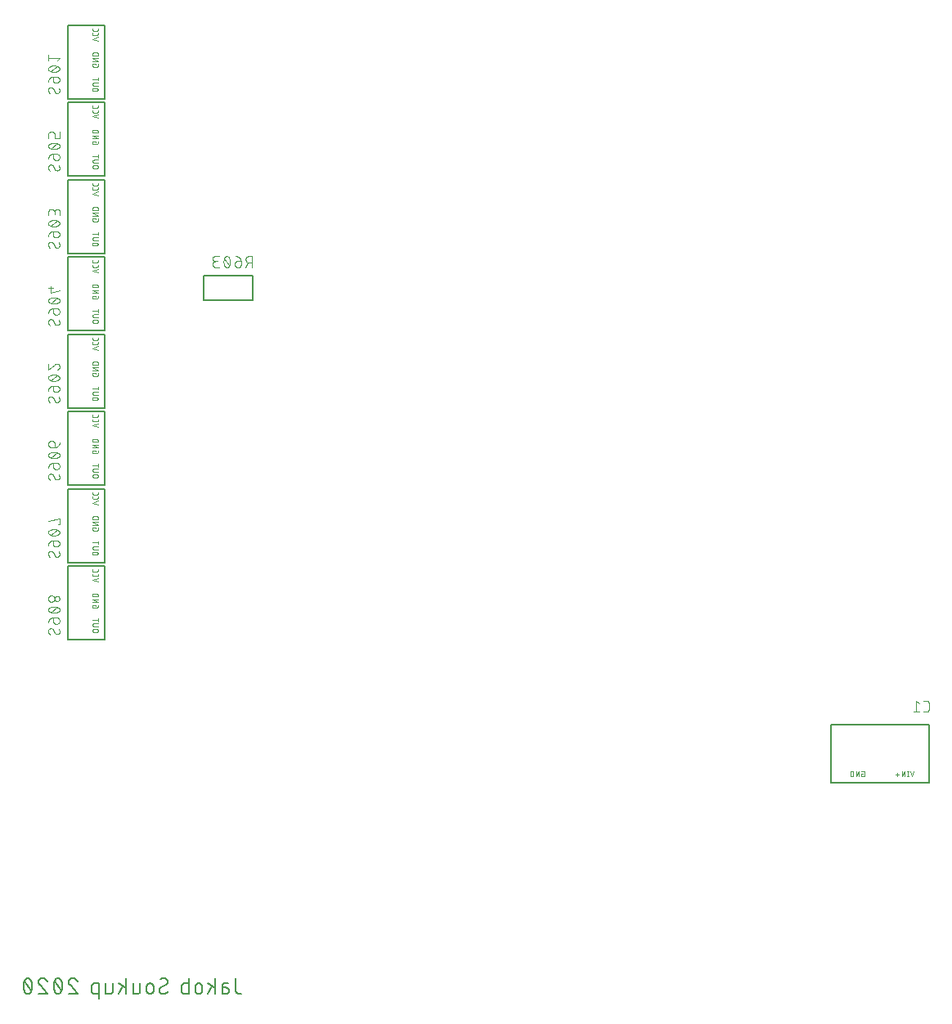
<source format=gbr>
G04 EAGLE Gerber RS-274X export*
G75*
%MOMM*%
%FSLAX34Y34*%
%LPD*%
%INSilkscreen Bottom*%
%IPPOS*%
%AMOC8*
5,1,8,0,0,1.08239X$1,22.5*%
G01*
%ADD10C,0.152400*%
%ADD11C,0.127000*%
%ADD12C,0.050800*%
%ADD13C,0.101600*%


D10*
X218819Y29018D02*
X218819Y16374D01*
X218820Y16374D02*
X218822Y16256D01*
X218828Y16138D01*
X218837Y16020D01*
X218851Y15903D01*
X218868Y15786D01*
X218889Y15669D01*
X218914Y15554D01*
X218943Y15439D01*
X218976Y15325D01*
X219012Y15213D01*
X219052Y15102D01*
X219095Y14992D01*
X219142Y14883D01*
X219192Y14776D01*
X219247Y14671D01*
X219304Y14568D01*
X219365Y14467D01*
X219429Y14367D01*
X219496Y14270D01*
X219566Y14175D01*
X219640Y14083D01*
X219716Y13992D01*
X219796Y13905D01*
X219878Y13820D01*
X219963Y13738D01*
X220050Y13658D01*
X220141Y13582D01*
X220233Y13508D01*
X220328Y13438D01*
X220425Y13371D01*
X220525Y13307D01*
X220626Y13246D01*
X220729Y13189D01*
X220834Y13134D01*
X220941Y13084D01*
X221050Y13037D01*
X221160Y12994D01*
X221271Y12954D01*
X221383Y12918D01*
X221497Y12885D01*
X221612Y12856D01*
X221727Y12831D01*
X221844Y12810D01*
X221961Y12793D01*
X222078Y12779D01*
X222196Y12770D01*
X222314Y12764D01*
X222432Y12762D01*
X224238Y12762D01*
X208804Y19084D02*
X204740Y19084D01*
X208804Y19084D02*
X208916Y19082D01*
X209027Y19076D01*
X209138Y19066D01*
X209249Y19053D01*
X209359Y19035D01*
X209468Y19013D01*
X209577Y18988D01*
X209685Y18959D01*
X209791Y18926D01*
X209897Y18889D01*
X210001Y18849D01*
X210103Y18805D01*
X210204Y18757D01*
X210303Y18706D01*
X210401Y18651D01*
X210496Y18593D01*
X210589Y18532D01*
X210680Y18467D01*
X210769Y18399D01*
X210855Y18328D01*
X210938Y18255D01*
X211019Y18178D01*
X211098Y18098D01*
X211173Y18016D01*
X211245Y17931D01*
X211315Y17844D01*
X211381Y17754D01*
X211444Y17662D01*
X211504Y17567D01*
X211560Y17471D01*
X211613Y17373D01*
X211662Y17273D01*
X211708Y17171D01*
X211750Y17068D01*
X211789Y16963D01*
X211824Y16857D01*
X211855Y16750D01*
X211882Y16642D01*
X211906Y16533D01*
X211925Y16423D01*
X211941Y16313D01*
X211953Y16202D01*
X211961Y16090D01*
X211965Y15979D01*
X211965Y15867D01*
X211961Y15756D01*
X211953Y15644D01*
X211941Y15533D01*
X211925Y15423D01*
X211906Y15313D01*
X211882Y15204D01*
X211855Y15096D01*
X211824Y14989D01*
X211789Y14883D01*
X211750Y14778D01*
X211708Y14675D01*
X211662Y14573D01*
X211613Y14473D01*
X211560Y14375D01*
X211504Y14279D01*
X211444Y14184D01*
X211381Y14092D01*
X211315Y14002D01*
X211245Y13915D01*
X211173Y13830D01*
X211098Y13748D01*
X211019Y13668D01*
X210938Y13591D01*
X210855Y13518D01*
X210769Y13447D01*
X210680Y13379D01*
X210589Y13314D01*
X210496Y13253D01*
X210401Y13195D01*
X210303Y13140D01*
X210204Y13089D01*
X210103Y13041D01*
X210001Y12997D01*
X209897Y12957D01*
X209791Y12920D01*
X209685Y12887D01*
X209577Y12858D01*
X209468Y12833D01*
X209359Y12811D01*
X209249Y12793D01*
X209138Y12780D01*
X209027Y12770D01*
X208916Y12764D01*
X208804Y12762D01*
X204740Y12762D01*
X204740Y20890D01*
X204742Y20991D01*
X204748Y21092D01*
X204757Y21193D01*
X204770Y21294D01*
X204787Y21394D01*
X204808Y21493D01*
X204832Y21591D01*
X204860Y21688D01*
X204892Y21785D01*
X204927Y21880D01*
X204966Y21973D01*
X205008Y22065D01*
X205054Y22156D01*
X205103Y22245D01*
X205155Y22331D01*
X205211Y22416D01*
X205269Y22499D01*
X205331Y22579D01*
X205396Y22657D01*
X205463Y22733D01*
X205533Y22806D01*
X205606Y22876D01*
X205682Y22943D01*
X205760Y23008D01*
X205840Y23070D01*
X205923Y23128D01*
X206008Y23184D01*
X206095Y23236D01*
X206183Y23285D01*
X206274Y23331D01*
X206366Y23373D01*
X206459Y23412D01*
X206554Y23447D01*
X206651Y23479D01*
X206748Y23507D01*
X206846Y23531D01*
X206945Y23552D01*
X207045Y23569D01*
X207146Y23582D01*
X207247Y23591D01*
X207348Y23597D01*
X207449Y23599D01*
X211061Y23599D01*
X197133Y29018D02*
X197133Y12762D01*
X197133Y18181D02*
X189908Y23599D01*
X193972Y20438D02*
X189908Y12762D01*
X184276Y16374D02*
X184276Y19987D01*
X184274Y20106D01*
X184268Y20226D01*
X184258Y20345D01*
X184244Y20463D01*
X184227Y20582D01*
X184205Y20699D01*
X184180Y20816D01*
X184150Y20931D01*
X184117Y21046D01*
X184080Y21160D01*
X184040Y21272D01*
X183995Y21383D01*
X183947Y21492D01*
X183896Y21600D01*
X183841Y21706D01*
X183782Y21810D01*
X183720Y21912D01*
X183655Y22012D01*
X183586Y22110D01*
X183514Y22206D01*
X183439Y22299D01*
X183362Y22389D01*
X183281Y22477D01*
X183197Y22562D01*
X183110Y22644D01*
X183021Y22724D01*
X182929Y22800D01*
X182835Y22874D01*
X182738Y22944D01*
X182640Y23011D01*
X182539Y23075D01*
X182435Y23135D01*
X182330Y23192D01*
X182223Y23245D01*
X182115Y23295D01*
X182005Y23341D01*
X181893Y23383D01*
X181780Y23422D01*
X181666Y23457D01*
X181551Y23488D01*
X181434Y23516D01*
X181317Y23539D01*
X181200Y23559D01*
X181081Y23575D01*
X180962Y23587D01*
X180843Y23595D01*
X180724Y23599D01*
X180604Y23599D01*
X180485Y23595D01*
X180366Y23587D01*
X180247Y23575D01*
X180128Y23559D01*
X180011Y23539D01*
X179894Y23516D01*
X179777Y23488D01*
X179662Y23457D01*
X179548Y23422D01*
X179435Y23383D01*
X179323Y23341D01*
X179213Y23295D01*
X179105Y23245D01*
X178998Y23192D01*
X178893Y23135D01*
X178789Y23075D01*
X178688Y23011D01*
X178590Y22944D01*
X178493Y22874D01*
X178399Y22800D01*
X178307Y22724D01*
X178218Y22644D01*
X178131Y22562D01*
X178047Y22477D01*
X177966Y22389D01*
X177889Y22299D01*
X177814Y22206D01*
X177742Y22110D01*
X177673Y22012D01*
X177608Y21912D01*
X177546Y21810D01*
X177487Y21706D01*
X177432Y21600D01*
X177381Y21492D01*
X177333Y21383D01*
X177288Y21272D01*
X177248Y21160D01*
X177211Y21046D01*
X177178Y20931D01*
X177148Y20816D01*
X177123Y20699D01*
X177101Y20582D01*
X177084Y20463D01*
X177070Y20345D01*
X177060Y20226D01*
X177054Y20106D01*
X177052Y19987D01*
X177051Y19987D02*
X177051Y16374D01*
X177052Y16374D02*
X177054Y16255D01*
X177060Y16135D01*
X177070Y16016D01*
X177084Y15898D01*
X177101Y15779D01*
X177123Y15662D01*
X177148Y15545D01*
X177178Y15430D01*
X177211Y15315D01*
X177248Y15201D01*
X177288Y15089D01*
X177333Y14978D01*
X177381Y14869D01*
X177432Y14761D01*
X177487Y14655D01*
X177546Y14551D01*
X177608Y14449D01*
X177673Y14349D01*
X177742Y14251D01*
X177814Y14155D01*
X177889Y14062D01*
X177966Y13972D01*
X178047Y13884D01*
X178131Y13799D01*
X178218Y13717D01*
X178307Y13637D01*
X178399Y13561D01*
X178493Y13487D01*
X178590Y13417D01*
X178688Y13350D01*
X178789Y13286D01*
X178893Y13226D01*
X178998Y13169D01*
X179105Y13116D01*
X179213Y13066D01*
X179323Y13020D01*
X179435Y12978D01*
X179548Y12939D01*
X179662Y12904D01*
X179777Y12873D01*
X179894Y12845D01*
X180011Y12822D01*
X180128Y12802D01*
X180247Y12786D01*
X180366Y12774D01*
X180485Y12766D01*
X180604Y12762D01*
X180724Y12762D01*
X180843Y12766D01*
X180962Y12774D01*
X181081Y12786D01*
X181200Y12802D01*
X181317Y12822D01*
X181434Y12845D01*
X181551Y12873D01*
X181666Y12904D01*
X181780Y12939D01*
X181893Y12978D01*
X182005Y13020D01*
X182115Y13066D01*
X182223Y13116D01*
X182330Y13169D01*
X182435Y13226D01*
X182539Y13286D01*
X182640Y13350D01*
X182738Y13417D01*
X182835Y13487D01*
X182929Y13561D01*
X183021Y13637D01*
X183110Y13717D01*
X183197Y13799D01*
X183281Y13884D01*
X183362Y13972D01*
X183439Y14062D01*
X183514Y14155D01*
X183586Y14251D01*
X183655Y14349D01*
X183720Y14449D01*
X183782Y14551D01*
X183841Y14655D01*
X183896Y14761D01*
X183947Y14869D01*
X183995Y14978D01*
X184040Y15089D01*
X184080Y15201D01*
X184117Y15315D01*
X184150Y15430D01*
X184180Y15545D01*
X184205Y15662D01*
X184227Y15779D01*
X184244Y15898D01*
X184258Y16016D01*
X184268Y16135D01*
X184274Y16255D01*
X184276Y16374D01*
X170135Y12762D02*
X170135Y29018D01*
X170135Y12762D02*
X165619Y12762D01*
X165515Y12764D01*
X165412Y12770D01*
X165308Y12780D01*
X165205Y12794D01*
X165103Y12812D01*
X165002Y12833D01*
X164901Y12859D01*
X164802Y12888D01*
X164703Y12921D01*
X164606Y12958D01*
X164511Y12999D01*
X164417Y13043D01*
X164325Y13091D01*
X164235Y13142D01*
X164146Y13197D01*
X164060Y13255D01*
X163977Y13317D01*
X163895Y13381D01*
X163817Y13449D01*
X163741Y13519D01*
X163667Y13592D01*
X163597Y13669D01*
X163529Y13747D01*
X163465Y13829D01*
X163403Y13912D01*
X163345Y13998D01*
X163290Y14087D01*
X163239Y14177D01*
X163191Y14269D01*
X163147Y14363D01*
X163106Y14458D01*
X163069Y14555D01*
X163036Y14654D01*
X163007Y14753D01*
X162981Y14854D01*
X162960Y14955D01*
X162942Y15057D01*
X162928Y15160D01*
X162918Y15264D01*
X162912Y15367D01*
X162910Y15471D01*
X162910Y20890D01*
X162912Y20991D01*
X162918Y21092D01*
X162927Y21193D01*
X162940Y21294D01*
X162957Y21394D01*
X162978Y21493D01*
X163002Y21591D01*
X163030Y21688D01*
X163062Y21785D01*
X163097Y21880D01*
X163136Y21973D01*
X163178Y22065D01*
X163224Y22156D01*
X163273Y22245D01*
X163325Y22331D01*
X163381Y22416D01*
X163439Y22499D01*
X163501Y22579D01*
X163566Y22657D01*
X163633Y22733D01*
X163703Y22806D01*
X163776Y22876D01*
X163852Y22943D01*
X163930Y23008D01*
X164010Y23070D01*
X164093Y23128D01*
X164178Y23184D01*
X164265Y23236D01*
X164353Y23285D01*
X164444Y23331D01*
X164536Y23373D01*
X164629Y23412D01*
X164724Y23447D01*
X164821Y23479D01*
X164918Y23507D01*
X165016Y23531D01*
X165115Y23552D01*
X165215Y23569D01*
X165316Y23582D01*
X165417Y23591D01*
X165518Y23597D01*
X165619Y23599D01*
X170135Y23599D01*
X143288Y12762D02*
X143170Y12764D01*
X143052Y12770D01*
X142934Y12779D01*
X142817Y12793D01*
X142700Y12810D01*
X142583Y12831D01*
X142468Y12856D01*
X142353Y12885D01*
X142239Y12918D01*
X142127Y12954D01*
X142016Y12994D01*
X141906Y13037D01*
X141797Y13084D01*
X141690Y13134D01*
X141585Y13189D01*
X141482Y13246D01*
X141381Y13307D01*
X141281Y13371D01*
X141184Y13438D01*
X141089Y13508D01*
X140997Y13582D01*
X140906Y13658D01*
X140819Y13738D01*
X140734Y13820D01*
X140652Y13905D01*
X140572Y13992D01*
X140496Y14083D01*
X140422Y14175D01*
X140352Y14270D01*
X140285Y14367D01*
X140221Y14467D01*
X140160Y14568D01*
X140103Y14671D01*
X140048Y14776D01*
X139998Y14883D01*
X139951Y14992D01*
X139908Y15102D01*
X139868Y15213D01*
X139832Y15325D01*
X139799Y15439D01*
X139770Y15554D01*
X139745Y15669D01*
X139724Y15786D01*
X139707Y15903D01*
X139693Y16020D01*
X139684Y16138D01*
X139678Y16256D01*
X139676Y16374D01*
X143288Y12762D02*
X143471Y12764D01*
X143653Y12771D01*
X143835Y12782D01*
X144017Y12797D01*
X144199Y12817D01*
X144380Y12841D01*
X144560Y12869D01*
X144740Y12901D01*
X144919Y12938D01*
X145096Y12979D01*
X145273Y13025D01*
X145449Y13074D01*
X145624Y13128D01*
X145797Y13186D01*
X145968Y13248D01*
X146139Y13314D01*
X146307Y13385D01*
X146474Y13459D01*
X146639Y13537D01*
X146802Y13619D01*
X146963Y13705D01*
X147122Y13795D01*
X147279Y13889D01*
X147433Y13986D01*
X147585Y14087D01*
X147735Y14192D01*
X147882Y14300D01*
X148026Y14411D01*
X148168Y14526D01*
X148307Y14645D01*
X148443Y14767D01*
X148576Y14892D01*
X148706Y15020D01*
X148254Y25406D02*
X148252Y25524D01*
X148246Y25642D01*
X148237Y25760D01*
X148223Y25877D01*
X148206Y25994D01*
X148185Y26111D01*
X148160Y26226D01*
X148131Y26341D01*
X148098Y26455D01*
X148062Y26567D01*
X148022Y26678D01*
X147979Y26788D01*
X147932Y26897D01*
X147882Y27004D01*
X147827Y27109D01*
X147770Y27212D01*
X147709Y27313D01*
X147645Y27413D01*
X147578Y27510D01*
X147508Y27605D01*
X147434Y27697D01*
X147358Y27788D01*
X147278Y27875D01*
X147196Y27960D01*
X147111Y28042D01*
X147024Y28122D01*
X146933Y28198D01*
X146841Y28272D01*
X146746Y28342D01*
X146649Y28409D01*
X146549Y28473D01*
X146448Y28534D01*
X146345Y28591D01*
X146240Y28646D01*
X146133Y28696D01*
X146024Y28743D01*
X145914Y28786D01*
X145803Y28826D01*
X145691Y28862D01*
X145577Y28895D01*
X145462Y28924D01*
X145347Y28949D01*
X145230Y28970D01*
X145113Y28987D01*
X144996Y29001D01*
X144878Y29010D01*
X144760Y29016D01*
X144642Y29018D01*
X144481Y29016D01*
X144319Y29010D01*
X144158Y29001D01*
X143997Y28987D01*
X143837Y28970D01*
X143677Y28949D01*
X143517Y28924D01*
X143358Y28895D01*
X143200Y28863D01*
X143043Y28827D01*
X142887Y28787D01*
X142731Y28743D01*
X142577Y28695D01*
X142424Y28644D01*
X142272Y28590D01*
X142121Y28531D01*
X141972Y28470D01*
X141825Y28404D01*
X141679Y28335D01*
X141534Y28263D01*
X141392Y28187D01*
X141251Y28108D01*
X141112Y28026D01*
X140976Y27940D01*
X140841Y27851D01*
X140708Y27759D01*
X140578Y27663D01*
X146449Y22245D02*
X146550Y22307D01*
X146650Y22372D01*
X146747Y22441D01*
X146842Y22513D01*
X146935Y22587D01*
X147025Y22665D01*
X147113Y22746D01*
X147198Y22829D01*
X147280Y22915D01*
X147359Y23004D01*
X147436Y23095D01*
X147509Y23189D01*
X147580Y23285D01*
X147647Y23383D01*
X147711Y23483D01*
X147772Y23586D01*
X147829Y23690D01*
X147883Y23796D01*
X147933Y23904D01*
X147980Y24013D01*
X148024Y24124D01*
X148064Y24236D01*
X148100Y24350D01*
X148132Y24464D01*
X148161Y24580D01*
X148186Y24696D01*
X148207Y24813D01*
X148224Y24931D01*
X148238Y25049D01*
X148247Y25168D01*
X148253Y25287D01*
X148255Y25406D01*
X141481Y19535D02*
X141380Y19473D01*
X141280Y19408D01*
X141183Y19339D01*
X141088Y19267D01*
X140995Y19193D01*
X140905Y19115D01*
X140817Y19034D01*
X140732Y18951D01*
X140650Y18865D01*
X140571Y18776D01*
X140494Y18685D01*
X140421Y18591D01*
X140350Y18495D01*
X140283Y18397D01*
X140219Y18297D01*
X140158Y18194D01*
X140101Y18090D01*
X140047Y17984D01*
X139997Y17876D01*
X139950Y17767D01*
X139906Y17656D01*
X139866Y17544D01*
X139830Y17430D01*
X139798Y17316D01*
X139769Y17200D01*
X139744Y17084D01*
X139723Y16967D01*
X139706Y16849D01*
X139692Y16731D01*
X139683Y16612D01*
X139677Y16493D01*
X139675Y16374D01*
X141482Y19535D02*
X146449Y22245D01*
X133735Y19987D02*
X133735Y16374D01*
X133735Y19987D02*
X133733Y20106D01*
X133727Y20226D01*
X133717Y20345D01*
X133703Y20463D01*
X133686Y20582D01*
X133664Y20699D01*
X133639Y20816D01*
X133609Y20931D01*
X133576Y21046D01*
X133539Y21160D01*
X133499Y21272D01*
X133454Y21383D01*
X133406Y21492D01*
X133355Y21600D01*
X133300Y21706D01*
X133241Y21810D01*
X133179Y21912D01*
X133114Y22012D01*
X133045Y22110D01*
X132973Y22206D01*
X132898Y22299D01*
X132821Y22389D01*
X132740Y22477D01*
X132656Y22562D01*
X132569Y22644D01*
X132480Y22724D01*
X132388Y22800D01*
X132294Y22874D01*
X132197Y22944D01*
X132099Y23011D01*
X131998Y23075D01*
X131894Y23135D01*
X131789Y23192D01*
X131682Y23245D01*
X131574Y23295D01*
X131464Y23341D01*
X131352Y23383D01*
X131239Y23422D01*
X131125Y23457D01*
X131010Y23488D01*
X130893Y23516D01*
X130776Y23539D01*
X130659Y23559D01*
X130540Y23575D01*
X130421Y23587D01*
X130302Y23595D01*
X130183Y23599D01*
X130063Y23599D01*
X129944Y23595D01*
X129825Y23587D01*
X129706Y23575D01*
X129587Y23559D01*
X129470Y23539D01*
X129353Y23516D01*
X129236Y23488D01*
X129121Y23457D01*
X129007Y23422D01*
X128894Y23383D01*
X128782Y23341D01*
X128672Y23295D01*
X128564Y23245D01*
X128457Y23192D01*
X128352Y23135D01*
X128248Y23075D01*
X128147Y23011D01*
X128049Y22944D01*
X127952Y22874D01*
X127858Y22800D01*
X127766Y22724D01*
X127677Y22644D01*
X127590Y22562D01*
X127506Y22477D01*
X127425Y22389D01*
X127348Y22299D01*
X127273Y22206D01*
X127201Y22110D01*
X127132Y22012D01*
X127067Y21912D01*
X127005Y21810D01*
X126946Y21706D01*
X126891Y21600D01*
X126840Y21492D01*
X126792Y21383D01*
X126747Y21272D01*
X126707Y21160D01*
X126670Y21046D01*
X126637Y20931D01*
X126607Y20816D01*
X126582Y20699D01*
X126560Y20582D01*
X126543Y20463D01*
X126529Y20345D01*
X126519Y20226D01*
X126513Y20106D01*
X126511Y19987D01*
X126510Y19987D02*
X126510Y16374D01*
X126511Y16374D02*
X126513Y16255D01*
X126519Y16135D01*
X126529Y16016D01*
X126543Y15898D01*
X126560Y15779D01*
X126582Y15662D01*
X126607Y15545D01*
X126637Y15430D01*
X126670Y15315D01*
X126707Y15201D01*
X126747Y15089D01*
X126792Y14978D01*
X126840Y14869D01*
X126891Y14761D01*
X126946Y14655D01*
X127005Y14551D01*
X127067Y14449D01*
X127132Y14349D01*
X127201Y14251D01*
X127273Y14155D01*
X127348Y14062D01*
X127425Y13972D01*
X127506Y13884D01*
X127590Y13799D01*
X127677Y13717D01*
X127766Y13637D01*
X127858Y13561D01*
X127952Y13487D01*
X128049Y13417D01*
X128147Y13350D01*
X128248Y13286D01*
X128352Y13226D01*
X128457Y13169D01*
X128564Y13116D01*
X128672Y13066D01*
X128782Y13020D01*
X128894Y12978D01*
X129007Y12939D01*
X129121Y12904D01*
X129236Y12873D01*
X129353Y12845D01*
X129470Y12822D01*
X129587Y12802D01*
X129706Y12786D01*
X129825Y12774D01*
X129944Y12766D01*
X130063Y12762D01*
X130183Y12762D01*
X130302Y12766D01*
X130421Y12774D01*
X130540Y12786D01*
X130659Y12802D01*
X130776Y12822D01*
X130893Y12845D01*
X131010Y12873D01*
X131125Y12904D01*
X131239Y12939D01*
X131352Y12978D01*
X131464Y13020D01*
X131574Y13066D01*
X131682Y13116D01*
X131789Y13169D01*
X131894Y13226D01*
X131998Y13286D01*
X132099Y13350D01*
X132197Y13417D01*
X132294Y13487D01*
X132388Y13561D01*
X132480Y13637D01*
X132569Y13717D01*
X132656Y13799D01*
X132740Y13884D01*
X132821Y13972D01*
X132898Y14062D01*
X132973Y14155D01*
X133045Y14251D01*
X133114Y14349D01*
X133179Y14449D01*
X133241Y14551D01*
X133300Y14655D01*
X133355Y14761D01*
X133406Y14869D01*
X133454Y14978D01*
X133499Y15089D01*
X133539Y15201D01*
X133576Y15315D01*
X133609Y15430D01*
X133639Y15545D01*
X133664Y15662D01*
X133686Y15779D01*
X133703Y15898D01*
X133717Y16016D01*
X133727Y16135D01*
X133733Y16255D01*
X133735Y16374D01*
X119667Y15471D02*
X119667Y23599D01*
X119667Y15471D02*
X119665Y15370D01*
X119659Y15269D01*
X119650Y15168D01*
X119637Y15067D01*
X119620Y14967D01*
X119599Y14868D01*
X119575Y14770D01*
X119547Y14673D01*
X119515Y14576D01*
X119480Y14481D01*
X119441Y14388D01*
X119399Y14296D01*
X119353Y14205D01*
X119304Y14116D01*
X119252Y14030D01*
X119196Y13945D01*
X119138Y13862D01*
X119076Y13782D01*
X119011Y13704D01*
X118944Y13628D01*
X118874Y13555D01*
X118801Y13485D01*
X118725Y13418D01*
X118647Y13353D01*
X118567Y13291D01*
X118484Y13233D01*
X118399Y13177D01*
X118312Y13125D01*
X118224Y13076D01*
X118133Y13030D01*
X118041Y12988D01*
X117948Y12949D01*
X117853Y12914D01*
X117756Y12882D01*
X117659Y12854D01*
X117561Y12830D01*
X117462Y12809D01*
X117362Y12792D01*
X117261Y12779D01*
X117160Y12770D01*
X117059Y12764D01*
X116958Y12762D01*
X112442Y12762D01*
X112442Y23599D01*
X104909Y29018D02*
X104909Y12762D01*
X104909Y18181D02*
X97684Y23599D01*
X101748Y20438D02*
X97684Y12762D01*
X91531Y15471D02*
X91531Y23599D01*
X91531Y15471D02*
X91529Y15370D01*
X91523Y15269D01*
X91514Y15168D01*
X91501Y15067D01*
X91484Y14967D01*
X91463Y14868D01*
X91439Y14770D01*
X91411Y14673D01*
X91379Y14576D01*
X91344Y14481D01*
X91305Y14388D01*
X91263Y14296D01*
X91217Y14205D01*
X91168Y14116D01*
X91116Y14030D01*
X91060Y13945D01*
X91002Y13862D01*
X90940Y13782D01*
X90875Y13704D01*
X90808Y13628D01*
X90738Y13555D01*
X90665Y13485D01*
X90589Y13418D01*
X90511Y13353D01*
X90431Y13291D01*
X90348Y13233D01*
X90263Y13177D01*
X90176Y13125D01*
X90088Y13076D01*
X89997Y13030D01*
X89905Y12988D01*
X89812Y12949D01*
X89717Y12914D01*
X89620Y12882D01*
X89523Y12854D01*
X89425Y12830D01*
X89326Y12809D01*
X89226Y12792D01*
X89125Y12779D01*
X89024Y12770D01*
X88923Y12764D01*
X88822Y12762D01*
X84306Y12762D01*
X84306Y23599D01*
X76868Y23599D02*
X76868Y7343D01*
X76868Y23599D02*
X72353Y23599D01*
X72249Y23597D01*
X72146Y23591D01*
X72042Y23581D01*
X71939Y23567D01*
X71837Y23549D01*
X71736Y23528D01*
X71635Y23502D01*
X71536Y23473D01*
X71437Y23440D01*
X71340Y23403D01*
X71245Y23362D01*
X71151Y23318D01*
X71059Y23270D01*
X70969Y23219D01*
X70880Y23164D01*
X70794Y23106D01*
X70711Y23044D01*
X70629Y22980D01*
X70551Y22912D01*
X70475Y22842D01*
X70401Y22769D01*
X70331Y22692D01*
X70263Y22614D01*
X70199Y22532D01*
X70137Y22449D01*
X70079Y22363D01*
X70024Y22274D01*
X69973Y22184D01*
X69925Y22092D01*
X69881Y21998D01*
X69840Y21903D01*
X69803Y21806D01*
X69770Y21707D01*
X69741Y21608D01*
X69715Y21507D01*
X69694Y21406D01*
X69676Y21304D01*
X69662Y21201D01*
X69652Y21097D01*
X69646Y20994D01*
X69644Y20890D01*
X69644Y15471D01*
X69646Y15370D01*
X69652Y15269D01*
X69661Y15168D01*
X69674Y15067D01*
X69691Y14967D01*
X69712Y14868D01*
X69736Y14770D01*
X69764Y14673D01*
X69796Y14576D01*
X69831Y14481D01*
X69870Y14388D01*
X69912Y14296D01*
X69958Y14205D01*
X70007Y14116D01*
X70059Y14030D01*
X70115Y13945D01*
X70173Y13862D01*
X70235Y13782D01*
X70300Y13704D01*
X70367Y13628D01*
X70437Y13555D01*
X70510Y13485D01*
X70586Y13418D01*
X70664Y13353D01*
X70744Y13291D01*
X70827Y13233D01*
X70912Y13177D01*
X70999Y13125D01*
X71087Y13076D01*
X71178Y13030D01*
X71270Y12988D01*
X71363Y12949D01*
X71458Y12914D01*
X71555Y12882D01*
X71652Y12854D01*
X71750Y12830D01*
X71849Y12809D01*
X71949Y12792D01*
X72050Y12779D01*
X72151Y12770D01*
X72252Y12764D01*
X72353Y12762D01*
X76868Y12762D01*
X49952Y29018D02*
X49827Y29016D01*
X49702Y29010D01*
X49577Y29001D01*
X49453Y28987D01*
X49329Y28970D01*
X49205Y28949D01*
X49083Y28924D01*
X48961Y28895D01*
X48840Y28863D01*
X48720Y28827D01*
X48601Y28787D01*
X48484Y28744D01*
X48368Y28697D01*
X48253Y28646D01*
X48141Y28592D01*
X48029Y28534D01*
X47920Y28474D01*
X47813Y28409D01*
X47707Y28342D01*
X47604Y28271D01*
X47503Y28197D01*
X47404Y28120D01*
X47308Y28040D01*
X47214Y27957D01*
X47123Y27872D01*
X47034Y27783D01*
X46949Y27692D01*
X46866Y27598D01*
X46786Y27502D01*
X46709Y27403D01*
X46635Y27302D01*
X46564Y27199D01*
X46497Y27093D01*
X46432Y26986D01*
X46372Y26877D01*
X46314Y26765D01*
X46260Y26653D01*
X46209Y26538D01*
X46162Y26422D01*
X46119Y26305D01*
X46079Y26186D01*
X46043Y26066D01*
X46011Y25945D01*
X45982Y25823D01*
X45957Y25701D01*
X45936Y25577D01*
X45919Y25453D01*
X45905Y25329D01*
X45896Y25204D01*
X45890Y25079D01*
X45888Y24954D01*
X49952Y29018D02*
X50095Y29016D01*
X50237Y29010D01*
X50380Y29000D01*
X50522Y28987D01*
X50663Y28969D01*
X50805Y28948D01*
X50945Y28923D01*
X51085Y28894D01*
X51224Y28861D01*
X51362Y28824D01*
X51499Y28784D01*
X51634Y28740D01*
X51769Y28692D01*
X51902Y28640D01*
X52034Y28585D01*
X52164Y28526D01*
X52292Y28464D01*
X52419Y28398D01*
X52544Y28329D01*
X52667Y28257D01*
X52788Y28181D01*
X52906Y28102D01*
X53023Y28019D01*
X53137Y27934D01*
X53249Y27845D01*
X53358Y27754D01*
X53465Y27659D01*
X53570Y27562D01*
X53671Y27461D01*
X53770Y27358D01*
X53866Y27253D01*
X53959Y27144D01*
X54049Y27033D01*
X54136Y26920D01*
X54220Y26805D01*
X54300Y26687D01*
X54378Y26567D01*
X54452Y26445D01*
X54522Y26321D01*
X54590Y26195D01*
X54653Y26067D01*
X54714Y25938D01*
X54771Y25807D01*
X54824Y25675D01*
X54873Y25541D01*
X54919Y25406D01*
X47243Y21793D02*
X47149Y21885D01*
X47059Y21979D01*
X46971Y22076D01*
X46886Y22176D01*
X46804Y22278D01*
X46725Y22383D01*
X46650Y22490D01*
X46578Y22599D01*
X46509Y22710D01*
X46443Y22824D01*
X46381Y22939D01*
X46322Y23056D01*
X46267Y23175D01*
X46216Y23295D01*
X46168Y23417D01*
X46123Y23540D01*
X46083Y23664D01*
X46046Y23790D01*
X46013Y23917D01*
X45984Y24044D01*
X45958Y24173D01*
X45937Y24302D01*
X45919Y24432D01*
X45906Y24562D01*
X45896Y24692D01*
X45890Y24823D01*
X45888Y24954D01*
X47243Y21793D02*
X54919Y12762D01*
X45888Y12762D01*
X39288Y20890D02*
X39284Y21210D01*
X39273Y21529D01*
X39254Y21849D01*
X39227Y22167D01*
X39193Y22485D01*
X39151Y22802D01*
X39101Y23118D01*
X39044Y23433D01*
X38980Y23746D01*
X38908Y24058D01*
X38829Y24368D01*
X38742Y24675D01*
X38648Y24981D01*
X38547Y25284D01*
X38438Y25585D01*
X38323Y25883D01*
X38200Y26179D01*
X38070Y26471D01*
X37933Y26760D01*
X37933Y26761D02*
X37894Y26869D01*
X37851Y26976D01*
X37805Y27081D01*
X37754Y27185D01*
X37701Y27287D01*
X37644Y27387D01*
X37583Y27485D01*
X37519Y27580D01*
X37452Y27674D01*
X37381Y27765D01*
X37308Y27854D01*
X37231Y27940D01*
X37152Y28023D01*
X37070Y28104D01*
X36985Y28182D01*
X36897Y28256D01*
X36807Y28328D01*
X36715Y28396D01*
X36620Y28462D01*
X36523Y28524D01*
X36424Y28582D01*
X36322Y28638D01*
X36220Y28689D01*
X36115Y28737D01*
X36009Y28782D01*
X35901Y28823D01*
X35792Y28860D01*
X35682Y28893D01*
X35570Y28922D01*
X35458Y28948D01*
X35345Y28970D01*
X35231Y28987D01*
X35117Y29001D01*
X35002Y29011D01*
X34887Y29017D01*
X34772Y29019D01*
X34772Y29018D02*
X34657Y29016D01*
X34542Y29010D01*
X34427Y29000D01*
X34313Y28986D01*
X34199Y28969D01*
X34086Y28947D01*
X33974Y28921D01*
X33862Y28892D01*
X33752Y28859D01*
X33643Y28822D01*
X33535Y28781D01*
X33429Y28736D01*
X33325Y28688D01*
X33222Y28637D01*
X33121Y28581D01*
X33021Y28523D01*
X32924Y28461D01*
X32830Y28396D01*
X32737Y28327D01*
X32647Y28255D01*
X32559Y28181D01*
X32474Y28103D01*
X32392Y28022D01*
X32313Y27939D01*
X32236Y27853D01*
X32163Y27764D01*
X32092Y27673D01*
X32025Y27579D01*
X31961Y27484D01*
X31900Y27386D01*
X31843Y27286D01*
X31790Y27184D01*
X31739Y27080D01*
X31693Y26975D01*
X31650Y26868D01*
X31611Y26760D01*
X31612Y26760D02*
X31475Y26471D01*
X31345Y26179D01*
X31222Y25883D01*
X31107Y25585D01*
X30998Y25284D01*
X30897Y24981D01*
X30803Y24675D01*
X30716Y24368D01*
X30637Y24058D01*
X30565Y23746D01*
X30501Y23433D01*
X30444Y23118D01*
X30394Y22802D01*
X30352Y22485D01*
X30318Y22167D01*
X30291Y21849D01*
X30272Y21529D01*
X30261Y21210D01*
X30257Y20890D01*
X39288Y20890D02*
X39284Y20570D01*
X39273Y20251D01*
X39254Y19931D01*
X39227Y19613D01*
X39193Y19295D01*
X39151Y18978D01*
X39101Y18662D01*
X39044Y18347D01*
X38980Y18034D01*
X38908Y17722D01*
X38829Y17412D01*
X38742Y17105D01*
X38648Y16799D01*
X38547Y16496D01*
X38438Y16195D01*
X38323Y15897D01*
X38200Y15601D01*
X38070Y15309D01*
X37933Y15020D01*
X37894Y14912D01*
X37851Y14805D01*
X37805Y14700D01*
X37754Y14596D01*
X37701Y14494D01*
X37644Y14394D01*
X37583Y14296D01*
X37519Y14201D01*
X37452Y14107D01*
X37381Y14016D01*
X37308Y13927D01*
X37231Y13841D01*
X37152Y13758D01*
X37070Y13677D01*
X36985Y13599D01*
X36897Y13525D01*
X36807Y13453D01*
X36714Y13384D01*
X36620Y13319D01*
X36523Y13257D01*
X36423Y13199D01*
X36322Y13143D01*
X36220Y13092D01*
X36115Y13044D01*
X36009Y12999D01*
X35901Y12958D01*
X35792Y12921D01*
X35682Y12888D01*
X35570Y12859D01*
X35458Y12833D01*
X35345Y12811D01*
X35231Y12794D01*
X35117Y12780D01*
X35002Y12770D01*
X34887Y12764D01*
X34772Y12762D01*
X31612Y15020D02*
X31475Y15309D01*
X31345Y15601D01*
X31222Y15897D01*
X31107Y16195D01*
X30998Y16496D01*
X30897Y16799D01*
X30803Y17105D01*
X30716Y17412D01*
X30637Y17722D01*
X30565Y18034D01*
X30501Y18347D01*
X30444Y18662D01*
X30394Y18978D01*
X30352Y19295D01*
X30318Y19613D01*
X30291Y19931D01*
X30272Y20251D01*
X30261Y20570D01*
X30257Y20890D01*
X31611Y15020D02*
X31650Y14912D01*
X31693Y14805D01*
X31739Y14700D01*
X31790Y14596D01*
X31843Y14494D01*
X31901Y14394D01*
X31961Y14296D01*
X32025Y14201D01*
X32092Y14107D01*
X32163Y14016D01*
X32236Y13927D01*
X32313Y13841D01*
X32392Y13758D01*
X32474Y13677D01*
X32559Y13599D01*
X32647Y13525D01*
X32737Y13453D01*
X32830Y13384D01*
X32924Y13319D01*
X33021Y13257D01*
X33121Y13199D01*
X33222Y13143D01*
X33325Y13092D01*
X33429Y13044D01*
X33535Y12999D01*
X33643Y12958D01*
X33752Y12921D01*
X33862Y12888D01*
X33974Y12859D01*
X34086Y12833D01*
X34199Y12811D01*
X34313Y12794D01*
X34427Y12780D01*
X34542Y12770D01*
X34657Y12764D01*
X34772Y12762D01*
X38385Y16374D02*
X31160Y25406D01*
X18690Y29018D02*
X18565Y29016D01*
X18440Y29010D01*
X18315Y29001D01*
X18191Y28987D01*
X18067Y28970D01*
X17943Y28949D01*
X17821Y28924D01*
X17699Y28895D01*
X17578Y28863D01*
X17458Y28827D01*
X17339Y28787D01*
X17222Y28744D01*
X17106Y28697D01*
X16991Y28646D01*
X16879Y28592D01*
X16767Y28534D01*
X16658Y28474D01*
X16551Y28409D01*
X16445Y28342D01*
X16342Y28271D01*
X16241Y28197D01*
X16142Y28120D01*
X16046Y28040D01*
X15952Y27957D01*
X15861Y27872D01*
X15772Y27783D01*
X15687Y27692D01*
X15604Y27598D01*
X15524Y27502D01*
X15447Y27403D01*
X15373Y27302D01*
X15302Y27199D01*
X15235Y27093D01*
X15170Y26986D01*
X15110Y26877D01*
X15052Y26765D01*
X14998Y26653D01*
X14947Y26538D01*
X14900Y26422D01*
X14857Y26305D01*
X14817Y26186D01*
X14781Y26066D01*
X14749Y25945D01*
X14720Y25823D01*
X14695Y25701D01*
X14674Y25577D01*
X14657Y25453D01*
X14643Y25329D01*
X14634Y25204D01*
X14628Y25079D01*
X14626Y24954D01*
X18690Y29018D02*
X18833Y29016D01*
X18975Y29010D01*
X19118Y29000D01*
X19260Y28987D01*
X19401Y28969D01*
X19543Y28948D01*
X19683Y28923D01*
X19823Y28894D01*
X19962Y28861D01*
X20100Y28824D01*
X20237Y28784D01*
X20372Y28740D01*
X20507Y28692D01*
X20640Y28640D01*
X20772Y28585D01*
X20902Y28526D01*
X21030Y28464D01*
X21157Y28398D01*
X21282Y28329D01*
X21405Y28257D01*
X21526Y28181D01*
X21644Y28102D01*
X21761Y28019D01*
X21875Y27934D01*
X21987Y27845D01*
X22096Y27754D01*
X22203Y27659D01*
X22308Y27562D01*
X22409Y27461D01*
X22508Y27358D01*
X22604Y27253D01*
X22697Y27144D01*
X22787Y27033D01*
X22874Y26920D01*
X22958Y26805D01*
X23038Y26687D01*
X23116Y26567D01*
X23190Y26445D01*
X23260Y26321D01*
X23328Y26195D01*
X23391Y26067D01*
X23452Y25938D01*
X23509Y25807D01*
X23562Y25675D01*
X23611Y25541D01*
X23657Y25406D01*
X15981Y21793D02*
X15887Y21885D01*
X15797Y21979D01*
X15709Y22076D01*
X15624Y22176D01*
X15542Y22278D01*
X15463Y22383D01*
X15388Y22490D01*
X15316Y22599D01*
X15247Y22710D01*
X15181Y22824D01*
X15119Y22939D01*
X15060Y23056D01*
X15005Y23175D01*
X14954Y23295D01*
X14906Y23417D01*
X14861Y23540D01*
X14821Y23664D01*
X14784Y23790D01*
X14751Y23917D01*
X14722Y24044D01*
X14696Y24173D01*
X14675Y24302D01*
X14657Y24432D01*
X14644Y24562D01*
X14634Y24692D01*
X14628Y24823D01*
X14626Y24954D01*
X15980Y21793D02*
X23657Y12762D01*
X14626Y12762D01*
X8025Y20890D02*
X8021Y21210D01*
X8010Y21529D01*
X7991Y21849D01*
X7964Y22167D01*
X7930Y22485D01*
X7888Y22802D01*
X7838Y23118D01*
X7781Y23433D01*
X7717Y23746D01*
X7645Y24058D01*
X7566Y24368D01*
X7479Y24675D01*
X7385Y24981D01*
X7284Y25284D01*
X7175Y25585D01*
X7060Y25883D01*
X6937Y26179D01*
X6807Y26471D01*
X6670Y26760D01*
X6671Y26761D02*
X6632Y26869D01*
X6589Y26976D01*
X6543Y27081D01*
X6492Y27185D01*
X6439Y27287D01*
X6382Y27387D01*
X6321Y27485D01*
X6257Y27580D01*
X6190Y27674D01*
X6119Y27765D01*
X6046Y27854D01*
X5969Y27940D01*
X5890Y28023D01*
X5808Y28104D01*
X5723Y28182D01*
X5635Y28256D01*
X5545Y28328D01*
X5453Y28396D01*
X5358Y28462D01*
X5261Y28524D01*
X5162Y28582D01*
X5060Y28638D01*
X4958Y28689D01*
X4853Y28737D01*
X4747Y28782D01*
X4639Y28823D01*
X4530Y28860D01*
X4420Y28893D01*
X4308Y28922D01*
X4196Y28948D01*
X4083Y28970D01*
X3969Y28987D01*
X3855Y29001D01*
X3740Y29011D01*
X3625Y29017D01*
X3510Y29019D01*
X3510Y29018D02*
X3395Y29016D01*
X3280Y29010D01*
X3165Y29000D01*
X3051Y28986D01*
X2937Y28969D01*
X2824Y28947D01*
X2712Y28921D01*
X2600Y28892D01*
X2490Y28859D01*
X2381Y28822D01*
X2273Y28781D01*
X2167Y28736D01*
X2063Y28688D01*
X1960Y28637D01*
X1859Y28581D01*
X1759Y28523D01*
X1662Y28461D01*
X1568Y28396D01*
X1475Y28327D01*
X1385Y28255D01*
X1297Y28181D01*
X1212Y28103D01*
X1130Y28022D01*
X1051Y27939D01*
X974Y27853D01*
X901Y27764D01*
X830Y27673D01*
X763Y27579D01*
X699Y27484D01*
X638Y27386D01*
X581Y27286D01*
X528Y27184D01*
X477Y27080D01*
X431Y26975D01*
X388Y26868D01*
X349Y26760D01*
X350Y26760D02*
X213Y26471D01*
X83Y26179D01*
X-40Y25883D01*
X-155Y25585D01*
X-264Y25284D01*
X-365Y24981D01*
X-459Y24675D01*
X-546Y24368D01*
X-625Y24058D01*
X-697Y23746D01*
X-761Y23433D01*
X-818Y23118D01*
X-868Y22802D01*
X-910Y22485D01*
X-944Y22167D01*
X-971Y21849D01*
X-990Y21529D01*
X-1001Y21210D01*
X-1005Y20890D01*
X8025Y20890D02*
X8021Y20570D01*
X8010Y20251D01*
X7991Y19931D01*
X7964Y19613D01*
X7930Y19295D01*
X7888Y18978D01*
X7838Y18662D01*
X7781Y18347D01*
X7717Y18034D01*
X7645Y17722D01*
X7566Y17412D01*
X7479Y17105D01*
X7385Y16799D01*
X7284Y16496D01*
X7175Y16195D01*
X7060Y15897D01*
X6937Y15601D01*
X6807Y15309D01*
X6670Y15020D01*
X6671Y15020D02*
X6632Y14912D01*
X6589Y14805D01*
X6543Y14700D01*
X6492Y14596D01*
X6439Y14494D01*
X6382Y14394D01*
X6321Y14296D01*
X6257Y14201D01*
X6190Y14107D01*
X6119Y14016D01*
X6046Y13927D01*
X5969Y13841D01*
X5890Y13758D01*
X5808Y13677D01*
X5723Y13599D01*
X5635Y13525D01*
X5545Y13453D01*
X5452Y13384D01*
X5358Y13319D01*
X5261Y13257D01*
X5161Y13199D01*
X5060Y13143D01*
X4958Y13092D01*
X4853Y13044D01*
X4747Y12999D01*
X4639Y12958D01*
X4530Y12921D01*
X4420Y12888D01*
X4308Y12859D01*
X4196Y12833D01*
X4083Y12811D01*
X3969Y12794D01*
X3855Y12780D01*
X3740Y12770D01*
X3625Y12764D01*
X3510Y12762D01*
X350Y15020D02*
X213Y15309D01*
X83Y15601D01*
X-40Y15897D01*
X-155Y16195D01*
X-264Y16496D01*
X-365Y16799D01*
X-459Y17105D01*
X-546Y17412D01*
X-625Y17722D01*
X-697Y18034D01*
X-761Y18347D01*
X-818Y18662D01*
X-868Y18978D01*
X-910Y19295D01*
X-944Y19613D01*
X-971Y19931D01*
X-990Y20251D01*
X-1001Y20570D01*
X-1005Y20890D01*
X349Y15020D02*
X388Y14912D01*
X431Y14805D01*
X477Y14700D01*
X528Y14596D01*
X581Y14494D01*
X639Y14394D01*
X699Y14296D01*
X763Y14201D01*
X830Y14107D01*
X901Y14016D01*
X974Y13927D01*
X1051Y13841D01*
X1130Y13758D01*
X1212Y13677D01*
X1297Y13599D01*
X1385Y13525D01*
X1475Y13453D01*
X1568Y13384D01*
X1662Y13319D01*
X1759Y13257D01*
X1859Y13199D01*
X1960Y13143D01*
X2063Y13092D01*
X2167Y13044D01*
X2273Y12999D01*
X2381Y12958D01*
X2490Y12921D01*
X2600Y12888D01*
X2712Y12859D01*
X2824Y12833D01*
X2937Y12811D01*
X3051Y12794D01*
X3165Y12780D01*
X3280Y12770D01*
X3395Y12764D01*
X3510Y12762D01*
X7122Y16374D02*
X-103Y25406D01*
D11*
X936700Y230975D02*
X936700Y291300D01*
X936700Y230975D02*
X835100Y230975D01*
X835100Y291300D01*
X936700Y291300D01*
D12*
X920647Y243167D02*
X918785Y237579D01*
X916922Y243167D01*
X914395Y243167D02*
X914395Y237579D01*
X913775Y237579D02*
X915016Y237579D01*
X915016Y243167D02*
X913775Y243167D01*
X911376Y243167D02*
X911376Y237579D01*
X908271Y237579D02*
X911376Y243167D01*
X908271Y243167D02*
X908271Y237579D01*
X905651Y239752D02*
X901926Y239752D01*
X903789Y237889D02*
X903789Y241615D01*
X867598Y240683D02*
X866667Y240683D01*
X866667Y237579D01*
X868529Y237579D01*
X868599Y237581D01*
X868668Y237587D01*
X868737Y237597D01*
X868805Y237610D01*
X868873Y237628D01*
X868939Y237649D01*
X869004Y237674D01*
X869068Y237702D01*
X869130Y237734D01*
X869190Y237769D01*
X869248Y237808D01*
X869303Y237850D01*
X869357Y237895D01*
X869407Y237943D01*
X869455Y237993D01*
X869500Y238047D01*
X869542Y238102D01*
X869581Y238160D01*
X869616Y238220D01*
X869648Y238282D01*
X869676Y238346D01*
X869701Y238411D01*
X869722Y238477D01*
X869740Y238545D01*
X869753Y238613D01*
X869763Y238682D01*
X869769Y238751D01*
X869771Y238821D01*
X869771Y241925D01*
X869769Y241995D01*
X869763Y242064D01*
X869753Y242133D01*
X869740Y242201D01*
X869722Y242269D01*
X869701Y242335D01*
X869676Y242400D01*
X869648Y242464D01*
X869616Y242526D01*
X869581Y242586D01*
X869542Y242644D01*
X869500Y242699D01*
X869455Y242753D01*
X869407Y242803D01*
X869357Y242851D01*
X869303Y242896D01*
X869248Y242938D01*
X869190Y242977D01*
X869130Y243012D01*
X869068Y243044D01*
X869004Y243072D01*
X868939Y243097D01*
X868873Y243118D01*
X868805Y243136D01*
X868737Y243149D01*
X868668Y243159D01*
X868599Y243165D01*
X868529Y243167D01*
X866667Y243167D01*
X863919Y243167D02*
X863919Y237579D01*
X860814Y237579D02*
X863919Y243167D01*
X860814Y243167D02*
X860814Y237579D01*
X858067Y237579D02*
X858067Y243167D01*
X856515Y243167D01*
X856439Y243165D01*
X856363Y243160D01*
X856287Y243150D01*
X856212Y243137D01*
X856138Y243120D01*
X856064Y243100D01*
X855992Y243076D01*
X855921Y243049D01*
X855851Y243018D01*
X855783Y242984D01*
X855717Y242946D01*
X855653Y242905D01*
X855590Y242862D01*
X855530Y242815D01*
X855473Y242765D01*
X855418Y242712D01*
X855365Y242657D01*
X855315Y242600D01*
X855268Y242540D01*
X855225Y242477D01*
X855184Y242413D01*
X855146Y242347D01*
X855112Y242279D01*
X855081Y242209D01*
X855054Y242138D01*
X855030Y242066D01*
X855010Y241992D01*
X854993Y241918D01*
X854980Y241843D01*
X854970Y241767D01*
X854965Y241691D01*
X854963Y241615D01*
X854962Y241615D02*
X854962Y239131D01*
X854963Y239131D02*
X854965Y239055D01*
X854970Y238979D01*
X854980Y238903D01*
X854993Y238828D01*
X855010Y238754D01*
X855030Y238680D01*
X855054Y238608D01*
X855081Y238537D01*
X855112Y238467D01*
X855146Y238399D01*
X855184Y238333D01*
X855225Y238269D01*
X855268Y238206D01*
X855315Y238146D01*
X855365Y238089D01*
X855418Y238034D01*
X855473Y237981D01*
X855530Y237931D01*
X855590Y237884D01*
X855653Y237841D01*
X855717Y237800D01*
X855783Y237762D01*
X855851Y237728D01*
X855921Y237697D01*
X855992Y237670D01*
X856064Y237646D01*
X856138Y237626D01*
X856212Y237609D01*
X856287Y237596D01*
X856363Y237586D01*
X856439Y237581D01*
X856515Y237579D01*
X858067Y237579D01*
D13*
X930999Y304508D02*
X933596Y304508D01*
X933695Y304510D01*
X933795Y304516D01*
X933894Y304525D01*
X933992Y304538D01*
X934090Y304555D01*
X934188Y304576D01*
X934284Y304601D01*
X934379Y304629D01*
X934473Y304661D01*
X934566Y304696D01*
X934658Y304735D01*
X934748Y304778D01*
X934836Y304823D01*
X934923Y304873D01*
X935007Y304925D01*
X935090Y304981D01*
X935170Y305039D01*
X935248Y305101D01*
X935323Y305166D01*
X935396Y305234D01*
X935466Y305304D01*
X935534Y305377D01*
X935599Y305452D01*
X935661Y305530D01*
X935719Y305610D01*
X935775Y305693D01*
X935827Y305777D01*
X935877Y305864D01*
X935922Y305952D01*
X935965Y306042D01*
X936004Y306134D01*
X936039Y306227D01*
X936071Y306321D01*
X936099Y306416D01*
X936124Y306512D01*
X936145Y306610D01*
X936162Y306708D01*
X936175Y306806D01*
X936184Y306905D01*
X936190Y307005D01*
X936192Y307104D01*
X936192Y313596D01*
X936190Y313695D01*
X936184Y313795D01*
X936175Y313894D01*
X936162Y313992D01*
X936145Y314090D01*
X936124Y314188D01*
X936099Y314284D01*
X936071Y314379D01*
X936039Y314473D01*
X936004Y314566D01*
X935965Y314658D01*
X935922Y314748D01*
X935877Y314836D01*
X935827Y314923D01*
X935775Y315007D01*
X935719Y315090D01*
X935661Y315170D01*
X935599Y315248D01*
X935534Y315323D01*
X935466Y315396D01*
X935396Y315466D01*
X935323Y315534D01*
X935248Y315599D01*
X935170Y315661D01*
X935090Y315719D01*
X935007Y315775D01*
X934923Y315827D01*
X934836Y315877D01*
X934748Y315922D01*
X934658Y315965D01*
X934566Y316004D01*
X934473Y316039D01*
X934379Y316071D01*
X934284Y316099D01*
X934188Y316124D01*
X934090Y316145D01*
X933992Y316162D01*
X933894Y316175D01*
X933795Y316184D01*
X933695Y316190D01*
X933596Y316192D01*
X930999Y316192D01*
X926634Y313596D02*
X923388Y316192D01*
X923388Y304508D01*
X920143Y304508D02*
X926634Y304508D01*
D11*
X236000Y756300D02*
X185200Y756300D01*
X185200Y730900D01*
X236000Y730900D01*
X236000Y756300D01*
D13*
X235492Y764508D02*
X235492Y776192D01*
X232246Y776192D01*
X232133Y776190D01*
X232020Y776184D01*
X231907Y776174D01*
X231794Y776160D01*
X231682Y776143D01*
X231571Y776121D01*
X231461Y776096D01*
X231351Y776066D01*
X231243Y776033D01*
X231136Y775996D01*
X231030Y775956D01*
X230926Y775911D01*
X230823Y775863D01*
X230722Y775812D01*
X230623Y775757D01*
X230526Y775699D01*
X230431Y775637D01*
X230338Y775572D01*
X230248Y775504D01*
X230160Y775433D01*
X230074Y775358D01*
X229991Y775281D01*
X229911Y775201D01*
X229834Y775118D01*
X229759Y775032D01*
X229688Y774944D01*
X229620Y774854D01*
X229555Y774761D01*
X229493Y774666D01*
X229435Y774569D01*
X229380Y774470D01*
X229329Y774369D01*
X229281Y774266D01*
X229236Y774162D01*
X229196Y774056D01*
X229159Y773949D01*
X229126Y773841D01*
X229096Y773731D01*
X229071Y773621D01*
X229049Y773510D01*
X229032Y773398D01*
X229018Y773285D01*
X229008Y773172D01*
X229002Y773059D01*
X229000Y772946D01*
X229002Y772833D01*
X229008Y772720D01*
X229018Y772607D01*
X229032Y772494D01*
X229049Y772382D01*
X229071Y772271D01*
X229096Y772161D01*
X229126Y772051D01*
X229159Y771943D01*
X229196Y771836D01*
X229236Y771730D01*
X229281Y771626D01*
X229329Y771523D01*
X229380Y771422D01*
X229435Y771323D01*
X229493Y771226D01*
X229555Y771131D01*
X229620Y771038D01*
X229688Y770948D01*
X229759Y770860D01*
X229834Y770774D01*
X229911Y770691D01*
X229991Y770611D01*
X230074Y770534D01*
X230160Y770459D01*
X230248Y770388D01*
X230338Y770320D01*
X230431Y770255D01*
X230526Y770193D01*
X230623Y770135D01*
X230722Y770080D01*
X230823Y770029D01*
X230926Y769981D01*
X231030Y769936D01*
X231136Y769896D01*
X231243Y769859D01*
X231351Y769826D01*
X231461Y769796D01*
X231571Y769771D01*
X231682Y769749D01*
X231794Y769732D01*
X231907Y769718D01*
X232020Y769708D01*
X232133Y769702D01*
X232246Y769700D01*
X232246Y769701D02*
X235492Y769701D01*
X231597Y769701D02*
X229001Y764508D01*
X224136Y770999D02*
X220241Y770999D01*
X220142Y770997D01*
X220042Y770991D01*
X219943Y770982D01*
X219845Y770969D01*
X219747Y770952D01*
X219649Y770931D01*
X219553Y770906D01*
X219458Y770878D01*
X219364Y770846D01*
X219271Y770811D01*
X219179Y770772D01*
X219089Y770729D01*
X219001Y770684D01*
X218914Y770634D01*
X218830Y770582D01*
X218747Y770526D01*
X218667Y770468D01*
X218589Y770406D01*
X218514Y770341D01*
X218441Y770273D01*
X218371Y770203D01*
X218303Y770130D01*
X218238Y770055D01*
X218176Y769977D01*
X218118Y769897D01*
X218062Y769814D01*
X218010Y769730D01*
X217960Y769643D01*
X217915Y769555D01*
X217872Y769465D01*
X217833Y769373D01*
X217798Y769280D01*
X217766Y769186D01*
X217738Y769091D01*
X217713Y768995D01*
X217692Y768897D01*
X217675Y768799D01*
X217662Y768701D01*
X217653Y768602D01*
X217647Y768502D01*
X217645Y768403D01*
X217645Y767754D01*
X217644Y767754D02*
X217646Y767641D01*
X217652Y767528D01*
X217662Y767415D01*
X217676Y767302D01*
X217693Y767190D01*
X217715Y767079D01*
X217740Y766969D01*
X217770Y766859D01*
X217803Y766751D01*
X217840Y766644D01*
X217880Y766538D01*
X217925Y766434D01*
X217973Y766331D01*
X218024Y766230D01*
X218079Y766131D01*
X218137Y766034D01*
X218199Y765939D01*
X218264Y765846D01*
X218332Y765756D01*
X218403Y765668D01*
X218478Y765582D01*
X218555Y765499D01*
X218635Y765419D01*
X218718Y765342D01*
X218804Y765267D01*
X218892Y765196D01*
X218982Y765128D01*
X219075Y765063D01*
X219170Y765001D01*
X219267Y764943D01*
X219366Y764888D01*
X219467Y764837D01*
X219570Y764789D01*
X219674Y764744D01*
X219780Y764704D01*
X219887Y764667D01*
X219995Y764634D01*
X220105Y764604D01*
X220215Y764579D01*
X220326Y764557D01*
X220438Y764540D01*
X220551Y764526D01*
X220664Y764516D01*
X220777Y764510D01*
X220890Y764508D01*
X221003Y764510D01*
X221116Y764516D01*
X221229Y764526D01*
X221342Y764540D01*
X221454Y764557D01*
X221565Y764579D01*
X221675Y764604D01*
X221785Y764634D01*
X221893Y764667D01*
X222000Y764704D01*
X222106Y764744D01*
X222210Y764789D01*
X222313Y764837D01*
X222414Y764888D01*
X222513Y764943D01*
X222610Y765001D01*
X222705Y765063D01*
X222798Y765128D01*
X222888Y765196D01*
X222976Y765267D01*
X223062Y765342D01*
X223145Y765419D01*
X223225Y765499D01*
X223302Y765582D01*
X223377Y765668D01*
X223448Y765756D01*
X223516Y765846D01*
X223581Y765939D01*
X223643Y766034D01*
X223701Y766131D01*
X223756Y766230D01*
X223807Y766331D01*
X223855Y766434D01*
X223900Y766538D01*
X223940Y766644D01*
X223977Y766751D01*
X224010Y766859D01*
X224040Y766969D01*
X224065Y767079D01*
X224087Y767190D01*
X224104Y767302D01*
X224118Y767415D01*
X224128Y767528D01*
X224134Y767641D01*
X224136Y767754D01*
X224136Y770999D01*
X224134Y771142D01*
X224128Y771285D01*
X224118Y771428D01*
X224104Y771570D01*
X224087Y771712D01*
X224065Y771854D01*
X224040Y771995D01*
X224010Y772135D01*
X223977Y772274D01*
X223940Y772412D01*
X223899Y772549D01*
X223855Y772685D01*
X223806Y772820D01*
X223754Y772953D01*
X223699Y773085D01*
X223639Y773215D01*
X223576Y773344D01*
X223510Y773471D01*
X223440Y773596D01*
X223367Y773718D01*
X223290Y773839D01*
X223210Y773958D01*
X223127Y774074D01*
X223041Y774189D01*
X222952Y774300D01*
X222859Y774410D01*
X222764Y774516D01*
X222665Y774620D01*
X222564Y774721D01*
X222460Y774820D01*
X222354Y774915D01*
X222244Y775008D01*
X222133Y775097D01*
X222018Y775183D01*
X221902Y775266D01*
X221783Y775346D01*
X221662Y775423D01*
X221540Y775496D01*
X221415Y775566D01*
X221288Y775632D01*
X221159Y775695D01*
X221029Y775755D01*
X220897Y775810D01*
X220764Y775862D01*
X220629Y775911D01*
X220493Y775955D01*
X220356Y775996D01*
X220218Y776033D01*
X220079Y776066D01*
X219939Y776096D01*
X219798Y776121D01*
X219656Y776143D01*
X219514Y776160D01*
X219372Y776174D01*
X219229Y776184D01*
X219086Y776190D01*
X218943Y776192D01*
X211732Y774569D02*
X211831Y774362D01*
X211924Y774152D01*
X212012Y773939D01*
X212095Y773725D01*
X212173Y773509D01*
X212246Y773291D01*
X212314Y773071D01*
X212376Y772850D01*
X212433Y772627D01*
X212485Y772403D01*
X212531Y772178D01*
X212572Y771952D01*
X212607Y771725D01*
X212637Y771497D01*
X212662Y771268D01*
X212681Y771039D01*
X212695Y770810D01*
X212703Y770580D01*
X212706Y770350D01*
X211732Y774569D02*
X211699Y774659D01*
X211663Y774748D01*
X211623Y774836D01*
X211579Y774921D01*
X211532Y775005D01*
X211482Y775087D01*
X211428Y775167D01*
X211372Y775244D01*
X211312Y775320D01*
X211249Y775393D01*
X211184Y775463D01*
X211115Y775531D01*
X211044Y775595D01*
X210971Y775657D01*
X210895Y775716D01*
X210817Y775772D01*
X210736Y775825D01*
X210654Y775874D01*
X210570Y775920D01*
X210483Y775963D01*
X210396Y776002D01*
X210306Y776038D01*
X210216Y776070D01*
X210124Y776098D01*
X210031Y776123D01*
X209937Y776144D01*
X209843Y776161D01*
X209748Y776175D01*
X209652Y776184D01*
X209556Y776190D01*
X209460Y776192D01*
X209364Y776190D01*
X209268Y776184D01*
X209172Y776175D01*
X209077Y776161D01*
X208983Y776144D01*
X208889Y776123D01*
X208796Y776098D01*
X208704Y776070D01*
X208614Y776038D01*
X208524Y776002D01*
X208437Y775963D01*
X208350Y775920D01*
X208266Y775874D01*
X208184Y775825D01*
X208103Y775772D01*
X208025Y775716D01*
X207949Y775657D01*
X207876Y775595D01*
X207805Y775531D01*
X207736Y775463D01*
X207671Y775393D01*
X207608Y775320D01*
X207548Y775245D01*
X207492Y775167D01*
X207438Y775087D01*
X207388Y775005D01*
X207341Y774921D01*
X207298Y774836D01*
X207257Y774748D01*
X207221Y774659D01*
X207188Y774569D01*
X207189Y774569D02*
X207090Y774361D01*
X206997Y774151D01*
X206909Y773939D01*
X206826Y773725D01*
X206748Y773508D01*
X206675Y773290D01*
X206607Y773071D01*
X206545Y772849D01*
X206488Y772627D01*
X206436Y772403D01*
X206390Y772178D01*
X206349Y771952D01*
X206314Y771724D01*
X206284Y771497D01*
X206259Y771268D01*
X206240Y771039D01*
X206226Y770810D01*
X206218Y770580D01*
X206215Y770350D01*
X212706Y770350D02*
X212703Y770120D01*
X212695Y769890D01*
X212681Y769661D01*
X212662Y769432D01*
X212637Y769203D01*
X212607Y768975D01*
X212572Y768748D01*
X212531Y768522D01*
X212485Y768297D01*
X212433Y768073D01*
X212376Y767850D01*
X212314Y767629D01*
X212246Y767409D01*
X212173Y767191D01*
X212095Y766975D01*
X212012Y766761D01*
X211924Y766549D01*
X211831Y766338D01*
X211732Y766131D01*
X211699Y766041D01*
X211663Y765952D01*
X211622Y765864D01*
X211579Y765779D01*
X211532Y765695D01*
X211482Y765613D01*
X211428Y765533D01*
X211372Y765456D01*
X211312Y765380D01*
X211249Y765307D01*
X211184Y765237D01*
X211115Y765169D01*
X211044Y765105D01*
X210971Y765043D01*
X210895Y764984D01*
X210817Y764928D01*
X210736Y764875D01*
X210654Y764826D01*
X210570Y764780D01*
X210483Y764737D01*
X210396Y764698D01*
X210306Y764662D01*
X210216Y764630D01*
X210124Y764602D01*
X210031Y764577D01*
X209937Y764556D01*
X209843Y764539D01*
X209748Y764525D01*
X209652Y764516D01*
X209556Y764510D01*
X209460Y764508D01*
X207188Y766131D02*
X207089Y766338D01*
X206996Y766549D01*
X206908Y766761D01*
X206825Y766975D01*
X206747Y767191D01*
X206674Y767409D01*
X206606Y767629D01*
X206544Y767850D01*
X206487Y768073D01*
X206435Y768297D01*
X206389Y768522D01*
X206348Y768748D01*
X206313Y768975D01*
X206283Y769203D01*
X206258Y769432D01*
X206239Y769661D01*
X206225Y769890D01*
X206217Y770120D01*
X206214Y770350D01*
X207188Y766131D02*
X207221Y766041D01*
X207257Y765952D01*
X207298Y765864D01*
X207341Y765779D01*
X207388Y765695D01*
X207438Y765613D01*
X207492Y765533D01*
X207548Y765455D01*
X207608Y765380D01*
X207671Y765307D01*
X207736Y765237D01*
X207805Y765169D01*
X207876Y765105D01*
X207949Y765043D01*
X208025Y764984D01*
X208103Y764928D01*
X208184Y764875D01*
X208266Y764826D01*
X208350Y764780D01*
X208437Y764737D01*
X208524Y764698D01*
X208614Y764662D01*
X208704Y764630D01*
X208796Y764602D01*
X208889Y764577D01*
X208983Y764556D01*
X209077Y764539D01*
X209172Y764525D01*
X209268Y764516D01*
X209364Y764510D01*
X209460Y764508D01*
X212057Y767104D02*
X206864Y773596D01*
X201276Y764508D02*
X198030Y764508D01*
X197917Y764510D01*
X197804Y764516D01*
X197691Y764526D01*
X197578Y764540D01*
X197466Y764557D01*
X197355Y764579D01*
X197245Y764604D01*
X197135Y764634D01*
X197027Y764667D01*
X196920Y764704D01*
X196814Y764744D01*
X196710Y764789D01*
X196607Y764837D01*
X196506Y764888D01*
X196407Y764943D01*
X196310Y765001D01*
X196215Y765063D01*
X196122Y765128D01*
X196032Y765196D01*
X195944Y765267D01*
X195858Y765342D01*
X195775Y765419D01*
X195695Y765499D01*
X195618Y765582D01*
X195543Y765668D01*
X195472Y765756D01*
X195404Y765846D01*
X195339Y765939D01*
X195277Y766034D01*
X195219Y766131D01*
X195164Y766230D01*
X195113Y766331D01*
X195065Y766434D01*
X195020Y766538D01*
X194980Y766644D01*
X194943Y766751D01*
X194910Y766859D01*
X194880Y766969D01*
X194855Y767079D01*
X194833Y767190D01*
X194816Y767302D01*
X194802Y767415D01*
X194792Y767528D01*
X194786Y767641D01*
X194784Y767754D01*
X194786Y767867D01*
X194792Y767980D01*
X194802Y768093D01*
X194816Y768206D01*
X194833Y768318D01*
X194855Y768429D01*
X194880Y768539D01*
X194910Y768649D01*
X194943Y768757D01*
X194980Y768864D01*
X195020Y768970D01*
X195065Y769074D01*
X195113Y769177D01*
X195164Y769278D01*
X195219Y769377D01*
X195277Y769474D01*
X195339Y769569D01*
X195404Y769662D01*
X195472Y769752D01*
X195543Y769840D01*
X195618Y769926D01*
X195695Y770009D01*
X195775Y770089D01*
X195858Y770166D01*
X195944Y770241D01*
X196032Y770312D01*
X196122Y770380D01*
X196215Y770445D01*
X196310Y770507D01*
X196407Y770565D01*
X196506Y770620D01*
X196607Y770671D01*
X196710Y770719D01*
X196814Y770764D01*
X196920Y770804D01*
X197027Y770841D01*
X197135Y770874D01*
X197245Y770904D01*
X197355Y770929D01*
X197466Y770951D01*
X197578Y770968D01*
X197691Y770982D01*
X197804Y770992D01*
X197917Y770998D01*
X198030Y771000D01*
X197381Y776192D02*
X201276Y776192D01*
X197381Y776192D02*
X197280Y776190D01*
X197180Y776184D01*
X197080Y776174D01*
X196980Y776161D01*
X196881Y776143D01*
X196782Y776122D01*
X196685Y776097D01*
X196588Y776068D01*
X196493Y776035D01*
X196399Y775999D01*
X196307Y775959D01*
X196216Y775916D01*
X196127Y775869D01*
X196040Y775819D01*
X195954Y775765D01*
X195871Y775708D01*
X195791Y775648D01*
X195712Y775585D01*
X195636Y775518D01*
X195563Y775449D01*
X195493Y775377D01*
X195425Y775303D01*
X195360Y775226D01*
X195299Y775146D01*
X195240Y775064D01*
X195185Y774980D01*
X195133Y774894D01*
X195084Y774806D01*
X195039Y774716D01*
X194997Y774624D01*
X194959Y774531D01*
X194925Y774436D01*
X194894Y774341D01*
X194867Y774244D01*
X194844Y774146D01*
X194824Y774047D01*
X194809Y773947D01*
X194797Y773847D01*
X194789Y773747D01*
X194785Y773646D01*
X194785Y773546D01*
X194789Y773445D01*
X194797Y773345D01*
X194809Y773245D01*
X194824Y773145D01*
X194844Y773046D01*
X194867Y772948D01*
X194894Y772851D01*
X194925Y772756D01*
X194959Y772661D01*
X194997Y772568D01*
X195039Y772476D01*
X195084Y772386D01*
X195133Y772298D01*
X195185Y772212D01*
X195240Y772128D01*
X195299Y772046D01*
X195360Y771966D01*
X195425Y771889D01*
X195493Y771815D01*
X195563Y771743D01*
X195636Y771674D01*
X195712Y771607D01*
X195791Y771544D01*
X195871Y771484D01*
X195954Y771427D01*
X196040Y771373D01*
X196127Y771323D01*
X196216Y771276D01*
X196307Y771233D01*
X196399Y771193D01*
X196493Y771157D01*
X196588Y771124D01*
X196685Y771095D01*
X196782Y771070D01*
X196881Y771049D01*
X196980Y771031D01*
X197080Y771018D01*
X197180Y771008D01*
X197280Y771002D01*
X197381Y771000D01*
X197381Y770999D02*
X199978Y770999D01*
D11*
X44600Y939200D02*
X44600Y1015400D01*
X44600Y939200D02*
X82700Y939200D01*
X82700Y1015400D01*
X44600Y1015400D01*
D12*
X70508Y1000998D02*
X76096Y999135D01*
X76096Y1002860D02*
X70508Y1000998D01*
X70508Y1006157D02*
X70508Y1007399D01*
X70508Y1006157D02*
X70510Y1006087D01*
X70516Y1006018D01*
X70526Y1005949D01*
X70539Y1005881D01*
X70557Y1005813D01*
X70578Y1005747D01*
X70603Y1005682D01*
X70631Y1005618D01*
X70663Y1005556D01*
X70698Y1005496D01*
X70737Y1005438D01*
X70779Y1005383D01*
X70824Y1005329D01*
X70872Y1005279D01*
X70922Y1005231D01*
X70976Y1005186D01*
X71031Y1005144D01*
X71089Y1005105D01*
X71149Y1005070D01*
X71211Y1005038D01*
X71275Y1005010D01*
X71340Y1004985D01*
X71406Y1004964D01*
X71474Y1004946D01*
X71542Y1004933D01*
X71611Y1004923D01*
X71680Y1004917D01*
X71750Y1004915D01*
X71750Y1004916D02*
X74854Y1004916D01*
X74854Y1004915D02*
X74924Y1004917D01*
X74993Y1004923D01*
X75062Y1004933D01*
X75130Y1004946D01*
X75198Y1004964D01*
X75264Y1004985D01*
X75329Y1005010D01*
X75393Y1005038D01*
X75455Y1005070D01*
X75515Y1005105D01*
X75573Y1005144D01*
X75628Y1005186D01*
X75682Y1005231D01*
X75732Y1005279D01*
X75780Y1005329D01*
X75825Y1005383D01*
X75867Y1005438D01*
X75906Y1005496D01*
X75941Y1005556D01*
X75973Y1005618D01*
X76001Y1005682D01*
X76026Y1005747D01*
X76047Y1005813D01*
X76065Y1005881D01*
X76078Y1005949D01*
X76088Y1006018D01*
X76094Y1006087D01*
X76096Y1006157D01*
X76096Y1007399D01*
X70508Y1010729D02*
X70508Y1011971D01*
X70508Y1010729D02*
X70510Y1010659D01*
X70516Y1010590D01*
X70526Y1010521D01*
X70539Y1010453D01*
X70557Y1010385D01*
X70578Y1010319D01*
X70603Y1010254D01*
X70631Y1010190D01*
X70663Y1010128D01*
X70698Y1010068D01*
X70737Y1010010D01*
X70779Y1009955D01*
X70824Y1009901D01*
X70872Y1009851D01*
X70922Y1009803D01*
X70976Y1009758D01*
X71031Y1009716D01*
X71089Y1009677D01*
X71149Y1009642D01*
X71211Y1009610D01*
X71275Y1009582D01*
X71340Y1009557D01*
X71406Y1009536D01*
X71474Y1009518D01*
X71542Y1009505D01*
X71611Y1009495D01*
X71680Y1009489D01*
X71750Y1009487D01*
X74854Y1009487D01*
X74924Y1009489D01*
X74993Y1009495D01*
X75062Y1009505D01*
X75130Y1009518D01*
X75198Y1009536D01*
X75264Y1009557D01*
X75329Y1009582D01*
X75393Y1009610D01*
X75455Y1009642D01*
X75515Y1009677D01*
X75573Y1009716D01*
X75628Y1009758D01*
X75682Y1009803D01*
X75732Y1009851D01*
X75780Y1009901D01*
X75825Y1009955D01*
X75867Y1010010D01*
X75906Y1010068D01*
X75941Y1010128D01*
X75973Y1010190D01*
X76001Y1010254D01*
X76026Y1010319D01*
X76047Y1010385D01*
X76065Y1010453D01*
X76078Y1010521D01*
X76088Y1010590D01*
X76094Y1010659D01*
X76096Y1010729D01*
X76096Y1011971D01*
X73612Y975248D02*
X73612Y974316D01*
X73612Y975248D02*
X70508Y975248D01*
X70508Y973385D01*
X70510Y973315D01*
X70516Y973246D01*
X70526Y973177D01*
X70539Y973109D01*
X70557Y973041D01*
X70578Y972975D01*
X70603Y972910D01*
X70631Y972846D01*
X70663Y972784D01*
X70698Y972724D01*
X70737Y972666D01*
X70779Y972611D01*
X70824Y972557D01*
X70872Y972507D01*
X70922Y972459D01*
X70976Y972414D01*
X71031Y972372D01*
X71089Y972333D01*
X71149Y972298D01*
X71211Y972266D01*
X71275Y972238D01*
X71340Y972213D01*
X71406Y972192D01*
X71474Y972174D01*
X71542Y972161D01*
X71611Y972151D01*
X71680Y972145D01*
X71750Y972143D01*
X74854Y972143D01*
X74924Y972145D01*
X74993Y972151D01*
X75062Y972161D01*
X75130Y972174D01*
X75198Y972192D01*
X75264Y972213D01*
X75329Y972238D01*
X75393Y972266D01*
X75455Y972298D01*
X75515Y972333D01*
X75573Y972372D01*
X75628Y972414D01*
X75682Y972459D01*
X75732Y972507D01*
X75780Y972557D01*
X75825Y972611D01*
X75867Y972666D01*
X75906Y972724D01*
X75941Y972784D01*
X75973Y972846D01*
X76001Y972910D01*
X76026Y972975D01*
X76047Y973041D01*
X76065Y973109D01*
X76078Y973177D01*
X76088Y973246D01*
X76094Y973315D01*
X76096Y973385D01*
X76096Y975248D01*
X76096Y977995D02*
X70508Y977995D01*
X70508Y981100D02*
X76096Y977995D01*
X76096Y981100D02*
X70508Y981100D01*
X70508Y983848D02*
X76096Y983848D01*
X76096Y985400D01*
X76094Y985476D01*
X76089Y985552D01*
X76079Y985628D01*
X76066Y985703D01*
X76049Y985777D01*
X76029Y985851D01*
X76005Y985923D01*
X75978Y985994D01*
X75947Y986064D01*
X75913Y986132D01*
X75875Y986198D01*
X75834Y986262D01*
X75791Y986325D01*
X75744Y986385D01*
X75694Y986442D01*
X75641Y986497D01*
X75586Y986550D01*
X75529Y986600D01*
X75469Y986647D01*
X75406Y986690D01*
X75342Y986731D01*
X75276Y986769D01*
X75208Y986803D01*
X75138Y986834D01*
X75067Y986861D01*
X74994Y986885D01*
X74921Y986905D01*
X74847Y986922D01*
X74772Y986935D01*
X74696Y986945D01*
X74620Y986950D01*
X74544Y986952D01*
X72060Y986952D01*
X71981Y986950D01*
X71903Y986944D01*
X71825Y986934D01*
X71748Y986920D01*
X71671Y986902D01*
X71595Y986881D01*
X71521Y986855D01*
X71448Y986826D01*
X71377Y986793D01*
X71307Y986757D01*
X71239Y986717D01*
X71173Y986674D01*
X71110Y986627D01*
X71049Y986578D01*
X70991Y986525D01*
X70935Y986469D01*
X70882Y986411D01*
X70833Y986350D01*
X70786Y986287D01*
X70743Y986221D01*
X70703Y986153D01*
X70667Y986084D01*
X70634Y986012D01*
X70605Y985939D01*
X70579Y985865D01*
X70558Y985789D01*
X70540Y985712D01*
X70526Y985635D01*
X70516Y985557D01*
X70510Y985479D01*
X70508Y985400D01*
X70508Y983848D01*
X72060Y947094D02*
X74544Y947094D01*
X74621Y947096D01*
X74699Y947102D01*
X74775Y947111D01*
X74852Y947125D01*
X74927Y947142D01*
X75001Y947163D01*
X75075Y947188D01*
X75147Y947216D01*
X75217Y947248D01*
X75286Y947283D01*
X75353Y947322D01*
X75418Y947364D01*
X75481Y947409D01*
X75542Y947457D01*
X75600Y947508D01*
X75655Y947562D01*
X75708Y947619D01*
X75757Y947678D01*
X75804Y947740D01*
X75848Y947804D01*
X75888Y947870D01*
X75925Y947938D01*
X75959Y948008D01*
X75989Y948079D01*
X76015Y948152D01*
X76038Y948226D01*
X76057Y948301D01*
X76072Y948376D01*
X76084Y948453D01*
X76092Y948530D01*
X76096Y948607D01*
X76096Y948685D01*
X76092Y948762D01*
X76084Y948839D01*
X76072Y948916D01*
X76057Y948991D01*
X76038Y949066D01*
X76015Y949140D01*
X75989Y949213D01*
X75959Y949284D01*
X75925Y949354D01*
X75888Y949422D01*
X75848Y949488D01*
X75804Y949552D01*
X75757Y949614D01*
X75708Y949673D01*
X75655Y949730D01*
X75600Y949784D01*
X75542Y949835D01*
X75481Y949883D01*
X75418Y949928D01*
X75353Y949970D01*
X75286Y950009D01*
X75217Y950044D01*
X75147Y950076D01*
X75075Y950104D01*
X75001Y950129D01*
X74927Y950150D01*
X74852Y950167D01*
X74775Y950181D01*
X74699Y950190D01*
X74621Y950196D01*
X74544Y950198D01*
X72060Y950198D01*
X71983Y950196D01*
X71905Y950190D01*
X71829Y950181D01*
X71752Y950167D01*
X71677Y950150D01*
X71603Y950129D01*
X71529Y950104D01*
X71457Y950076D01*
X71387Y950044D01*
X71318Y950009D01*
X71251Y949970D01*
X71186Y949928D01*
X71123Y949883D01*
X71062Y949835D01*
X71004Y949784D01*
X70949Y949730D01*
X70896Y949673D01*
X70847Y949614D01*
X70800Y949552D01*
X70756Y949488D01*
X70716Y949422D01*
X70679Y949354D01*
X70645Y949284D01*
X70615Y949213D01*
X70589Y949140D01*
X70566Y949066D01*
X70547Y948991D01*
X70532Y948916D01*
X70520Y948839D01*
X70512Y948762D01*
X70508Y948685D01*
X70508Y948607D01*
X70512Y948530D01*
X70520Y948453D01*
X70532Y948376D01*
X70547Y948301D01*
X70566Y948226D01*
X70589Y948152D01*
X70615Y948079D01*
X70645Y948008D01*
X70679Y947938D01*
X70716Y947870D01*
X70756Y947804D01*
X70800Y947740D01*
X70847Y947678D01*
X70896Y947619D01*
X70949Y947562D01*
X71004Y947508D01*
X71062Y947457D01*
X71123Y947409D01*
X71186Y947364D01*
X71251Y947322D01*
X71318Y947283D01*
X71387Y947248D01*
X71457Y947216D01*
X71529Y947188D01*
X71603Y947163D01*
X71677Y947142D01*
X71752Y947125D01*
X71829Y947111D01*
X71905Y947102D01*
X71983Y947096D01*
X72060Y947094D01*
X72060Y952763D02*
X76096Y952763D01*
X72060Y952763D02*
X71983Y952765D01*
X71905Y952771D01*
X71829Y952780D01*
X71752Y952794D01*
X71677Y952811D01*
X71603Y952832D01*
X71529Y952857D01*
X71457Y952885D01*
X71387Y952917D01*
X71318Y952952D01*
X71251Y952991D01*
X71186Y953033D01*
X71123Y953078D01*
X71062Y953126D01*
X71004Y953177D01*
X70949Y953231D01*
X70896Y953288D01*
X70847Y953347D01*
X70800Y953409D01*
X70756Y953473D01*
X70716Y953539D01*
X70679Y953607D01*
X70645Y953677D01*
X70615Y953748D01*
X70589Y953821D01*
X70566Y953895D01*
X70547Y953970D01*
X70532Y954045D01*
X70520Y954122D01*
X70512Y954199D01*
X70508Y954276D01*
X70508Y954354D01*
X70512Y954431D01*
X70520Y954508D01*
X70532Y954585D01*
X70547Y954660D01*
X70566Y954735D01*
X70589Y954809D01*
X70615Y954882D01*
X70645Y954953D01*
X70679Y955023D01*
X70716Y955091D01*
X70756Y955157D01*
X70800Y955221D01*
X70847Y955283D01*
X70896Y955342D01*
X70949Y955399D01*
X71004Y955453D01*
X71062Y955504D01*
X71123Y955552D01*
X71186Y955597D01*
X71251Y955639D01*
X71318Y955678D01*
X71387Y955713D01*
X71457Y955745D01*
X71529Y955773D01*
X71603Y955798D01*
X71677Y955819D01*
X71752Y955836D01*
X71829Y955850D01*
X71905Y955859D01*
X71983Y955865D01*
X72060Y955867D01*
X72060Y955868D02*
X76096Y955868D01*
X76096Y959619D02*
X70508Y959619D01*
X76096Y958067D02*
X76096Y961171D01*
D13*
X27304Y950983D02*
X27205Y950981D01*
X27105Y950975D01*
X27006Y950966D01*
X26908Y950953D01*
X26810Y950936D01*
X26712Y950915D01*
X26616Y950890D01*
X26521Y950862D01*
X26427Y950830D01*
X26334Y950795D01*
X26242Y950756D01*
X26152Y950713D01*
X26064Y950668D01*
X25977Y950618D01*
X25893Y950566D01*
X25810Y950510D01*
X25730Y950452D01*
X25652Y950390D01*
X25577Y950325D01*
X25504Y950257D01*
X25434Y950187D01*
X25366Y950114D01*
X25301Y950039D01*
X25239Y949961D01*
X25181Y949881D01*
X25125Y949798D01*
X25073Y949714D01*
X25023Y949627D01*
X24978Y949539D01*
X24935Y949449D01*
X24896Y949357D01*
X24861Y949264D01*
X24829Y949170D01*
X24801Y949075D01*
X24776Y948979D01*
X24755Y948881D01*
X24738Y948783D01*
X24725Y948685D01*
X24716Y948586D01*
X24710Y948486D01*
X24708Y948387D01*
X24710Y948243D01*
X24716Y948098D01*
X24725Y947954D01*
X24738Y947811D01*
X24755Y947667D01*
X24776Y947524D01*
X24801Y947382D01*
X24829Y947241D01*
X24861Y947100D01*
X24897Y946960D01*
X24936Y946821D01*
X24979Y946683D01*
X25026Y946547D01*
X25076Y946411D01*
X25130Y946277D01*
X25187Y946145D01*
X25248Y946014D01*
X25312Y945885D01*
X25380Y945757D01*
X25450Y945631D01*
X25525Y945507D01*
X25602Y945386D01*
X25683Y945266D01*
X25766Y945148D01*
X25853Y945033D01*
X25943Y944920D01*
X26036Y944809D01*
X26131Y944701D01*
X26230Y944595D01*
X26331Y944492D01*
X33796Y944817D02*
X33895Y944819D01*
X33995Y944825D01*
X34094Y944834D01*
X34192Y944847D01*
X34290Y944864D01*
X34388Y944885D01*
X34484Y944910D01*
X34579Y944938D01*
X34673Y944970D01*
X34766Y945005D01*
X34858Y945044D01*
X34948Y945087D01*
X35036Y945132D01*
X35123Y945182D01*
X35207Y945234D01*
X35290Y945290D01*
X35370Y945348D01*
X35448Y945410D01*
X35523Y945475D01*
X35596Y945543D01*
X35666Y945613D01*
X35734Y945686D01*
X35799Y945761D01*
X35861Y945839D01*
X35919Y945919D01*
X35975Y946002D01*
X36027Y946086D01*
X36077Y946173D01*
X36122Y946261D01*
X36165Y946351D01*
X36204Y946443D01*
X36239Y946536D01*
X36271Y946630D01*
X36299Y946725D01*
X36324Y946822D01*
X36345Y946919D01*
X36362Y947017D01*
X36375Y947115D01*
X36384Y947214D01*
X36390Y947314D01*
X36392Y947413D01*
X36390Y947549D01*
X36384Y947685D01*
X36375Y947821D01*
X36362Y947957D01*
X36344Y948092D01*
X36324Y948226D01*
X36299Y948360D01*
X36271Y948494D01*
X36238Y948626D01*
X36203Y948757D01*
X36163Y948888D01*
X36120Y949017D01*
X36074Y949145D01*
X36023Y949271D01*
X35970Y949397D01*
X35912Y949520D01*
X35852Y949642D01*
X35788Y949762D01*
X35720Y949881D01*
X35650Y949997D01*
X35576Y950111D01*
X35499Y950224D01*
X35418Y950334D01*
X31524Y946115D02*
X31577Y946029D01*
X31634Y945945D01*
X31693Y945863D01*
X31756Y945783D01*
X31822Y945706D01*
X31890Y945631D01*
X31962Y945559D01*
X32036Y945490D01*
X32113Y945424D01*
X32192Y945361D01*
X32274Y945301D01*
X32358Y945244D01*
X32444Y945190D01*
X32532Y945140D01*
X32622Y945093D01*
X32713Y945049D01*
X32807Y945010D01*
X32901Y944973D01*
X32997Y944941D01*
X33095Y944912D01*
X33193Y944887D01*
X33292Y944866D01*
X33392Y944848D01*
X33492Y944835D01*
X33593Y944825D01*
X33695Y944819D01*
X33796Y944817D01*
X29576Y949685D02*
X29523Y949771D01*
X29466Y949855D01*
X29407Y949937D01*
X29344Y950017D01*
X29278Y950094D01*
X29210Y950169D01*
X29138Y950241D01*
X29064Y950310D01*
X28987Y950376D01*
X28908Y950439D01*
X28826Y950499D01*
X28742Y950556D01*
X28656Y950610D01*
X28568Y950660D01*
X28478Y950707D01*
X28387Y950751D01*
X28293Y950790D01*
X28199Y950827D01*
X28103Y950859D01*
X28005Y950888D01*
X27907Y950913D01*
X27808Y950934D01*
X27708Y950952D01*
X27608Y950965D01*
X27507Y950975D01*
X27405Y950981D01*
X27304Y950983D01*
X29576Y949685D02*
X31524Y946115D01*
X29901Y958137D02*
X29901Y962032D01*
X29901Y958137D02*
X29903Y958038D01*
X29909Y957938D01*
X29918Y957839D01*
X29931Y957741D01*
X29948Y957643D01*
X29969Y957545D01*
X29994Y957449D01*
X30022Y957354D01*
X30054Y957260D01*
X30089Y957167D01*
X30128Y957075D01*
X30171Y956985D01*
X30216Y956897D01*
X30266Y956810D01*
X30318Y956726D01*
X30374Y956643D01*
X30432Y956563D01*
X30494Y956485D01*
X30559Y956410D01*
X30627Y956337D01*
X30697Y956267D01*
X30770Y956199D01*
X30845Y956134D01*
X30923Y956072D01*
X31003Y956014D01*
X31086Y955958D01*
X31170Y955906D01*
X31257Y955856D01*
X31345Y955811D01*
X31435Y955768D01*
X31527Y955729D01*
X31620Y955694D01*
X31714Y955662D01*
X31809Y955634D01*
X31905Y955609D01*
X32003Y955588D01*
X32101Y955571D01*
X32199Y955558D01*
X32298Y955549D01*
X32398Y955543D01*
X32497Y955541D01*
X33146Y955541D01*
X33259Y955543D01*
X33372Y955549D01*
X33485Y955559D01*
X33598Y955573D01*
X33710Y955590D01*
X33821Y955612D01*
X33931Y955637D01*
X34041Y955667D01*
X34149Y955700D01*
X34256Y955737D01*
X34362Y955777D01*
X34466Y955822D01*
X34569Y955870D01*
X34670Y955921D01*
X34769Y955976D01*
X34866Y956034D01*
X34961Y956096D01*
X35054Y956161D01*
X35144Y956229D01*
X35232Y956300D01*
X35318Y956375D01*
X35401Y956452D01*
X35481Y956532D01*
X35558Y956615D01*
X35633Y956701D01*
X35704Y956789D01*
X35772Y956879D01*
X35837Y956972D01*
X35899Y957067D01*
X35957Y957164D01*
X36012Y957263D01*
X36063Y957364D01*
X36111Y957467D01*
X36156Y957571D01*
X36196Y957677D01*
X36233Y957784D01*
X36266Y957892D01*
X36296Y958002D01*
X36321Y958112D01*
X36343Y958223D01*
X36360Y958335D01*
X36374Y958448D01*
X36384Y958561D01*
X36390Y958674D01*
X36392Y958787D01*
X36390Y958900D01*
X36384Y959013D01*
X36374Y959126D01*
X36360Y959239D01*
X36343Y959351D01*
X36321Y959462D01*
X36296Y959572D01*
X36266Y959682D01*
X36233Y959790D01*
X36196Y959897D01*
X36156Y960003D01*
X36111Y960107D01*
X36063Y960210D01*
X36012Y960311D01*
X35957Y960410D01*
X35899Y960507D01*
X35837Y960602D01*
X35772Y960695D01*
X35704Y960785D01*
X35633Y960873D01*
X35558Y960959D01*
X35481Y961042D01*
X35401Y961122D01*
X35318Y961199D01*
X35232Y961274D01*
X35144Y961345D01*
X35054Y961413D01*
X34961Y961478D01*
X34866Y961540D01*
X34769Y961598D01*
X34670Y961653D01*
X34569Y961704D01*
X34466Y961752D01*
X34362Y961797D01*
X34256Y961837D01*
X34149Y961874D01*
X34041Y961907D01*
X33931Y961937D01*
X33821Y961962D01*
X33710Y961984D01*
X33598Y962001D01*
X33485Y962015D01*
X33372Y962025D01*
X33259Y962031D01*
X33146Y962033D01*
X33146Y962032D02*
X29901Y962032D01*
X29758Y962030D01*
X29615Y962024D01*
X29472Y962014D01*
X29330Y962000D01*
X29188Y961983D01*
X29046Y961961D01*
X28905Y961936D01*
X28765Y961906D01*
X28626Y961873D01*
X28488Y961836D01*
X28351Y961795D01*
X28215Y961751D01*
X28080Y961702D01*
X27947Y961650D01*
X27815Y961595D01*
X27685Y961535D01*
X27556Y961472D01*
X27429Y961406D01*
X27305Y961336D01*
X27182Y961263D01*
X27061Y961186D01*
X26942Y961106D01*
X26826Y961023D01*
X26711Y960937D01*
X26600Y960848D01*
X26490Y960755D01*
X26384Y960660D01*
X26280Y960561D01*
X26179Y960460D01*
X26080Y960356D01*
X25985Y960250D01*
X25892Y960140D01*
X25803Y960029D01*
X25717Y959914D01*
X25634Y959798D01*
X25554Y959679D01*
X25477Y959558D01*
X25404Y959436D01*
X25334Y959311D01*
X25268Y959184D01*
X25205Y959055D01*
X25145Y958925D01*
X25090Y958793D01*
X25038Y958660D01*
X24989Y958525D01*
X24945Y958389D01*
X24904Y958252D01*
X24867Y958114D01*
X24834Y957975D01*
X24804Y957835D01*
X24779Y957694D01*
X24757Y957552D01*
X24740Y957410D01*
X24726Y957268D01*
X24716Y957125D01*
X24710Y956982D01*
X24708Y956839D01*
X30550Y966971D02*
X30780Y966974D01*
X31010Y966982D01*
X31239Y966996D01*
X31468Y967015D01*
X31697Y967040D01*
X31924Y967070D01*
X32152Y967105D01*
X32378Y967146D01*
X32603Y967192D01*
X32827Y967244D01*
X33049Y967301D01*
X33271Y967363D01*
X33490Y967431D01*
X33708Y967504D01*
X33925Y967582D01*
X34139Y967665D01*
X34351Y967753D01*
X34561Y967846D01*
X34769Y967945D01*
X34769Y967944D02*
X34859Y967977D01*
X34948Y968013D01*
X35036Y968053D01*
X35121Y968097D01*
X35205Y968144D01*
X35287Y968194D01*
X35367Y968248D01*
X35444Y968304D01*
X35520Y968364D01*
X35593Y968427D01*
X35663Y968492D01*
X35731Y968561D01*
X35795Y968632D01*
X35857Y968705D01*
X35916Y968781D01*
X35972Y968859D01*
X36025Y968940D01*
X36074Y969022D01*
X36120Y969106D01*
X36163Y969193D01*
X36202Y969280D01*
X36238Y969370D01*
X36270Y969460D01*
X36298Y969552D01*
X36323Y969645D01*
X36344Y969739D01*
X36361Y969833D01*
X36375Y969928D01*
X36384Y970024D01*
X36390Y970120D01*
X36392Y970216D01*
X36390Y970312D01*
X36384Y970408D01*
X36375Y970504D01*
X36361Y970599D01*
X36344Y970693D01*
X36323Y970787D01*
X36298Y970880D01*
X36270Y970972D01*
X36238Y971062D01*
X36202Y971152D01*
X36163Y971239D01*
X36120Y971326D01*
X36074Y971410D01*
X36025Y971492D01*
X35972Y971573D01*
X35916Y971651D01*
X35857Y971727D01*
X35795Y971800D01*
X35731Y971871D01*
X35663Y971940D01*
X35593Y972005D01*
X35520Y972068D01*
X35444Y972128D01*
X35367Y972184D01*
X35287Y972238D01*
X35205Y972288D01*
X35121Y972335D01*
X35036Y972379D01*
X34948Y972419D01*
X34859Y972455D01*
X34769Y972488D01*
X34769Y972489D02*
X34562Y972588D01*
X34352Y972681D01*
X34139Y972769D01*
X33925Y972852D01*
X33709Y972930D01*
X33491Y973003D01*
X33271Y973071D01*
X33050Y973133D01*
X32827Y973190D01*
X32603Y973242D01*
X32378Y973288D01*
X32152Y973329D01*
X31925Y973364D01*
X31697Y973394D01*
X31468Y973419D01*
X31239Y973438D01*
X31010Y973452D01*
X30780Y973460D01*
X30550Y973463D01*
X30550Y966971D02*
X30320Y966974D01*
X30090Y966982D01*
X29861Y966996D01*
X29632Y967015D01*
X29403Y967040D01*
X29175Y967070D01*
X28948Y967105D01*
X28722Y967146D01*
X28497Y967192D01*
X28273Y967244D01*
X28050Y967301D01*
X27829Y967363D01*
X27609Y967431D01*
X27391Y967504D01*
X27175Y967582D01*
X26961Y967665D01*
X26749Y967753D01*
X26538Y967846D01*
X26331Y967945D01*
X26331Y967944D02*
X26241Y967977D01*
X26152Y968013D01*
X26064Y968054D01*
X25979Y968097D01*
X25895Y968144D01*
X25813Y968194D01*
X25733Y968248D01*
X25656Y968304D01*
X25580Y968364D01*
X25507Y968427D01*
X25437Y968492D01*
X25369Y968561D01*
X25305Y968632D01*
X25243Y968705D01*
X25184Y968781D01*
X25128Y968859D01*
X25075Y968940D01*
X25026Y969022D01*
X24980Y969106D01*
X24937Y969193D01*
X24898Y969280D01*
X24862Y969370D01*
X24830Y969460D01*
X24802Y969552D01*
X24777Y969645D01*
X24756Y969739D01*
X24739Y969833D01*
X24725Y969928D01*
X24716Y970024D01*
X24710Y970120D01*
X24708Y970216D01*
X26331Y972488D02*
X26538Y972587D01*
X26749Y972680D01*
X26961Y972768D01*
X27175Y972851D01*
X27391Y972929D01*
X27609Y973002D01*
X27829Y973070D01*
X28050Y973132D01*
X28273Y973189D01*
X28497Y973241D01*
X28722Y973287D01*
X28948Y973328D01*
X29175Y973363D01*
X29403Y973393D01*
X29632Y973418D01*
X29861Y973437D01*
X30090Y973451D01*
X30320Y973459D01*
X30550Y973462D01*
X26331Y972488D02*
X26241Y972455D01*
X26152Y972419D01*
X26064Y972379D01*
X25979Y972335D01*
X25895Y972288D01*
X25813Y972238D01*
X25733Y972184D01*
X25656Y972128D01*
X25580Y972068D01*
X25507Y972005D01*
X25437Y971940D01*
X25369Y971871D01*
X25305Y971800D01*
X25243Y971727D01*
X25184Y971651D01*
X25128Y971573D01*
X25075Y971492D01*
X25026Y971410D01*
X24980Y971326D01*
X24937Y971239D01*
X24898Y971152D01*
X24862Y971062D01*
X24830Y970972D01*
X24802Y970880D01*
X24777Y970787D01*
X24756Y970693D01*
X24739Y970599D01*
X24725Y970504D01*
X24716Y970408D01*
X24710Y970312D01*
X24708Y970216D01*
X27304Y967620D02*
X33796Y972813D01*
X33796Y978401D02*
X36392Y981646D01*
X24708Y981646D01*
X24708Y978401D02*
X24708Y984892D01*
D11*
X44600Y695400D02*
X44600Y619200D01*
X82700Y619200D01*
X82700Y695400D01*
X44600Y695400D01*
D12*
X70508Y680998D02*
X76096Y679135D01*
X76096Y682860D02*
X70508Y680998D01*
X70508Y686157D02*
X70508Y687399D01*
X70508Y686157D02*
X70510Y686087D01*
X70516Y686018D01*
X70526Y685949D01*
X70539Y685881D01*
X70557Y685813D01*
X70578Y685747D01*
X70603Y685682D01*
X70631Y685618D01*
X70663Y685556D01*
X70698Y685496D01*
X70737Y685438D01*
X70779Y685383D01*
X70824Y685329D01*
X70872Y685279D01*
X70922Y685231D01*
X70976Y685186D01*
X71031Y685144D01*
X71089Y685105D01*
X71149Y685070D01*
X71211Y685038D01*
X71275Y685010D01*
X71340Y684985D01*
X71406Y684964D01*
X71474Y684946D01*
X71542Y684933D01*
X71611Y684923D01*
X71680Y684917D01*
X71750Y684915D01*
X71750Y684916D02*
X74854Y684916D01*
X74854Y684915D02*
X74924Y684917D01*
X74993Y684923D01*
X75062Y684933D01*
X75130Y684946D01*
X75198Y684964D01*
X75264Y684985D01*
X75329Y685010D01*
X75393Y685038D01*
X75455Y685070D01*
X75515Y685105D01*
X75573Y685144D01*
X75628Y685186D01*
X75682Y685231D01*
X75732Y685279D01*
X75780Y685329D01*
X75825Y685383D01*
X75867Y685438D01*
X75906Y685496D01*
X75941Y685556D01*
X75973Y685618D01*
X76001Y685682D01*
X76026Y685747D01*
X76047Y685813D01*
X76065Y685881D01*
X76078Y685949D01*
X76088Y686018D01*
X76094Y686087D01*
X76096Y686157D01*
X76096Y687399D01*
X70508Y690729D02*
X70508Y691971D01*
X70508Y690729D02*
X70510Y690659D01*
X70516Y690590D01*
X70526Y690521D01*
X70539Y690453D01*
X70557Y690385D01*
X70578Y690319D01*
X70603Y690254D01*
X70631Y690190D01*
X70663Y690128D01*
X70698Y690068D01*
X70737Y690010D01*
X70779Y689955D01*
X70824Y689901D01*
X70872Y689851D01*
X70922Y689803D01*
X70976Y689758D01*
X71031Y689716D01*
X71089Y689677D01*
X71149Y689642D01*
X71211Y689610D01*
X71275Y689582D01*
X71340Y689557D01*
X71406Y689536D01*
X71474Y689518D01*
X71542Y689505D01*
X71611Y689495D01*
X71680Y689489D01*
X71750Y689487D01*
X74854Y689487D01*
X74924Y689489D01*
X74993Y689495D01*
X75062Y689505D01*
X75130Y689518D01*
X75198Y689536D01*
X75264Y689557D01*
X75329Y689582D01*
X75393Y689610D01*
X75455Y689642D01*
X75515Y689677D01*
X75573Y689716D01*
X75628Y689758D01*
X75682Y689803D01*
X75732Y689851D01*
X75780Y689901D01*
X75825Y689955D01*
X75867Y690010D01*
X75906Y690068D01*
X75941Y690128D01*
X75973Y690190D01*
X76001Y690254D01*
X76026Y690319D01*
X76047Y690385D01*
X76065Y690453D01*
X76078Y690521D01*
X76088Y690590D01*
X76094Y690659D01*
X76096Y690729D01*
X76096Y691971D01*
X73612Y655248D02*
X73612Y654316D01*
X73612Y655248D02*
X70508Y655248D01*
X70508Y653385D01*
X70510Y653315D01*
X70516Y653246D01*
X70526Y653177D01*
X70539Y653109D01*
X70557Y653041D01*
X70578Y652975D01*
X70603Y652910D01*
X70631Y652846D01*
X70663Y652784D01*
X70698Y652724D01*
X70737Y652666D01*
X70779Y652611D01*
X70824Y652557D01*
X70872Y652507D01*
X70922Y652459D01*
X70976Y652414D01*
X71031Y652372D01*
X71089Y652333D01*
X71149Y652298D01*
X71211Y652266D01*
X71275Y652238D01*
X71340Y652213D01*
X71406Y652192D01*
X71474Y652174D01*
X71542Y652161D01*
X71611Y652151D01*
X71680Y652145D01*
X71750Y652143D01*
X74854Y652143D01*
X74924Y652145D01*
X74993Y652151D01*
X75062Y652161D01*
X75130Y652174D01*
X75198Y652192D01*
X75264Y652213D01*
X75329Y652238D01*
X75393Y652266D01*
X75455Y652298D01*
X75515Y652333D01*
X75573Y652372D01*
X75628Y652414D01*
X75682Y652459D01*
X75732Y652507D01*
X75780Y652557D01*
X75825Y652611D01*
X75867Y652666D01*
X75906Y652724D01*
X75941Y652784D01*
X75973Y652846D01*
X76001Y652910D01*
X76026Y652975D01*
X76047Y653041D01*
X76065Y653109D01*
X76078Y653177D01*
X76088Y653246D01*
X76094Y653315D01*
X76096Y653385D01*
X76096Y655248D01*
X76096Y657995D02*
X70508Y657995D01*
X70508Y661100D02*
X76096Y657995D01*
X76096Y661100D02*
X70508Y661100D01*
X70508Y663848D02*
X76096Y663848D01*
X76096Y665400D01*
X76094Y665476D01*
X76089Y665552D01*
X76079Y665628D01*
X76066Y665703D01*
X76049Y665777D01*
X76029Y665851D01*
X76005Y665923D01*
X75978Y665994D01*
X75947Y666064D01*
X75913Y666132D01*
X75875Y666198D01*
X75834Y666262D01*
X75791Y666325D01*
X75744Y666385D01*
X75694Y666442D01*
X75641Y666497D01*
X75586Y666550D01*
X75529Y666600D01*
X75469Y666647D01*
X75406Y666690D01*
X75342Y666731D01*
X75276Y666769D01*
X75208Y666803D01*
X75138Y666834D01*
X75067Y666861D01*
X74994Y666885D01*
X74921Y666905D01*
X74847Y666922D01*
X74772Y666935D01*
X74696Y666945D01*
X74620Y666950D01*
X74544Y666952D01*
X72060Y666952D01*
X71981Y666950D01*
X71903Y666944D01*
X71825Y666934D01*
X71748Y666920D01*
X71671Y666902D01*
X71595Y666881D01*
X71521Y666855D01*
X71448Y666826D01*
X71377Y666793D01*
X71307Y666757D01*
X71239Y666717D01*
X71173Y666674D01*
X71110Y666627D01*
X71049Y666578D01*
X70991Y666525D01*
X70935Y666469D01*
X70882Y666411D01*
X70833Y666350D01*
X70786Y666287D01*
X70743Y666221D01*
X70703Y666153D01*
X70667Y666084D01*
X70634Y666012D01*
X70605Y665939D01*
X70579Y665865D01*
X70558Y665789D01*
X70540Y665712D01*
X70526Y665635D01*
X70516Y665557D01*
X70510Y665479D01*
X70508Y665400D01*
X70508Y663848D01*
X72060Y627094D02*
X74544Y627094D01*
X74621Y627096D01*
X74699Y627102D01*
X74775Y627111D01*
X74852Y627125D01*
X74927Y627142D01*
X75001Y627163D01*
X75075Y627188D01*
X75147Y627216D01*
X75217Y627248D01*
X75286Y627283D01*
X75353Y627322D01*
X75418Y627364D01*
X75481Y627409D01*
X75542Y627457D01*
X75600Y627508D01*
X75655Y627562D01*
X75708Y627619D01*
X75757Y627678D01*
X75804Y627740D01*
X75848Y627804D01*
X75888Y627870D01*
X75925Y627938D01*
X75959Y628008D01*
X75989Y628079D01*
X76015Y628152D01*
X76038Y628226D01*
X76057Y628301D01*
X76072Y628376D01*
X76084Y628453D01*
X76092Y628530D01*
X76096Y628607D01*
X76096Y628685D01*
X76092Y628762D01*
X76084Y628839D01*
X76072Y628916D01*
X76057Y628991D01*
X76038Y629066D01*
X76015Y629140D01*
X75989Y629213D01*
X75959Y629284D01*
X75925Y629354D01*
X75888Y629422D01*
X75848Y629488D01*
X75804Y629552D01*
X75757Y629614D01*
X75708Y629673D01*
X75655Y629730D01*
X75600Y629784D01*
X75542Y629835D01*
X75481Y629883D01*
X75418Y629928D01*
X75353Y629970D01*
X75286Y630009D01*
X75217Y630044D01*
X75147Y630076D01*
X75075Y630104D01*
X75001Y630129D01*
X74927Y630150D01*
X74852Y630167D01*
X74775Y630181D01*
X74699Y630190D01*
X74621Y630196D01*
X74544Y630198D01*
X72060Y630198D01*
X71983Y630196D01*
X71905Y630190D01*
X71829Y630181D01*
X71752Y630167D01*
X71677Y630150D01*
X71603Y630129D01*
X71529Y630104D01*
X71457Y630076D01*
X71387Y630044D01*
X71318Y630009D01*
X71251Y629970D01*
X71186Y629928D01*
X71123Y629883D01*
X71062Y629835D01*
X71004Y629784D01*
X70949Y629730D01*
X70896Y629673D01*
X70847Y629614D01*
X70800Y629552D01*
X70756Y629488D01*
X70716Y629422D01*
X70679Y629354D01*
X70645Y629284D01*
X70615Y629213D01*
X70589Y629140D01*
X70566Y629066D01*
X70547Y628991D01*
X70532Y628916D01*
X70520Y628839D01*
X70512Y628762D01*
X70508Y628685D01*
X70508Y628607D01*
X70512Y628530D01*
X70520Y628453D01*
X70532Y628376D01*
X70547Y628301D01*
X70566Y628226D01*
X70589Y628152D01*
X70615Y628079D01*
X70645Y628008D01*
X70679Y627938D01*
X70716Y627870D01*
X70756Y627804D01*
X70800Y627740D01*
X70847Y627678D01*
X70896Y627619D01*
X70949Y627562D01*
X71004Y627508D01*
X71062Y627457D01*
X71123Y627409D01*
X71186Y627364D01*
X71251Y627322D01*
X71318Y627283D01*
X71387Y627248D01*
X71457Y627216D01*
X71529Y627188D01*
X71603Y627163D01*
X71677Y627142D01*
X71752Y627125D01*
X71829Y627111D01*
X71905Y627102D01*
X71983Y627096D01*
X72060Y627094D01*
X72060Y632763D02*
X76096Y632763D01*
X72060Y632763D02*
X71983Y632765D01*
X71905Y632771D01*
X71829Y632780D01*
X71752Y632794D01*
X71677Y632811D01*
X71603Y632832D01*
X71529Y632857D01*
X71457Y632885D01*
X71387Y632917D01*
X71318Y632952D01*
X71251Y632991D01*
X71186Y633033D01*
X71123Y633078D01*
X71062Y633126D01*
X71004Y633177D01*
X70949Y633231D01*
X70896Y633288D01*
X70847Y633347D01*
X70800Y633409D01*
X70756Y633473D01*
X70716Y633539D01*
X70679Y633607D01*
X70645Y633677D01*
X70615Y633748D01*
X70589Y633821D01*
X70566Y633895D01*
X70547Y633970D01*
X70532Y634045D01*
X70520Y634122D01*
X70512Y634199D01*
X70508Y634276D01*
X70508Y634354D01*
X70512Y634431D01*
X70520Y634508D01*
X70532Y634585D01*
X70547Y634660D01*
X70566Y634735D01*
X70589Y634809D01*
X70615Y634882D01*
X70645Y634953D01*
X70679Y635023D01*
X70716Y635091D01*
X70756Y635157D01*
X70800Y635221D01*
X70847Y635283D01*
X70896Y635342D01*
X70949Y635399D01*
X71004Y635453D01*
X71062Y635504D01*
X71123Y635552D01*
X71186Y635597D01*
X71251Y635639D01*
X71318Y635678D01*
X71387Y635713D01*
X71457Y635745D01*
X71529Y635773D01*
X71603Y635798D01*
X71677Y635819D01*
X71752Y635836D01*
X71829Y635850D01*
X71905Y635859D01*
X71983Y635865D01*
X72060Y635867D01*
X72060Y635868D02*
X76096Y635868D01*
X76096Y639619D02*
X70508Y639619D01*
X76096Y638067D02*
X76096Y641171D01*
D13*
X27304Y630983D02*
X27205Y630981D01*
X27105Y630975D01*
X27006Y630966D01*
X26908Y630953D01*
X26810Y630936D01*
X26712Y630915D01*
X26616Y630890D01*
X26521Y630862D01*
X26427Y630830D01*
X26334Y630795D01*
X26242Y630756D01*
X26152Y630713D01*
X26064Y630668D01*
X25977Y630618D01*
X25893Y630566D01*
X25810Y630510D01*
X25730Y630452D01*
X25652Y630390D01*
X25577Y630325D01*
X25504Y630257D01*
X25434Y630187D01*
X25366Y630114D01*
X25301Y630039D01*
X25239Y629961D01*
X25181Y629881D01*
X25125Y629798D01*
X25073Y629714D01*
X25023Y629627D01*
X24978Y629539D01*
X24935Y629449D01*
X24896Y629357D01*
X24861Y629264D01*
X24829Y629170D01*
X24801Y629075D01*
X24776Y628979D01*
X24755Y628881D01*
X24738Y628783D01*
X24725Y628685D01*
X24716Y628586D01*
X24710Y628486D01*
X24708Y628387D01*
X24710Y628243D01*
X24716Y628098D01*
X24725Y627954D01*
X24738Y627811D01*
X24755Y627667D01*
X24776Y627524D01*
X24801Y627382D01*
X24829Y627241D01*
X24861Y627100D01*
X24897Y626960D01*
X24936Y626821D01*
X24979Y626683D01*
X25026Y626547D01*
X25076Y626411D01*
X25130Y626277D01*
X25187Y626145D01*
X25248Y626014D01*
X25312Y625885D01*
X25380Y625757D01*
X25450Y625631D01*
X25525Y625507D01*
X25602Y625386D01*
X25683Y625266D01*
X25766Y625148D01*
X25853Y625033D01*
X25943Y624920D01*
X26036Y624809D01*
X26131Y624701D01*
X26230Y624595D01*
X26331Y624492D01*
X33796Y624817D02*
X33895Y624819D01*
X33995Y624825D01*
X34094Y624834D01*
X34192Y624847D01*
X34290Y624864D01*
X34388Y624885D01*
X34484Y624910D01*
X34579Y624938D01*
X34673Y624970D01*
X34766Y625005D01*
X34858Y625044D01*
X34948Y625087D01*
X35036Y625132D01*
X35123Y625182D01*
X35207Y625234D01*
X35290Y625290D01*
X35370Y625348D01*
X35448Y625410D01*
X35523Y625475D01*
X35596Y625543D01*
X35666Y625613D01*
X35734Y625686D01*
X35799Y625761D01*
X35861Y625839D01*
X35919Y625919D01*
X35975Y626002D01*
X36027Y626086D01*
X36077Y626173D01*
X36122Y626261D01*
X36165Y626351D01*
X36204Y626443D01*
X36239Y626536D01*
X36271Y626630D01*
X36299Y626725D01*
X36324Y626822D01*
X36345Y626919D01*
X36362Y627017D01*
X36375Y627115D01*
X36384Y627214D01*
X36390Y627314D01*
X36392Y627413D01*
X36390Y627549D01*
X36384Y627685D01*
X36375Y627821D01*
X36362Y627957D01*
X36344Y628092D01*
X36324Y628226D01*
X36299Y628360D01*
X36271Y628494D01*
X36238Y628626D01*
X36203Y628757D01*
X36163Y628888D01*
X36120Y629017D01*
X36074Y629145D01*
X36023Y629271D01*
X35970Y629397D01*
X35912Y629520D01*
X35852Y629642D01*
X35788Y629762D01*
X35720Y629881D01*
X35650Y629997D01*
X35576Y630111D01*
X35499Y630224D01*
X35418Y630334D01*
X31524Y626115D02*
X31577Y626029D01*
X31634Y625945D01*
X31693Y625863D01*
X31756Y625783D01*
X31822Y625706D01*
X31890Y625631D01*
X31962Y625559D01*
X32036Y625490D01*
X32113Y625424D01*
X32192Y625361D01*
X32274Y625301D01*
X32358Y625244D01*
X32444Y625190D01*
X32532Y625140D01*
X32622Y625093D01*
X32713Y625049D01*
X32807Y625010D01*
X32901Y624973D01*
X32997Y624941D01*
X33095Y624912D01*
X33193Y624887D01*
X33292Y624866D01*
X33392Y624848D01*
X33492Y624835D01*
X33593Y624825D01*
X33695Y624819D01*
X33796Y624817D01*
X29576Y629685D02*
X29523Y629771D01*
X29466Y629855D01*
X29407Y629937D01*
X29344Y630017D01*
X29278Y630094D01*
X29210Y630169D01*
X29138Y630241D01*
X29064Y630310D01*
X28987Y630376D01*
X28908Y630439D01*
X28826Y630499D01*
X28742Y630556D01*
X28656Y630610D01*
X28568Y630660D01*
X28478Y630707D01*
X28387Y630751D01*
X28293Y630790D01*
X28199Y630827D01*
X28103Y630859D01*
X28005Y630888D01*
X27907Y630913D01*
X27808Y630934D01*
X27708Y630952D01*
X27608Y630965D01*
X27507Y630975D01*
X27405Y630981D01*
X27304Y630983D01*
X29576Y629685D02*
X31524Y626115D01*
X29901Y638137D02*
X29901Y642032D01*
X29901Y638137D02*
X29903Y638038D01*
X29909Y637938D01*
X29918Y637839D01*
X29931Y637741D01*
X29948Y637643D01*
X29969Y637545D01*
X29994Y637449D01*
X30022Y637354D01*
X30054Y637260D01*
X30089Y637167D01*
X30128Y637075D01*
X30171Y636985D01*
X30216Y636897D01*
X30266Y636810D01*
X30318Y636726D01*
X30374Y636643D01*
X30432Y636563D01*
X30494Y636485D01*
X30559Y636410D01*
X30627Y636337D01*
X30697Y636267D01*
X30770Y636199D01*
X30845Y636134D01*
X30923Y636072D01*
X31003Y636014D01*
X31086Y635958D01*
X31170Y635906D01*
X31257Y635856D01*
X31345Y635811D01*
X31435Y635768D01*
X31527Y635729D01*
X31620Y635694D01*
X31714Y635662D01*
X31809Y635634D01*
X31905Y635609D01*
X32003Y635588D01*
X32101Y635571D01*
X32199Y635558D01*
X32298Y635549D01*
X32398Y635543D01*
X32497Y635541D01*
X33146Y635541D01*
X33259Y635543D01*
X33372Y635549D01*
X33485Y635559D01*
X33598Y635573D01*
X33710Y635590D01*
X33821Y635612D01*
X33931Y635637D01*
X34041Y635667D01*
X34149Y635700D01*
X34256Y635737D01*
X34362Y635777D01*
X34466Y635822D01*
X34569Y635870D01*
X34670Y635921D01*
X34769Y635976D01*
X34866Y636034D01*
X34961Y636096D01*
X35054Y636161D01*
X35144Y636229D01*
X35232Y636300D01*
X35318Y636375D01*
X35401Y636452D01*
X35481Y636532D01*
X35558Y636615D01*
X35633Y636701D01*
X35704Y636789D01*
X35772Y636879D01*
X35837Y636972D01*
X35899Y637067D01*
X35957Y637164D01*
X36012Y637263D01*
X36063Y637364D01*
X36111Y637467D01*
X36156Y637571D01*
X36196Y637677D01*
X36233Y637784D01*
X36266Y637892D01*
X36296Y638002D01*
X36321Y638112D01*
X36343Y638223D01*
X36360Y638335D01*
X36374Y638448D01*
X36384Y638561D01*
X36390Y638674D01*
X36392Y638787D01*
X36390Y638900D01*
X36384Y639013D01*
X36374Y639126D01*
X36360Y639239D01*
X36343Y639351D01*
X36321Y639462D01*
X36296Y639572D01*
X36266Y639682D01*
X36233Y639790D01*
X36196Y639897D01*
X36156Y640003D01*
X36111Y640107D01*
X36063Y640210D01*
X36012Y640311D01*
X35957Y640410D01*
X35899Y640507D01*
X35837Y640602D01*
X35772Y640695D01*
X35704Y640785D01*
X35633Y640873D01*
X35558Y640959D01*
X35481Y641042D01*
X35401Y641122D01*
X35318Y641199D01*
X35232Y641274D01*
X35144Y641345D01*
X35054Y641413D01*
X34961Y641478D01*
X34866Y641540D01*
X34769Y641598D01*
X34670Y641653D01*
X34569Y641704D01*
X34466Y641752D01*
X34362Y641797D01*
X34256Y641837D01*
X34149Y641874D01*
X34041Y641907D01*
X33931Y641937D01*
X33821Y641962D01*
X33710Y641984D01*
X33598Y642001D01*
X33485Y642015D01*
X33372Y642025D01*
X33259Y642031D01*
X33146Y642033D01*
X33146Y642032D02*
X29901Y642032D01*
X29758Y642030D01*
X29615Y642024D01*
X29472Y642014D01*
X29330Y642000D01*
X29188Y641983D01*
X29046Y641961D01*
X28905Y641936D01*
X28765Y641906D01*
X28626Y641873D01*
X28488Y641836D01*
X28351Y641795D01*
X28215Y641751D01*
X28080Y641702D01*
X27947Y641650D01*
X27815Y641595D01*
X27685Y641535D01*
X27556Y641472D01*
X27429Y641406D01*
X27305Y641336D01*
X27182Y641263D01*
X27061Y641186D01*
X26942Y641106D01*
X26826Y641023D01*
X26711Y640937D01*
X26600Y640848D01*
X26490Y640755D01*
X26384Y640660D01*
X26280Y640561D01*
X26179Y640460D01*
X26080Y640356D01*
X25985Y640250D01*
X25892Y640140D01*
X25803Y640029D01*
X25717Y639914D01*
X25634Y639798D01*
X25554Y639679D01*
X25477Y639558D01*
X25404Y639436D01*
X25334Y639311D01*
X25268Y639184D01*
X25205Y639055D01*
X25145Y638925D01*
X25090Y638793D01*
X25038Y638660D01*
X24989Y638525D01*
X24945Y638389D01*
X24904Y638252D01*
X24867Y638114D01*
X24834Y637975D01*
X24804Y637835D01*
X24779Y637694D01*
X24757Y637552D01*
X24740Y637410D01*
X24726Y637268D01*
X24716Y637125D01*
X24710Y636982D01*
X24708Y636839D01*
X30550Y646971D02*
X30780Y646974D01*
X31010Y646982D01*
X31239Y646996D01*
X31468Y647015D01*
X31697Y647040D01*
X31924Y647070D01*
X32152Y647105D01*
X32378Y647146D01*
X32603Y647192D01*
X32827Y647244D01*
X33049Y647301D01*
X33271Y647363D01*
X33490Y647431D01*
X33708Y647504D01*
X33925Y647582D01*
X34139Y647665D01*
X34351Y647753D01*
X34561Y647846D01*
X34769Y647945D01*
X34769Y647944D02*
X34859Y647977D01*
X34948Y648013D01*
X35036Y648053D01*
X35121Y648097D01*
X35205Y648144D01*
X35287Y648194D01*
X35367Y648248D01*
X35444Y648304D01*
X35520Y648364D01*
X35593Y648427D01*
X35663Y648492D01*
X35731Y648561D01*
X35795Y648632D01*
X35857Y648705D01*
X35916Y648781D01*
X35972Y648859D01*
X36025Y648940D01*
X36074Y649022D01*
X36120Y649106D01*
X36163Y649193D01*
X36202Y649280D01*
X36238Y649370D01*
X36270Y649460D01*
X36298Y649552D01*
X36323Y649645D01*
X36344Y649739D01*
X36361Y649833D01*
X36375Y649928D01*
X36384Y650024D01*
X36390Y650120D01*
X36392Y650216D01*
X36390Y650312D01*
X36384Y650408D01*
X36375Y650504D01*
X36361Y650599D01*
X36344Y650693D01*
X36323Y650787D01*
X36298Y650880D01*
X36270Y650972D01*
X36238Y651062D01*
X36202Y651152D01*
X36163Y651239D01*
X36120Y651326D01*
X36074Y651410D01*
X36025Y651492D01*
X35972Y651573D01*
X35916Y651651D01*
X35857Y651727D01*
X35795Y651800D01*
X35731Y651871D01*
X35663Y651940D01*
X35593Y652005D01*
X35520Y652068D01*
X35444Y652128D01*
X35367Y652184D01*
X35287Y652238D01*
X35205Y652288D01*
X35121Y652335D01*
X35036Y652379D01*
X34948Y652419D01*
X34859Y652455D01*
X34769Y652488D01*
X34769Y652489D02*
X34562Y652588D01*
X34352Y652681D01*
X34139Y652769D01*
X33925Y652852D01*
X33709Y652930D01*
X33491Y653003D01*
X33271Y653071D01*
X33050Y653133D01*
X32827Y653190D01*
X32603Y653242D01*
X32378Y653288D01*
X32152Y653329D01*
X31925Y653364D01*
X31697Y653394D01*
X31468Y653419D01*
X31239Y653438D01*
X31010Y653452D01*
X30780Y653460D01*
X30550Y653463D01*
X30550Y646971D02*
X30320Y646974D01*
X30090Y646982D01*
X29861Y646996D01*
X29632Y647015D01*
X29403Y647040D01*
X29175Y647070D01*
X28948Y647105D01*
X28722Y647146D01*
X28497Y647192D01*
X28273Y647244D01*
X28050Y647301D01*
X27829Y647363D01*
X27609Y647431D01*
X27391Y647504D01*
X27175Y647582D01*
X26961Y647665D01*
X26749Y647753D01*
X26538Y647846D01*
X26331Y647945D01*
X26331Y647944D02*
X26241Y647977D01*
X26152Y648013D01*
X26064Y648054D01*
X25979Y648097D01*
X25895Y648144D01*
X25813Y648194D01*
X25733Y648248D01*
X25656Y648304D01*
X25580Y648364D01*
X25507Y648427D01*
X25437Y648492D01*
X25369Y648561D01*
X25305Y648632D01*
X25243Y648705D01*
X25184Y648781D01*
X25128Y648859D01*
X25075Y648940D01*
X25026Y649022D01*
X24980Y649106D01*
X24937Y649193D01*
X24898Y649280D01*
X24862Y649370D01*
X24830Y649460D01*
X24802Y649552D01*
X24777Y649645D01*
X24756Y649739D01*
X24739Y649833D01*
X24725Y649928D01*
X24716Y650024D01*
X24710Y650120D01*
X24708Y650216D01*
X26331Y652488D02*
X26538Y652587D01*
X26749Y652680D01*
X26961Y652768D01*
X27175Y652851D01*
X27391Y652929D01*
X27609Y653002D01*
X27829Y653070D01*
X28050Y653132D01*
X28273Y653189D01*
X28497Y653241D01*
X28722Y653287D01*
X28948Y653328D01*
X29175Y653363D01*
X29403Y653393D01*
X29632Y653418D01*
X29861Y653437D01*
X30090Y653451D01*
X30320Y653459D01*
X30550Y653462D01*
X26331Y652488D02*
X26241Y652455D01*
X26152Y652419D01*
X26064Y652379D01*
X25979Y652335D01*
X25895Y652288D01*
X25813Y652238D01*
X25733Y652184D01*
X25656Y652128D01*
X25580Y652068D01*
X25507Y652005D01*
X25437Y651940D01*
X25369Y651871D01*
X25305Y651800D01*
X25243Y651727D01*
X25184Y651651D01*
X25128Y651573D01*
X25075Y651492D01*
X25026Y651410D01*
X24980Y651326D01*
X24937Y651239D01*
X24898Y651152D01*
X24862Y651062D01*
X24830Y650972D01*
X24802Y650880D01*
X24777Y650787D01*
X24756Y650693D01*
X24739Y650599D01*
X24725Y650504D01*
X24716Y650408D01*
X24710Y650312D01*
X24708Y650216D01*
X27304Y647620D02*
X33796Y652813D01*
X36392Y661971D02*
X36390Y662078D01*
X36384Y662184D01*
X36374Y662290D01*
X36361Y662396D01*
X36343Y662502D01*
X36322Y662606D01*
X36297Y662710D01*
X36268Y662813D01*
X36236Y662914D01*
X36199Y663014D01*
X36159Y663113D01*
X36116Y663211D01*
X36069Y663307D01*
X36018Y663401D01*
X35964Y663493D01*
X35907Y663583D01*
X35847Y663671D01*
X35783Y663756D01*
X35716Y663839D01*
X35646Y663920D01*
X35574Y663998D01*
X35498Y664074D01*
X35420Y664146D01*
X35339Y664216D01*
X35256Y664283D01*
X35171Y664347D01*
X35083Y664407D01*
X34993Y664464D01*
X34901Y664518D01*
X34807Y664569D01*
X34711Y664616D01*
X34613Y664659D01*
X34514Y664699D01*
X34414Y664736D01*
X34313Y664768D01*
X34210Y664797D01*
X34106Y664822D01*
X34002Y664843D01*
X33896Y664861D01*
X33790Y664874D01*
X33684Y664884D01*
X33578Y664890D01*
X33471Y664892D01*
X36392Y661971D02*
X36390Y661850D01*
X36384Y661729D01*
X36374Y661609D01*
X36361Y661488D01*
X36343Y661369D01*
X36322Y661249D01*
X36297Y661131D01*
X36268Y661014D01*
X36235Y660897D01*
X36199Y660782D01*
X36158Y660668D01*
X36115Y660555D01*
X36067Y660443D01*
X36016Y660334D01*
X35961Y660226D01*
X35903Y660119D01*
X35842Y660015D01*
X35777Y659913D01*
X35709Y659813D01*
X35638Y659715D01*
X35564Y659619D01*
X35487Y659526D01*
X35406Y659436D01*
X35323Y659348D01*
X35237Y659263D01*
X35148Y659180D01*
X35057Y659101D01*
X34963Y659024D01*
X34867Y658951D01*
X34769Y658881D01*
X34668Y658814D01*
X34565Y658750D01*
X34460Y658690D01*
X34353Y658633D01*
X34245Y658579D01*
X34135Y658529D01*
X34023Y658483D01*
X33910Y658440D01*
X33795Y658401D01*
X31199Y663919D02*
X31276Y663998D01*
X31357Y664074D01*
X31440Y664147D01*
X31525Y664217D01*
X31613Y664284D01*
X31703Y664348D01*
X31795Y664408D01*
X31890Y664465D01*
X31986Y664519D01*
X32084Y664570D01*
X32184Y664617D01*
X32286Y664661D01*
X32389Y664701D01*
X32493Y664737D01*
X32599Y664769D01*
X32705Y664798D01*
X32813Y664823D01*
X32921Y664845D01*
X33031Y664862D01*
X33140Y664876D01*
X33250Y664885D01*
X33361Y664891D01*
X33471Y664893D01*
X31199Y663918D02*
X24708Y658401D01*
X24708Y664892D01*
D11*
X44600Y779200D02*
X44600Y855400D01*
X44600Y779200D02*
X82700Y779200D01*
X82700Y855400D01*
X44600Y855400D01*
D12*
X70508Y840998D02*
X76096Y839135D01*
X76096Y842860D02*
X70508Y840998D01*
X70508Y846157D02*
X70508Y847399D01*
X70508Y846157D02*
X70510Y846087D01*
X70516Y846018D01*
X70526Y845949D01*
X70539Y845881D01*
X70557Y845813D01*
X70578Y845747D01*
X70603Y845682D01*
X70631Y845618D01*
X70663Y845556D01*
X70698Y845496D01*
X70737Y845438D01*
X70779Y845383D01*
X70824Y845329D01*
X70872Y845279D01*
X70922Y845231D01*
X70976Y845186D01*
X71031Y845144D01*
X71089Y845105D01*
X71149Y845070D01*
X71211Y845038D01*
X71275Y845010D01*
X71340Y844985D01*
X71406Y844964D01*
X71474Y844946D01*
X71542Y844933D01*
X71611Y844923D01*
X71680Y844917D01*
X71750Y844915D01*
X71750Y844916D02*
X74854Y844916D01*
X74854Y844915D02*
X74924Y844917D01*
X74993Y844923D01*
X75062Y844933D01*
X75130Y844946D01*
X75198Y844964D01*
X75264Y844985D01*
X75329Y845010D01*
X75393Y845038D01*
X75455Y845070D01*
X75515Y845105D01*
X75573Y845144D01*
X75628Y845186D01*
X75682Y845231D01*
X75732Y845279D01*
X75780Y845329D01*
X75825Y845383D01*
X75867Y845438D01*
X75906Y845496D01*
X75941Y845556D01*
X75973Y845618D01*
X76001Y845682D01*
X76026Y845747D01*
X76047Y845813D01*
X76065Y845881D01*
X76078Y845949D01*
X76088Y846018D01*
X76094Y846087D01*
X76096Y846157D01*
X76096Y847399D01*
X70508Y850729D02*
X70508Y851971D01*
X70508Y850729D02*
X70510Y850659D01*
X70516Y850590D01*
X70526Y850521D01*
X70539Y850453D01*
X70557Y850385D01*
X70578Y850319D01*
X70603Y850254D01*
X70631Y850190D01*
X70663Y850128D01*
X70698Y850068D01*
X70737Y850010D01*
X70779Y849955D01*
X70824Y849901D01*
X70872Y849851D01*
X70922Y849803D01*
X70976Y849758D01*
X71031Y849716D01*
X71089Y849677D01*
X71149Y849642D01*
X71211Y849610D01*
X71275Y849582D01*
X71340Y849557D01*
X71406Y849536D01*
X71474Y849518D01*
X71542Y849505D01*
X71611Y849495D01*
X71680Y849489D01*
X71750Y849487D01*
X74854Y849487D01*
X74924Y849489D01*
X74993Y849495D01*
X75062Y849505D01*
X75130Y849518D01*
X75198Y849536D01*
X75264Y849557D01*
X75329Y849582D01*
X75393Y849610D01*
X75455Y849642D01*
X75515Y849677D01*
X75573Y849716D01*
X75628Y849758D01*
X75682Y849803D01*
X75732Y849851D01*
X75780Y849901D01*
X75825Y849955D01*
X75867Y850010D01*
X75906Y850068D01*
X75941Y850128D01*
X75973Y850190D01*
X76001Y850254D01*
X76026Y850319D01*
X76047Y850385D01*
X76065Y850453D01*
X76078Y850521D01*
X76088Y850590D01*
X76094Y850659D01*
X76096Y850729D01*
X76096Y851971D01*
X73612Y815248D02*
X73612Y814316D01*
X73612Y815248D02*
X70508Y815248D01*
X70508Y813385D01*
X70510Y813315D01*
X70516Y813246D01*
X70526Y813177D01*
X70539Y813109D01*
X70557Y813041D01*
X70578Y812975D01*
X70603Y812910D01*
X70631Y812846D01*
X70663Y812784D01*
X70698Y812724D01*
X70737Y812666D01*
X70779Y812611D01*
X70824Y812557D01*
X70872Y812507D01*
X70922Y812459D01*
X70976Y812414D01*
X71031Y812372D01*
X71089Y812333D01*
X71149Y812298D01*
X71211Y812266D01*
X71275Y812238D01*
X71340Y812213D01*
X71406Y812192D01*
X71474Y812174D01*
X71542Y812161D01*
X71611Y812151D01*
X71680Y812145D01*
X71750Y812143D01*
X74854Y812143D01*
X74924Y812145D01*
X74993Y812151D01*
X75062Y812161D01*
X75130Y812174D01*
X75198Y812192D01*
X75264Y812213D01*
X75329Y812238D01*
X75393Y812266D01*
X75455Y812298D01*
X75515Y812333D01*
X75573Y812372D01*
X75628Y812414D01*
X75682Y812459D01*
X75732Y812507D01*
X75780Y812557D01*
X75825Y812611D01*
X75867Y812666D01*
X75906Y812724D01*
X75941Y812784D01*
X75973Y812846D01*
X76001Y812910D01*
X76026Y812975D01*
X76047Y813041D01*
X76065Y813109D01*
X76078Y813177D01*
X76088Y813246D01*
X76094Y813315D01*
X76096Y813385D01*
X76096Y815248D01*
X76096Y817995D02*
X70508Y817995D01*
X70508Y821100D02*
X76096Y817995D01*
X76096Y821100D02*
X70508Y821100D01*
X70508Y823848D02*
X76096Y823848D01*
X76096Y825400D01*
X76094Y825476D01*
X76089Y825552D01*
X76079Y825628D01*
X76066Y825703D01*
X76049Y825777D01*
X76029Y825851D01*
X76005Y825923D01*
X75978Y825994D01*
X75947Y826064D01*
X75913Y826132D01*
X75875Y826198D01*
X75834Y826262D01*
X75791Y826325D01*
X75744Y826385D01*
X75694Y826442D01*
X75641Y826497D01*
X75586Y826550D01*
X75529Y826600D01*
X75469Y826647D01*
X75406Y826690D01*
X75342Y826731D01*
X75276Y826769D01*
X75208Y826803D01*
X75138Y826834D01*
X75067Y826861D01*
X74994Y826885D01*
X74921Y826905D01*
X74847Y826922D01*
X74772Y826935D01*
X74696Y826945D01*
X74620Y826950D01*
X74544Y826952D01*
X72060Y826952D01*
X71981Y826950D01*
X71903Y826944D01*
X71825Y826934D01*
X71748Y826920D01*
X71671Y826902D01*
X71595Y826881D01*
X71521Y826855D01*
X71448Y826826D01*
X71377Y826793D01*
X71307Y826757D01*
X71239Y826717D01*
X71173Y826674D01*
X71110Y826627D01*
X71049Y826578D01*
X70991Y826525D01*
X70935Y826469D01*
X70882Y826411D01*
X70833Y826350D01*
X70786Y826287D01*
X70743Y826221D01*
X70703Y826153D01*
X70667Y826084D01*
X70634Y826012D01*
X70605Y825939D01*
X70579Y825865D01*
X70558Y825789D01*
X70540Y825712D01*
X70526Y825635D01*
X70516Y825557D01*
X70510Y825479D01*
X70508Y825400D01*
X70508Y823848D01*
X72060Y787094D02*
X74544Y787094D01*
X74621Y787096D01*
X74699Y787102D01*
X74775Y787111D01*
X74852Y787125D01*
X74927Y787142D01*
X75001Y787163D01*
X75075Y787188D01*
X75147Y787216D01*
X75217Y787248D01*
X75286Y787283D01*
X75353Y787322D01*
X75418Y787364D01*
X75481Y787409D01*
X75542Y787457D01*
X75600Y787508D01*
X75655Y787562D01*
X75708Y787619D01*
X75757Y787678D01*
X75804Y787740D01*
X75848Y787804D01*
X75888Y787870D01*
X75925Y787938D01*
X75959Y788008D01*
X75989Y788079D01*
X76015Y788152D01*
X76038Y788226D01*
X76057Y788301D01*
X76072Y788376D01*
X76084Y788453D01*
X76092Y788530D01*
X76096Y788607D01*
X76096Y788685D01*
X76092Y788762D01*
X76084Y788839D01*
X76072Y788916D01*
X76057Y788991D01*
X76038Y789066D01*
X76015Y789140D01*
X75989Y789213D01*
X75959Y789284D01*
X75925Y789354D01*
X75888Y789422D01*
X75848Y789488D01*
X75804Y789552D01*
X75757Y789614D01*
X75708Y789673D01*
X75655Y789730D01*
X75600Y789784D01*
X75542Y789835D01*
X75481Y789883D01*
X75418Y789928D01*
X75353Y789970D01*
X75286Y790009D01*
X75217Y790044D01*
X75147Y790076D01*
X75075Y790104D01*
X75001Y790129D01*
X74927Y790150D01*
X74852Y790167D01*
X74775Y790181D01*
X74699Y790190D01*
X74621Y790196D01*
X74544Y790198D01*
X72060Y790198D01*
X71983Y790196D01*
X71905Y790190D01*
X71829Y790181D01*
X71752Y790167D01*
X71677Y790150D01*
X71603Y790129D01*
X71529Y790104D01*
X71457Y790076D01*
X71387Y790044D01*
X71318Y790009D01*
X71251Y789970D01*
X71186Y789928D01*
X71123Y789883D01*
X71062Y789835D01*
X71004Y789784D01*
X70949Y789730D01*
X70896Y789673D01*
X70847Y789614D01*
X70800Y789552D01*
X70756Y789488D01*
X70716Y789422D01*
X70679Y789354D01*
X70645Y789284D01*
X70615Y789213D01*
X70589Y789140D01*
X70566Y789066D01*
X70547Y788991D01*
X70532Y788916D01*
X70520Y788839D01*
X70512Y788762D01*
X70508Y788685D01*
X70508Y788607D01*
X70512Y788530D01*
X70520Y788453D01*
X70532Y788376D01*
X70547Y788301D01*
X70566Y788226D01*
X70589Y788152D01*
X70615Y788079D01*
X70645Y788008D01*
X70679Y787938D01*
X70716Y787870D01*
X70756Y787804D01*
X70800Y787740D01*
X70847Y787678D01*
X70896Y787619D01*
X70949Y787562D01*
X71004Y787508D01*
X71062Y787457D01*
X71123Y787409D01*
X71186Y787364D01*
X71251Y787322D01*
X71318Y787283D01*
X71387Y787248D01*
X71457Y787216D01*
X71529Y787188D01*
X71603Y787163D01*
X71677Y787142D01*
X71752Y787125D01*
X71829Y787111D01*
X71905Y787102D01*
X71983Y787096D01*
X72060Y787094D01*
X72060Y792763D02*
X76096Y792763D01*
X72060Y792763D02*
X71983Y792765D01*
X71905Y792771D01*
X71829Y792780D01*
X71752Y792794D01*
X71677Y792811D01*
X71603Y792832D01*
X71529Y792857D01*
X71457Y792885D01*
X71387Y792917D01*
X71318Y792952D01*
X71251Y792991D01*
X71186Y793033D01*
X71123Y793078D01*
X71062Y793126D01*
X71004Y793177D01*
X70949Y793231D01*
X70896Y793288D01*
X70847Y793347D01*
X70800Y793409D01*
X70756Y793473D01*
X70716Y793539D01*
X70679Y793607D01*
X70645Y793677D01*
X70615Y793748D01*
X70589Y793821D01*
X70566Y793895D01*
X70547Y793970D01*
X70532Y794045D01*
X70520Y794122D01*
X70512Y794199D01*
X70508Y794276D01*
X70508Y794354D01*
X70512Y794431D01*
X70520Y794508D01*
X70532Y794585D01*
X70547Y794660D01*
X70566Y794735D01*
X70589Y794809D01*
X70615Y794882D01*
X70645Y794953D01*
X70679Y795023D01*
X70716Y795091D01*
X70756Y795157D01*
X70800Y795221D01*
X70847Y795283D01*
X70896Y795342D01*
X70949Y795399D01*
X71004Y795453D01*
X71062Y795504D01*
X71123Y795552D01*
X71186Y795597D01*
X71251Y795639D01*
X71318Y795678D01*
X71387Y795713D01*
X71457Y795745D01*
X71529Y795773D01*
X71603Y795798D01*
X71677Y795819D01*
X71752Y795836D01*
X71829Y795850D01*
X71905Y795859D01*
X71983Y795865D01*
X72060Y795867D01*
X72060Y795868D02*
X76096Y795868D01*
X76096Y799619D02*
X70508Y799619D01*
X76096Y798067D02*
X76096Y801171D01*
D13*
X27304Y790983D02*
X27205Y790981D01*
X27105Y790975D01*
X27006Y790966D01*
X26908Y790953D01*
X26810Y790936D01*
X26712Y790915D01*
X26616Y790890D01*
X26521Y790862D01*
X26427Y790830D01*
X26334Y790795D01*
X26242Y790756D01*
X26152Y790713D01*
X26064Y790668D01*
X25977Y790618D01*
X25893Y790566D01*
X25810Y790510D01*
X25730Y790452D01*
X25652Y790390D01*
X25577Y790325D01*
X25504Y790257D01*
X25434Y790187D01*
X25366Y790114D01*
X25301Y790039D01*
X25239Y789961D01*
X25181Y789881D01*
X25125Y789798D01*
X25073Y789714D01*
X25023Y789627D01*
X24978Y789539D01*
X24935Y789449D01*
X24896Y789357D01*
X24861Y789264D01*
X24829Y789170D01*
X24801Y789075D01*
X24776Y788979D01*
X24755Y788881D01*
X24738Y788783D01*
X24725Y788685D01*
X24716Y788586D01*
X24710Y788486D01*
X24708Y788387D01*
X24710Y788243D01*
X24716Y788098D01*
X24725Y787954D01*
X24738Y787811D01*
X24755Y787667D01*
X24776Y787524D01*
X24801Y787382D01*
X24829Y787241D01*
X24861Y787100D01*
X24897Y786960D01*
X24936Y786821D01*
X24979Y786683D01*
X25026Y786547D01*
X25076Y786411D01*
X25130Y786277D01*
X25187Y786145D01*
X25248Y786014D01*
X25312Y785885D01*
X25380Y785757D01*
X25450Y785631D01*
X25525Y785507D01*
X25602Y785386D01*
X25683Y785266D01*
X25766Y785148D01*
X25853Y785033D01*
X25943Y784920D01*
X26036Y784809D01*
X26131Y784701D01*
X26230Y784595D01*
X26331Y784492D01*
X33796Y784817D02*
X33895Y784819D01*
X33995Y784825D01*
X34094Y784834D01*
X34192Y784847D01*
X34290Y784864D01*
X34388Y784885D01*
X34484Y784910D01*
X34579Y784938D01*
X34673Y784970D01*
X34766Y785005D01*
X34858Y785044D01*
X34948Y785087D01*
X35036Y785132D01*
X35123Y785182D01*
X35207Y785234D01*
X35290Y785290D01*
X35370Y785348D01*
X35448Y785410D01*
X35523Y785475D01*
X35596Y785543D01*
X35666Y785613D01*
X35734Y785686D01*
X35799Y785761D01*
X35861Y785839D01*
X35919Y785919D01*
X35975Y786002D01*
X36027Y786086D01*
X36077Y786173D01*
X36122Y786261D01*
X36165Y786351D01*
X36204Y786443D01*
X36239Y786536D01*
X36271Y786630D01*
X36299Y786725D01*
X36324Y786822D01*
X36345Y786919D01*
X36362Y787017D01*
X36375Y787115D01*
X36384Y787214D01*
X36390Y787314D01*
X36392Y787413D01*
X36390Y787549D01*
X36384Y787685D01*
X36375Y787821D01*
X36362Y787957D01*
X36344Y788092D01*
X36324Y788226D01*
X36299Y788360D01*
X36271Y788494D01*
X36238Y788626D01*
X36203Y788757D01*
X36163Y788888D01*
X36120Y789017D01*
X36074Y789145D01*
X36023Y789271D01*
X35970Y789397D01*
X35912Y789520D01*
X35852Y789642D01*
X35788Y789762D01*
X35720Y789881D01*
X35650Y789997D01*
X35576Y790111D01*
X35499Y790224D01*
X35418Y790334D01*
X31524Y786115D02*
X31577Y786029D01*
X31634Y785945D01*
X31693Y785863D01*
X31756Y785783D01*
X31822Y785706D01*
X31890Y785631D01*
X31962Y785559D01*
X32036Y785490D01*
X32113Y785424D01*
X32192Y785361D01*
X32274Y785301D01*
X32358Y785244D01*
X32444Y785190D01*
X32532Y785140D01*
X32622Y785093D01*
X32713Y785049D01*
X32807Y785010D01*
X32901Y784973D01*
X32997Y784941D01*
X33095Y784912D01*
X33193Y784887D01*
X33292Y784866D01*
X33392Y784848D01*
X33492Y784835D01*
X33593Y784825D01*
X33695Y784819D01*
X33796Y784817D01*
X29576Y789685D02*
X29523Y789771D01*
X29466Y789855D01*
X29407Y789937D01*
X29344Y790017D01*
X29278Y790094D01*
X29210Y790169D01*
X29138Y790241D01*
X29064Y790310D01*
X28987Y790376D01*
X28908Y790439D01*
X28826Y790499D01*
X28742Y790556D01*
X28656Y790610D01*
X28568Y790660D01*
X28478Y790707D01*
X28387Y790751D01*
X28293Y790790D01*
X28199Y790827D01*
X28103Y790859D01*
X28005Y790888D01*
X27907Y790913D01*
X27808Y790934D01*
X27708Y790952D01*
X27608Y790965D01*
X27507Y790975D01*
X27405Y790981D01*
X27304Y790983D01*
X29576Y789685D02*
X31524Y786115D01*
X29901Y798137D02*
X29901Y802032D01*
X29901Y798137D02*
X29903Y798038D01*
X29909Y797938D01*
X29918Y797839D01*
X29931Y797741D01*
X29948Y797643D01*
X29969Y797545D01*
X29994Y797449D01*
X30022Y797354D01*
X30054Y797260D01*
X30089Y797167D01*
X30128Y797075D01*
X30171Y796985D01*
X30216Y796897D01*
X30266Y796810D01*
X30318Y796726D01*
X30374Y796643D01*
X30432Y796563D01*
X30494Y796485D01*
X30559Y796410D01*
X30627Y796337D01*
X30697Y796267D01*
X30770Y796199D01*
X30845Y796134D01*
X30923Y796072D01*
X31003Y796014D01*
X31086Y795958D01*
X31170Y795906D01*
X31257Y795856D01*
X31345Y795811D01*
X31435Y795768D01*
X31527Y795729D01*
X31620Y795694D01*
X31714Y795662D01*
X31809Y795634D01*
X31905Y795609D01*
X32003Y795588D01*
X32101Y795571D01*
X32199Y795558D01*
X32298Y795549D01*
X32398Y795543D01*
X32497Y795541D01*
X33146Y795541D01*
X33259Y795543D01*
X33372Y795549D01*
X33485Y795559D01*
X33598Y795573D01*
X33710Y795590D01*
X33821Y795612D01*
X33931Y795637D01*
X34041Y795667D01*
X34149Y795700D01*
X34256Y795737D01*
X34362Y795777D01*
X34466Y795822D01*
X34569Y795870D01*
X34670Y795921D01*
X34769Y795976D01*
X34866Y796034D01*
X34961Y796096D01*
X35054Y796161D01*
X35144Y796229D01*
X35232Y796300D01*
X35318Y796375D01*
X35401Y796452D01*
X35481Y796532D01*
X35558Y796615D01*
X35633Y796701D01*
X35704Y796789D01*
X35772Y796879D01*
X35837Y796972D01*
X35899Y797067D01*
X35957Y797164D01*
X36012Y797263D01*
X36063Y797364D01*
X36111Y797467D01*
X36156Y797571D01*
X36196Y797677D01*
X36233Y797784D01*
X36266Y797892D01*
X36296Y798002D01*
X36321Y798112D01*
X36343Y798223D01*
X36360Y798335D01*
X36374Y798448D01*
X36384Y798561D01*
X36390Y798674D01*
X36392Y798787D01*
X36390Y798900D01*
X36384Y799013D01*
X36374Y799126D01*
X36360Y799239D01*
X36343Y799351D01*
X36321Y799462D01*
X36296Y799572D01*
X36266Y799682D01*
X36233Y799790D01*
X36196Y799897D01*
X36156Y800003D01*
X36111Y800107D01*
X36063Y800210D01*
X36012Y800311D01*
X35957Y800410D01*
X35899Y800507D01*
X35837Y800602D01*
X35772Y800695D01*
X35704Y800785D01*
X35633Y800873D01*
X35558Y800959D01*
X35481Y801042D01*
X35401Y801122D01*
X35318Y801199D01*
X35232Y801274D01*
X35144Y801345D01*
X35054Y801413D01*
X34961Y801478D01*
X34866Y801540D01*
X34769Y801598D01*
X34670Y801653D01*
X34569Y801704D01*
X34466Y801752D01*
X34362Y801797D01*
X34256Y801837D01*
X34149Y801874D01*
X34041Y801907D01*
X33931Y801937D01*
X33821Y801962D01*
X33710Y801984D01*
X33598Y802001D01*
X33485Y802015D01*
X33372Y802025D01*
X33259Y802031D01*
X33146Y802033D01*
X33146Y802032D02*
X29901Y802032D01*
X29758Y802030D01*
X29615Y802024D01*
X29472Y802014D01*
X29330Y802000D01*
X29188Y801983D01*
X29046Y801961D01*
X28905Y801936D01*
X28765Y801906D01*
X28626Y801873D01*
X28488Y801836D01*
X28351Y801795D01*
X28215Y801751D01*
X28080Y801702D01*
X27947Y801650D01*
X27815Y801595D01*
X27685Y801535D01*
X27556Y801472D01*
X27429Y801406D01*
X27305Y801336D01*
X27182Y801263D01*
X27061Y801186D01*
X26942Y801106D01*
X26826Y801023D01*
X26711Y800937D01*
X26600Y800848D01*
X26490Y800755D01*
X26384Y800660D01*
X26280Y800561D01*
X26179Y800460D01*
X26080Y800356D01*
X25985Y800250D01*
X25892Y800140D01*
X25803Y800029D01*
X25717Y799914D01*
X25634Y799798D01*
X25554Y799679D01*
X25477Y799558D01*
X25404Y799436D01*
X25334Y799311D01*
X25268Y799184D01*
X25205Y799055D01*
X25145Y798925D01*
X25090Y798793D01*
X25038Y798660D01*
X24989Y798525D01*
X24945Y798389D01*
X24904Y798252D01*
X24867Y798114D01*
X24834Y797975D01*
X24804Y797835D01*
X24779Y797694D01*
X24757Y797552D01*
X24740Y797410D01*
X24726Y797268D01*
X24716Y797125D01*
X24710Y796982D01*
X24708Y796839D01*
X30550Y806971D02*
X30780Y806974D01*
X31010Y806982D01*
X31239Y806996D01*
X31468Y807015D01*
X31697Y807040D01*
X31924Y807070D01*
X32152Y807105D01*
X32378Y807146D01*
X32603Y807192D01*
X32827Y807244D01*
X33049Y807301D01*
X33271Y807363D01*
X33490Y807431D01*
X33708Y807504D01*
X33925Y807582D01*
X34139Y807665D01*
X34351Y807753D01*
X34561Y807846D01*
X34769Y807945D01*
X34769Y807944D02*
X34859Y807977D01*
X34948Y808013D01*
X35036Y808053D01*
X35121Y808097D01*
X35205Y808144D01*
X35287Y808194D01*
X35367Y808248D01*
X35444Y808304D01*
X35520Y808364D01*
X35593Y808427D01*
X35663Y808492D01*
X35731Y808561D01*
X35795Y808632D01*
X35857Y808705D01*
X35916Y808781D01*
X35972Y808859D01*
X36025Y808940D01*
X36074Y809022D01*
X36120Y809106D01*
X36163Y809193D01*
X36202Y809280D01*
X36238Y809370D01*
X36270Y809460D01*
X36298Y809552D01*
X36323Y809645D01*
X36344Y809739D01*
X36361Y809833D01*
X36375Y809928D01*
X36384Y810024D01*
X36390Y810120D01*
X36392Y810216D01*
X36390Y810312D01*
X36384Y810408D01*
X36375Y810504D01*
X36361Y810599D01*
X36344Y810693D01*
X36323Y810787D01*
X36298Y810880D01*
X36270Y810972D01*
X36238Y811062D01*
X36202Y811152D01*
X36163Y811239D01*
X36120Y811326D01*
X36074Y811410D01*
X36025Y811492D01*
X35972Y811573D01*
X35916Y811651D01*
X35857Y811727D01*
X35795Y811800D01*
X35731Y811871D01*
X35663Y811940D01*
X35593Y812005D01*
X35520Y812068D01*
X35444Y812128D01*
X35367Y812184D01*
X35287Y812238D01*
X35205Y812288D01*
X35121Y812335D01*
X35036Y812379D01*
X34948Y812419D01*
X34859Y812455D01*
X34769Y812488D01*
X34769Y812489D02*
X34562Y812588D01*
X34352Y812681D01*
X34139Y812769D01*
X33925Y812852D01*
X33709Y812930D01*
X33491Y813003D01*
X33271Y813071D01*
X33050Y813133D01*
X32827Y813190D01*
X32603Y813242D01*
X32378Y813288D01*
X32152Y813329D01*
X31925Y813364D01*
X31697Y813394D01*
X31468Y813419D01*
X31239Y813438D01*
X31010Y813452D01*
X30780Y813460D01*
X30550Y813463D01*
X30550Y806971D02*
X30320Y806974D01*
X30090Y806982D01*
X29861Y806996D01*
X29632Y807015D01*
X29403Y807040D01*
X29175Y807070D01*
X28948Y807105D01*
X28722Y807146D01*
X28497Y807192D01*
X28273Y807244D01*
X28050Y807301D01*
X27829Y807363D01*
X27609Y807431D01*
X27391Y807504D01*
X27175Y807582D01*
X26961Y807665D01*
X26749Y807753D01*
X26538Y807846D01*
X26331Y807945D01*
X26331Y807944D02*
X26241Y807977D01*
X26152Y808013D01*
X26064Y808054D01*
X25979Y808097D01*
X25895Y808144D01*
X25813Y808194D01*
X25733Y808248D01*
X25656Y808304D01*
X25580Y808364D01*
X25507Y808427D01*
X25437Y808492D01*
X25369Y808561D01*
X25305Y808632D01*
X25243Y808705D01*
X25184Y808781D01*
X25128Y808859D01*
X25075Y808940D01*
X25026Y809022D01*
X24980Y809106D01*
X24937Y809193D01*
X24898Y809280D01*
X24862Y809370D01*
X24830Y809460D01*
X24802Y809552D01*
X24777Y809645D01*
X24756Y809739D01*
X24739Y809833D01*
X24725Y809928D01*
X24716Y810024D01*
X24710Y810120D01*
X24708Y810216D01*
X26331Y812488D02*
X26538Y812587D01*
X26749Y812680D01*
X26961Y812768D01*
X27175Y812851D01*
X27391Y812929D01*
X27609Y813002D01*
X27829Y813070D01*
X28050Y813132D01*
X28273Y813189D01*
X28497Y813241D01*
X28722Y813287D01*
X28948Y813328D01*
X29175Y813363D01*
X29403Y813393D01*
X29632Y813418D01*
X29861Y813437D01*
X30090Y813451D01*
X30320Y813459D01*
X30550Y813462D01*
X26331Y812488D02*
X26241Y812455D01*
X26152Y812419D01*
X26064Y812379D01*
X25979Y812335D01*
X25895Y812288D01*
X25813Y812238D01*
X25733Y812184D01*
X25656Y812128D01*
X25580Y812068D01*
X25507Y812005D01*
X25437Y811940D01*
X25369Y811871D01*
X25305Y811800D01*
X25243Y811727D01*
X25184Y811651D01*
X25128Y811573D01*
X25075Y811492D01*
X25026Y811410D01*
X24980Y811326D01*
X24937Y811239D01*
X24898Y811152D01*
X24862Y811062D01*
X24830Y810972D01*
X24802Y810880D01*
X24777Y810787D01*
X24756Y810693D01*
X24739Y810599D01*
X24725Y810504D01*
X24716Y810408D01*
X24710Y810312D01*
X24708Y810216D01*
X27304Y807620D02*
X33796Y812813D01*
X24708Y818401D02*
X24708Y821646D01*
X24710Y821759D01*
X24716Y821872D01*
X24726Y821985D01*
X24740Y822098D01*
X24757Y822210D01*
X24779Y822321D01*
X24804Y822431D01*
X24834Y822541D01*
X24867Y822649D01*
X24904Y822756D01*
X24944Y822862D01*
X24989Y822966D01*
X25037Y823069D01*
X25088Y823170D01*
X25143Y823269D01*
X25201Y823366D01*
X25263Y823461D01*
X25328Y823554D01*
X25396Y823644D01*
X25467Y823732D01*
X25542Y823818D01*
X25619Y823901D01*
X25699Y823981D01*
X25782Y824058D01*
X25868Y824133D01*
X25956Y824204D01*
X26046Y824272D01*
X26139Y824337D01*
X26234Y824399D01*
X26331Y824457D01*
X26430Y824512D01*
X26531Y824563D01*
X26634Y824611D01*
X26738Y824656D01*
X26844Y824696D01*
X26951Y824733D01*
X27059Y824766D01*
X27169Y824796D01*
X27279Y824821D01*
X27390Y824843D01*
X27502Y824860D01*
X27615Y824874D01*
X27728Y824884D01*
X27841Y824890D01*
X27954Y824892D01*
X28067Y824890D01*
X28180Y824884D01*
X28293Y824874D01*
X28406Y824860D01*
X28518Y824843D01*
X28629Y824821D01*
X28739Y824796D01*
X28849Y824766D01*
X28957Y824733D01*
X29064Y824696D01*
X29170Y824656D01*
X29274Y824611D01*
X29377Y824563D01*
X29478Y824512D01*
X29577Y824457D01*
X29674Y824399D01*
X29769Y824337D01*
X29862Y824272D01*
X29952Y824204D01*
X30040Y824133D01*
X30126Y824058D01*
X30209Y823981D01*
X30289Y823901D01*
X30366Y823818D01*
X30441Y823732D01*
X30512Y823644D01*
X30580Y823554D01*
X30645Y823461D01*
X30707Y823366D01*
X30765Y823269D01*
X30820Y823170D01*
X30871Y823069D01*
X30919Y822966D01*
X30964Y822862D01*
X31004Y822756D01*
X31041Y822649D01*
X31074Y822541D01*
X31104Y822431D01*
X31129Y822321D01*
X31151Y822210D01*
X31168Y822098D01*
X31182Y821985D01*
X31192Y821872D01*
X31198Y821759D01*
X31200Y821646D01*
X36392Y822296D02*
X36392Y818401D01*
X36392Y822296D02*
X36390Y822397D01*
X36384Y822497D01*
X36374Y822597D01*
X36361Y822697D01*
X36343Y822796D01*
X36322Y822895D01*
X36297Y822992D01*
X36268Y823089D01*
X36235Y823184D01*
X36199Y823278D01*
X36159Y823370D01*
X36116Y823461D01*
X36069Y823550D01*
X36019Y823637D01*
X35965Y823723D01*
X35908Y823806D01*
X35848Y823886D01*
X35785Y823965D01*
X35718Y824041D01*
X35649Y824114D01*
X35577Y824184D01*
X35503Y824252D01*
X35426Y824317D01*
X35346Y824378D01*
X35264Y824437D01*
X35180Y824492D01*
X35094Y824544D01*
X35006Y824593D01*
X34916Y824638D01*
X34824Y824680D01*
X34731Y824718D01*
X34636Y824752D01*
X34541Y824783D01*
X34444Y824810D01*
X34346Y824833D01*
X34247Y824853D01*
X34147Y824868D01*
X34047Y824880D01*
X33947Y824888D01*
X33846Y824892D01*
X33746Y824892D01*
X33645Y824888D01*
X33545Y824880D01*
X33445Y824868D01*
X33345Y824853D01*
X33246Y824833D01*
X33148Y824810D01*
X33051Y824783D01*
X32956Y824752D01*
X32861Y824718D01*
X32768Y824680D01*
X32676Y824638D01*
X32586Y824593D01*
X32498Y824544D01*
X32412Y824492D01*
X32328Y824437D01*
X32246Y824378D01*
X32166Y824317D01*
X32089Y824252D01*
X32015Y824184D01*
X31943Y824114D01*
X31874Y824041D01*
X31807Y823965D01*
X31744Y823886D01*
X31684Y823806D01*
X31627Y823723D01*
X31573Y823637D01*
X31523Y823550D01*
X31476Y823461D01*
X31433Y823370D01*
X31393Y823278D01*
X31357Y823184D01*
X31324Y823089D01*
X31295Y822992D01*
X31270Y822895D01*
X31249Y822796D01*
X31231Y822697D01*
X31218Y822597D01*
X31208Y822497D01*
X31202Y822397D01*
X31200Y822296D01*
X31199Y822296D02*
X31199Y819699D01*
D11*
X44600Y775400D02*
X44600Y699200D01*
X82700Y699200D01*
X82700Y775400D01*
X44600Y775400D01*
D12*
X70508Y760998D02*
X76096Y759135D01*
X76096Y762860D02*
X70508Y760998D01*
X70508Y766157D02*
X70508Y767399D01*
X70508Y766157D02*
X70510Y766087D01*
X70516Y766018D01*
X70526Y765949D01*
X70539Y765881D01*
X70557Y765813D01*
X70578Y765747D01*
X70603Y765682D01*
X70631Y765618D01*
X70663Y765556D01*
X70698Y765496D01*
X70737Y765438D01*
X70779Y765383D01*
X70824Y765329D01*
X70872Y765279D01*
X70922Y765231D01*
X70976Y765186D01*
X71031Y765144D01*
X71089Y765105D01*
X71149Y765070D01*
X71211Y765038D01*
X71275Y765010D01*
X71340Y764985D01*
X71406Y764964D01*
X71474Y764946D01*
X71542Y764933D01*
X71611Y764923D01*
X71680Y764917D01*
X71750Y764915D01*
X71750Y764916D02*
X74854Y764916D01*
X74854Y764915D02*
X74924Y764917D01*
X74993Y764923D01*
X75062Y764933D01*
X75130Y764946D01*
X75198Y764964D01*
X75264Y764985D01*
X75329Y765010D01*
X75393Y765038D01*
X75455Y765070D01*
X75515Y765105D01*
X75573Y765144D01*
X75628Y765186D01*
X75682Y765231D01*
X75732Y765279D01*
X75780Y765329D01*
X75825Y765383D01*
X75867Y765438D01*
X75906Y765496D01*
X75941Y765556D01*
X75973Y765618D01*
X76001Y765682D01*
X76026Y765747D01*
X76047Y765813D01*
X76065Y765881D01*
X76078Y765949D01*
X76088Y766018D01*
X76094Y766087D01*
X76096Y766157D01*
X76096Y767399D01*
X70508Y770729D02*
X70508Y771971D01*
X70508Y770729D02*
X70510Y770659D01*
X70516Y770590D01*
X70526Y770521D01*
X70539Y770453D01*
X70557Y770385D01*
X70578Y770319D01*
X70603Y770254D01*
X70631Y770190D01*
X70663Y770128D01*
X70698Y770068D01*
X70737Y770010D01*
X70779Y769955D01*
X70824Y769901D01*
X70872Y769851D01*
X70922Y769803D01*
X70976Y769758D01*
X71031Y769716D01*
X71089Y769677D01*
X71149Y769642D01*
X71211Y769610D01*
X71275Y769582D01*
X71340Y769557D01*
X71406Y769536D01*
X71474Y769518D01*
X71542Y769505D01*
X71611Y769495D01*
X71680Y769489D01*
X71750Y769487D01*
X74854Y769487D01*
X74924Y769489D01*
X74993Y769495D01*
X75062Y769505D01*
X75130Y769518D01*
X75198Y769536D01*
X75264Y769557D01*
X75329Y769582D01*
X75393Y769610D01*
X75455Y769642D01*
X75515Y769677D01*
X75573Y769716D01*
X75628Y769758D01*
X75682Y769803D01*
X75732Y769851D01*
X75780Y769901D01*
X75825Y769955D01*
X75867Y770010D01*
X75906Y770068D01*
X75941Y770128D01*
X75973Y770190D01*
X76001Y770254D01*
X76026Y770319D01*
X76047Y770385D01*
X76065Y770453D01*
X76078Y770521D01*
X76088Y770590D01*
X76094Y770659D01*
X76096Y770729D01*
X76096Y771971D01*
X73612Y735248D02*
X73612Y734316D01*
X73612Y735248D02*
X70508Y735248D01*
X70508Y733385D01*
X70510Y733315D01*
X70516Y733246D01*
X70526Y733177D01*
X70539Y733109D01*
X70557Y733041D01*
X70578Y732975D01*
X70603Y732910D01*
X70631Y732846D01*
X70663Y732784D01*
X70698Y732724D01*
X70737Y732666D01*
X70779Y732611D01*
X70824Y732557D01*
X70872Y732507D01*
X70922Y732459D01*
X70976Y732414D01*
X71031Y732372D01*
X71089Y732333D01*
X71149Y732298D01*
X71211Y732266D01*
X71275Y732238D01*
X71340Y732213D01*
X71406Y732192D01*
X71474Y732174D01*
X71542Y732161D01*
X71611Y732151D01*
X71680Y732145D01*
X71750Y732143D01*
X74854Y732143D01*
X74924Y732145D01*
X74993Y732151D01*
X75062Y732161D01*
X75130Y732174D01*
X75198Y732192D01*
X75264Y732213D01*
X75329Y732238D01*
X75393Y732266D01*
X75455Y732298D01*
X75515Y732333D01*
X75573Y732372D01*
X75628Y732414D01*
X75682Y732459D01*
X75732Y732507D01*
X75780Y732557D01*
X75825Y732611D01*
X75867Y732666D01*
X75906Y732724D01*
X75941Y732784D01*
X75973Y732846D01*
X76001Y732910D01*
X76026Y732975D01*
X76047Y733041D01*
X76065Y733109D01*
X76078Y733177D01*
X76088Y733246D01*
X76094Y733315D01*
X76096Y733385D01*
X76096Y735248D01*
X76096Y737995D02*
X70508Y737995D01*
X70508Y741100D02*
X76096Y737995D01*
X76096Y741100D02*
X70508Y741100D01*
X70508Y743848D02*
X76096Y743848D01*
X76096Y745400D01*
X76094Y745476D01*
X76089Y745552D01*
X76079Y745628D01*
X76066Y745703D01*
X76049Y745777D01*
X76029Y745851D01*
X76005Y745923D01*
X75978Y745994D01*
X75947Y746064D01*
X75913Y746132D01*
X75875Y746198D01*
X75834Y746262D01*
X75791Y746325D01*
X75744Y746385D01*
X75694Y746442D01*
X75641Y746497D01*
X75586Y746550D01*
X75529Y746600D01*
X75469Y746647D01*
X75406Y746690D01*
X75342Y746731D01*
X75276Y746769D01*
X75208Y746803D01*
X75138Y746834D01*
X75067Y746861D01*
X74994Y746885D01*
X74921Y746905D01*
X74847Y746922D01*
X74772Y746935D01*
X74696Y746945D01*
X74620Y746950D01*
X74544Y746952D01*
X72060Y746952D01*
X71981Y746950D01*
X71903Y746944D01*
X71825Y746934D01*
X71748Y746920D01*
X71671Y746902D01*
X71595Y746881D01*
X71521Y746855D01*
X71448Y746826D01*
X71377Y746793D01*
X71307Y746757D01*
X71239Y746717D01*
X71173Y746674D01*
X71110Y746627D01*
X71049Y746578D01*
X70991Y746525D01*
X70935Y746469D01*
X70882Y746411D01*
X70833Y746350D01*
X70786Y746287D01*
X70743Y746221D01*
X70703Y746153D01*
X70667Y746084D01*
X70634Y746012D01*
X70605Y745939D01*
X70579Y745865D01*
X70558Y745789D01*
X70540Y745712D01*
X70526Y745635D01*
X70516Y745557D01*
X70510Y745479D01*
X70508Y745400D01*
X70508Y743848D01*
X72060Y707094D02*
X74544Y707094D01*
X74621Y707096D01*
X74699Y707102D01*
X74775Y707111D01*
X74852Y707125D01*
X74927Y707142D01*
X75001Y707163D01*
X75075Y707188D01*
X75147Y707216D01*
X75217Y707248D01*
X75286Y707283D01*
X75353Y707322D01*
X75418Y707364D01*
X75481Y707409D01*
X75542Y707457D01*
X75600Y707508D01*
X75655Y707562D01*
X75708Y707619D01*
X75757Y707678D01*
X75804Y707740D01*
X75848Y707804D01*
X75888Y707870D01*
X75925Y707938D01*
X75959Y708008D01*
X75989Y708079D01*
X76015Y708152D01*
X76038Y708226D01*
X76057Y708301D01*
X76072Y708376D01*
X76084Y708453D01*
X76092Y708530D01*
X76096Y708607D01*
X76096Y708685D01*
X76092Y708762D01*
X76084Y708839D01*
X76072Y708916D01*
X76057Y708991D01*
X76038Y709066D01*
X76015Y709140D01*
X75989Y709213D01*
X75959Y709284D01*
X75925Y709354D01*
X75888Y709422D01*
X75848Y709488D01*
X75804Y709552D01*
X75757Y709614D01*
X75708Y709673D01*
X75655Y709730D01*
X75600Y709784D01*
X75542Y709835D01*
X75481Y709883D01*
X75418Y709928D01*
X75353Y709970D01*
X75286Y710009D01*
X75217Y710044D01*
X75147Y710076D01*
X75075Y710104D01*
X75001Y710129D01*
X74927Y710150D01*
X74852Y710167D01*
X74775Y710181D01*
X74699Y710190D01*
X74621Y710196D01*
X74544Y710198D01*
X72060Y710198D01*
X71983Y710196D01*
X71905Y710190D01*
X71829Y710181D01*
X71752Y710167D01*
X71677Y710150D01*
X71603Y710129D01*
X71529Y710104D01*
X71457Y710076D01*
X71387Y710044D01*
X71318Y710009D01*
X71251Y709970D01*
X71186Y709928D01*
X71123Y709883D01*
X71062Y709835D01*
X71004Y709784D01*
X70949Y709730D01*
X70896Y709673D01*
X70847Y709614D01*
X70800Y709552D01*
X70756Y709488D01*
X70716Y709422D01*
X70679Y709354D01*
X70645Y709284D01*
X70615Y709213D01*
X70589Y709140D01*
X70566Y709066D01*
X70547Y708991D01*
X70532Y708916D01*
X70520Y708839D01*
X70512Y708762D01*
X70508Y708685D01*
X70508Y708607D01*
X70512Y708530D01*
X70520Y708453D01*
X70532Y708376D01*
X70547Y708301D01*
X70566Y708226D01*
X70589Y708152D01*
X70615Y708079D01*
X70645Y708008D01*
X70679Y707938D01*
X70716Y707870D01*
X70756Y707804D01*
X70800Y707740D01*
X70847Y707678D01*
X70896Y707619D01*
X70949Y707562D01*
X71004Y707508D01*
X71062Y707457D01*
X71123Y707409D01*
X71186Y707364D01*
X71251Y707322D01*
X71318Y707283D01*
X71387Y707248D01*
X71457Y707216D01*
X71529Y707188D01*
X71603Y707163D01*
X71677Y707142D01*
X71752Y707125D01*
X71829Y707111D01*
X71905Y707102D01*
X71983Y707096D01*
X72060Y707094D01*
X72060Y712763D02*
X76096Y712763D01*
X72060Y712763D02*
X71983Y712765D01*
X71905Y712771D01*
X71829Y712780D01*
X71752Y712794D01*
X71677Y712811D01*
X71603Y712832D01*
X71529Y712857D01*
X71457Y712885D01*
X71387Y712917D01*
X71318Y712952D01*
X71251Y712991D01*
X71186Y713033D01*
X71123Y713078D01*
X71062Y713126D01*
X71004Y713177D01*
X70949Y713231D01*
X70896Y713288D01*
X70847Y713347D01*
X70800Y713409D01*
X70756Y713473D01*
X70716Y713539D01*
X70679Y713607D01*
X70645Y713677D01*
X70615Y713748D01*
X70589Y713821D01*
X70566Y713895D01*
X70547Y713970D01*
X70532Y714045D01*
X70520Y714122D01*
X70512Y714199D01*
X70508Y714276D01*
X70508Y714354D01*
X70512Y714431D01*
X70520Y714508D01*
X70532Y714585D01*
X70547Y714660D01*
X70566Y714735D01*
X70589Y714809D01*
X70615Y714882D01*
X70645Y714953D01*
X70679Y715023D01*
X70716Y715091D01*
X70756Y715157D01*
X70800Y715221D01*
X70847Y715283D01*
X70896Y715342D01*
X70949Y715399D01*
X71004Y715453D01*
X71062Y715504D01*
X71123Y715552D01*
X71186Y715597D01*
X71251Y715639D01*
X71318Y715678D01*
X71387Y715713D01*
X71457Y715745D01*
X71529Y715773D01*
X71603Y715798D01*
X71677Y715819D01*
X71752Y715836D01*
X71829Y715850D01*
X71905Y715859D01*
X71983Y715865D01*
X72060Y715867D01*
X72060Y715868D02*
X76096Y715868D01*
X76096Y719619D02*
X70508Y719619D01*
X76096Y718067D02*
X76096Y721171D01*
D13*
X27304Y710983D02*
X27205Y710981D01*
X27105Y710975D01*
X27006Y710966D01*
X26908Y710953D01*
X26810Y710936D01*
X26712Y710915D01*
X26616Y710890D01*
X26521Y710862D01*
X26427Y710830D01*
X26334Y710795D01*
X26242Y710756D01*
X26152Y710713D01*
X26064Y710668D01*
X25977Y710618D01*
X25893Y710566D01*
X25810Y710510D01*
X25730Y710452D01*
X25652Y710390D01*
X25577Y710325D01*
X25504Y710257D01*
X25434Y710187D01*
X25366Y710114D01*
X25301Y710039D01*
X25239Y709961D01*
X25181Y709881D01*
X25125Y709798D01*
X25073Y709714D01*
X25023Y709627D01*
X24978Y709539D01*
X24935Y709449D01*
X24896Y709357D01*
X24861Y709264D01*
X24829Y709170D01*
X24801Y709075D01*
X24776Y708979D01*
X24755Y708881D01*
X24738Y708783D01*
X24725Y708685D01*
X24716Y708586D01*
X24710Y708486D01*
X24708Y708387D01*
X24710Y708243D01*
X24716Y708098D01*
X24725Y707954D01*
X24738Y707811D01*
X24755Y707667D01*
X24776Y707524D01*
X24801Y707382D01*
X24829Y707241D01*
X24861Y707100D01*
X24897Y706960D01*
X24936Y706821D01*
X24979Y706683D01*
X25026Y706547D01*
X25076Y706411D01*
X25130Y706277D01*
X25187Y706145D01*
X25248Y706014D01*
X25312Y705885D01*
X25380Y705757D01*
X25450Y705631D01*
X25525Y705507D01*
X25602Y705386D01*
X25683Y705266D01*
X25766Y705148D01*
X25853Y705033D01*
X25943Y704920D01*
X26036Y704809D01*
X26131Y704701D01*
X26230Y704595D01*
X26331Y704492D01*
X33796Y704817D02*
X33895Y704819D01*
X33995Y704825D01*
X34094Y704834D01*
X34192Y704847D01*
X34290Y704864D01*
X34388Y704885D01*
X34484Y704910D01*
X34579Y704938D01*
X34673Y704970D01*
X34766Y705005D01*
X34858Y705044D01*
X34948Y705087D01*
X35036Y705132D01*
X35123Y705182D01*
X35207Y705234D01*
X35290Y705290D01*
X35370Y705348D01*
X35448Y705410D01*
X35523Y705475D01*
X35596Y705543D01*
X35666Y705613D01*
X35734Y705686D01*
X35799Y705761D01*
X35861Y705839D01*
X35919Y705919D01*
X35975Y706002D01*
X36027Y706086D01*
X36077Y706173D01*
X36122Y706261D01*
X36165Y706351D01*
X36204Y706443D01*
X36239Y706536D01*
X36271Y706630D01*
X36299Y706725D01*
X36324Y706822D01*
X36345Y706919D01*
X36362Y707017D01*
X36375Y707115D01*
X36384Y707214D01*
X36390Y707314D01*
X36392Y707413D01*
X36390Y707549D01*
X36384Y707685D01*
X36375Y707821D01*
X36362Y707957D01*
X36344Y708092D01*
X36324Y708226D01*
X36299Y708360D01*
X36271Y708494D01*
X36238Y708626D01*
X36203Y708757D01*
X36163Y708888D01*
X36120Y709017D01*
X36074Y709145D01*
X36023Y709271D01*
X35970Y709397D01*
X35912Y709520D01*
X35852Y709642D01*
X35788Y709762D01*
X35720Y709881D01*
X35650Y709997D01*
X35576Y710111D01*
X35499Y710224D01*
X35418Y710334D01*
X31524Y706115D02*
X31577Y706029D01*
X31634Y705945D01*
X31693Y705863D01*
X31756Y705783D01*
X31822Y705706D01*
X31890Y705631D01*
X31962Y705559D01*
X32036Y705490D01*
X32113Y705424D01*
X32192Y705361D01*
X32274Y705301D01*
X32358Y705244D01*
X32444Y705190D01*
X32532Y705140D01*
X32622Y705093D01*
X32713Y705049D01*
X32807Y705010D01*
X32901Y704973D01*
X32997Y704941D01*
X33095Y704912D01*
X33193Y704887D01*
X33292Y704866D01*
X33392Y704848D01*
X33492Y704835D01*
X33593Y704825D01*
X33695Y704819D01*
X33796Y704817D01*
X29576Y709685D02*
X29523Y709771D01*
X29466Y709855D01*
X29407Y709937D01*
X29344Y710017D01*
X29278Y710094D01*
X29210Y710169D01*
X29138Y710241D01*
X29064Y710310D01*
X28987Y710376D01*
X28908Y710439D01*
X28826Y710499D01*
X28742Y710556D01*
X28656Y710610D01*
X28568Y710660D01*
X28478Y710707D01*
X28387Y710751D01*
X28293Y710790D01*
X28199Y710827D01*
X28103Y710859D01*
X28005Y710888D01*
X27907Y710913D01*
X27808Y710934D01*
X27708Y710952D01*
X27608Y710965D01*
X27507Y710975D01*
X27405Y710981D01*
X27304Y710983D01*
X29576Y709685D02*
X31524Y706115D01*
X29901Y718137D02*
X29901Y722032D01*
X29901Y718137D02*
X29903Y718038D01*
X29909Y717938D01*
X29918Y717839D01*
X29931Y717741D01*
X29948Y717643D01*
X29969Y717545D01*
X29994Y717449D01*
X30022Y717354D01*
X30054Y717260D01*
X30089Y717167D01*
X30128Y717075D01*
X30171Y716985D01*
X30216Y716897D01*
X30266Y716810D01*
X30318Y716726D01*
X30374Y716643D01*
X30432Y716563D01*
X30494Y716485D01*
X30559Y716410D01*
X30627Y716337D01*
X30697Y716267D01*
X30770Y716199D01*
X30845Y716134D01*
X30923Y716072D01*
X31003Y716014D01*
X31086Y715958D01*
X31170Y715906D01*
X31257Y715856D01*
X31345Y715811D01*
X31435Y715768D01*
X31527Y715729D01*
X31620Y715694D01*
X31714Y715662D01*
X31809Y715634D01*
X31905Y715609D01*
X32003Y715588D01*
X32101Y715571D01*
X32199Y715558D01*
X32298Y715549D01*
X32398Y715543D01*
X32497Y715541D01*
X33146Y715541D01*
X33259Y715543D01*
X33372Y715549D01*
X33485Y715559D01*
X33598Y715573D01*
X33710Y715590D01*
X33821Y715612D01*
X33931Y715637D01*
X34041Y715667D01*
X34149Y715700D01*
X34256Y715737D01*
X34362Y715777D01*
X34466Y715822D01*
X34569Y715870D01*
X34670Y715921D01*
X34769Y715976D01*
X34866Y716034D01*
X34961Y716096D01*
X35054Y716161D01*
X35144Y716229D01*
X35232Y716300D01*
X35318Y716375D01*
X35401Y716452D01*
X35481Y716532D01*
X35558Y716615D01*
X35633Y716701D01*
X35704Y716789D01*
X35772Y716879D01*
X35837Y716972D01*
X35899Y717067D01*
X35957Y717164D01*
X36012Y717263D01*
X36063Y717364D01*
X36111Y717467D01*
X36156Y717571D01*
X36196Y717677D01*
X36233Y717784D01*
X36266Y717892D01*
X36296Y718002D01*
X36321Y718112D01*
X36343Y718223D01*
X36360Y718335D01*
X36374Y718448D01*
X36384Y718561D01*
X36390Y718674D01*
X36392Y718787D01*
X36390Y718900D01*
X36384Y719013D01*
X36374Y719126D01*
X36360Y719239D01*
X36343Y719351D01*
X36321Y719462D01*
X36296Y719572D01*
X36266Y719682D01*
X36233Y719790D01*
X36196Y719897D01*
X36156Y720003D01*
X36111Y720107D01*
X36063Y720210D01*
X36012Y720311D01*
X35957Y720410D01*
X35899Y720507D01*
X35837Y720602D01*
X35772Y720695D01*
X35704Y720785D01*
X35633Y720873D01*
X35558Y720959D01*
X35481Y721042D01*
X35401Y721122D01*
X35318Y721199D01*
X35232Y721274D01*
X35144Y721345D01*
X35054Y721413D01*
X34961Y721478D01*
X34866Y721540D01*
X34769Y721598D01*
X34670Y721653D01*
X34569Y721704D01*
X34466Y721752D01*
X34362Y721797D01*
X34256Y721837D01*
X34149Y721874D01*
X34041Y721907D01*
X33931Y721937D01*
X33821Y721962D01*
X33710Y721984D01*
X33598Y722001D01*
X33485Y722015D01*
X33372Y722025D01*
X33259Y722031D01*
X33146Y722033D01*
X33146Y722032D02*
X29901Y722032D01*
X29758Y722030D01*
X29615Y722024D01*
X29472Y722014D01*
X29330Y722000D01*
X29188Y721983D01*
X29046Y721961D01*
X28905Y721936D01*
X28765Y721906D01*
X28626Y721873D01*
X28488Y721836D01*
X28351Y721795D01*
X28215Y721751D01*
X28080Y721702D01*
X27947Y721650D01*
X27815Y721595D01*
X27685Y721535D01*
X27556Y721472D01*
X27429Y721406D01*
X27305Y721336D01*
X27182Y721263D01*
X27061Y721186D01*
X26942Y721106D01*
X26826Y721023D01*
X26711Y720937D01*
X26600Y720848D01*
X26490Y720755D01*
X26384Y720660D01*
X26280Y720561D01*
X26179Y720460D01*
X26080Y720356D01*
X25985Y720250D01*
X25892Y720140D01*
X25803Y720029D01*
X25717Y719914D01*
X25634Y719798D01*
X25554Y719679D01*
X25477Y719558D01*
X25404Y719436D01*
X25334Y719311D01*
X25268Y719184D01*
X25205Y719055D01*
X25145Y718925D01*
X25090Y718793D01*
X25038Y718660D01*
X24989Y718525D01*
X24945Y718389D01*
X24904Y718252D01*
X24867Y718114D01*
X24834Y717975D01*
X24804Y717835D01*
X24779Y717694D01*
X24757Y717552D01*
X24740Y717410D01*
X24726Y717268D01*
X24716Y717125D01*
X24710Y716982D01*
X24708Y716839D01*
X30550Y726971D02*
X30780Y726974D01*
X31010Y726982D01*
X31239Y726996D01*
X31468Y727015D01*
X31697Y727040D01*
X31924Y727070D01*
X32152Y727105D01*
X32378Y727146D01*
X32603Y727192D01*
X32827Y727244D01*
X33049Y727301D01*
X33271Y727363D01*
X33490Y727431D01*
X33708Y727504D01*
X33925Y727582D01*
X34139Y727665D01*
X34351Y727753D01*
X34561Y727846D01*
X34769Y727945D01*
X34769Y727944D02*
X34859Y727977D01*
X34948Y728013D01*
X35036Y728053D01*
X35121Y728097D01*
X35205Y728144D01*
X35287Y728194D01*
X35367Y728248D01*
X35444Y728304D01*
X35520Y728364D01*
X35593Y728427D01*
X35663Y728492D01*
X35731Y728561D01*
X35795Y728632D01*
X35857Y728705D01*
X35916Y728781D01*
X35972Y728859D01*
X36025Y728940D01*
X36074Y729022D01*
X36120Y729106D01*
X36163Y729193D01*
X36202Y729280D01*
X36238Y729370D01*
X36270Y729460D01*
X36298Y729552D01*
X36323Y729645D01*
X36344Y729739D01*
X36361Y729833D01*
X36375Y729928D01*
X36384Y730024D01*
X36390Y730120D01*
X36392Y730216D01*
X36390Y730312D01*
X36384Y730408D01*
X36375Y730504D01*
X36361Y730599D01*
X36344Y730693D01*
X36323Y730787D01*
X36298Y730880D01*
X36270Y730972D01*
X36238Y731062D01*
X36202Y731152D01*
X36163Y731239D01*
X36120Y731326D01*
X36074Y731410D01*
X36025Y731492D01*
X35972Y731573D01*
X35916Y731651D01*
X35857Y731727D01*
X35795Y731800D01*
X35731Y731871D01*
X35663Y731940D01*
X35593Y732005D01*
X35520Y732068D01*
X35444Y732128D01*
X35367Y732184D01*
X35287Y732238D01*
X35205Y732288D01*
X35121Y732335D01*
X35036Y732379D01*
X34948Y732419D01*
X34859Y732455D01*
X34769Y732488D01*
X34769Y732489D02*
X34562Y732588D01*
X34352Y732681D01*
X34139Y732769D01*
X33925Y732852D01*
X33709Y732930D01*
X33491Y733003D01*
X33271Y733071D01*
X33050Y733133D01*
X32827Y733190D01*
X32603Y733242D01*
X32378Y733288D01*
X32152Y733329D01*
X31925Y733364D01*
X31697Y733394D01*
X31468Y733419D01*
X31239Y733438D01*
X31010Y733452D01*
X30780Y733460D01*
X30550Y733463D01*
X30550Y726971D02*
X30320Y726974D01*
X30090Y726982D01*
X29861Y726996D01*
X29632Y727015D01*
X29403Y727040D01*
X29175Y727070D01*
X28948Y727105D01*
X28722Y727146D01*
X28497Y727192D01*
X28273Y727244D01*
X28050Y727301D01*
X27829Y727363D01*
X27609Y727431D01*
X27391Y727504D01*
X27175Y727582D01*
X26961Y727665D01*
X26749Y727753D01*
X26538Y727846D01*
X26331Y727945D01*
X26331Y727944D02*
X26241Y727977D01*
X26152Y728013D01*
X26064Y728054D01*
X25979Y728097D01*
X25895Y728144D01*
X25813Y728194D01*
X25733Y728248D01*
X25656Y728304D01*
X25580Y728364D01*
X25507Y728427D01*
X25437Y728492D01*
X25369Y728561D01*
X25305Y728632D01*
X25243Y728705D01*
X25184Y728781D01*
X25128Y728859D01*
X25075Y728940D01*
X25026Y729022D01*
X24980Y729106D01*
X24937Y729193D01*
X24898Y729280D01*
X24862Y729370D01*
X24830Y729460D01*
X24802Y729552D01*
X24777Y729645D01*
X24756Y729739D01*
X24739Y729833D01*
X24725Y729928D01*
X24716Y730024D01*
X24710Y730120D01*
X24708Y730216D01*
X26331Y732488D02*
X26538Y732587D01*
X26749Y732680D01*
X26961Y732768D01*
X27175Y732851D01*
X27391Y732929D01*
X27609Y733002D01*
X27829Y733070D01*
X28050Y733132D01*
X28273Y733189D01*
X28497Y733241D01*
X28722Y733287D01*
X28948Y733328D01*
X29175Y733363D01*
X29403Y733393D01*
X29632Y733418D01*
X29861Y733437D01*
X30090Y733451D01*
X30320Y733459D01*
X30550Y733462D01*
X26331Y732488D02*
X26241Y732455D01*
X26152Y732419D01*
X26064Y732379D01*
X25979Y732335D01*
X25895Y732288D01*
X25813Y732238D01*
X25733Y732184D01*
X25656Y732128D01*
X25580Y732068D01*
X25507Y732005D01*
X25437Y731940D01*
X25369Y731871D01*
X25305Y731800D01*
X25243Y731727D01*
X25184Y731651D01*
X25128Y731573D01*
X25075Y731492D01*
X25026Y731410D01*
X24980Y731326D01*
X24937Y731239D01*
X24898Y731152D01*
X24862Y731062D01*
X24830Y730972D01*
X24802Y730880D01*
X24777Y730787D01*
X24756Y730693D01*
X24739Y730599D01*
X24725Y730504D01*
X24716Y730408D01*
X24710Y730312D01*
X24708Y730216D01*
X27304Y727620D02*
X33796Y732813D01*
X27304Y738401D02*
X36392Y740997D01*
X27304Y738401D02*
X27304Y744892D01*
X29901Y742945D02*
X24708Y742945D01*
D11*
X44600Y859200D02*
X44600Y935400D01*
X44600Y859200D02*
X82700Y859200D01*
X82700Y935400D01*
X44600Y935400D01*
D12*
X70508Y920998D02*
X76096Y919135D01*
X76096Y922860D02*
X70508Y920998D01*
X70508Y926157D02*
X70508Y927399D01*
X70508Y926157D02*
X70510Y926087D01*
X70516Y926018D01*
X70526Y925949D01*
X70539Y925881D01*
X70557Y925813D01*
X70578Y925747D01*
X70603Y925682D01*
X70631Y925618D01*
X70663Y925556D01*
X70698Y925496D01*
X70737Y925438D01*
X70779Y925383D01*
X70824Y925329D01*
X70872Y925279D01*
X70922Y925231D01*
X70976Y925186D01*
X71031Y925144D01*
X71089Y925105D01*
X71149Y925070D01*
X71211Y925038D01*
X71275Y925010D01*
X71340Y924985D01*
X71406Y924964D01*
X71474Y924946D01*
X71542Y924933D01*
X71611Y924923D01*
X71680Y924917D01*
X71750Y924915D01*
X71750Y924916D02*
X74854Y924916D01*
X74854Y924915D02*
X74924Y924917D01*
X74993Y924923D01*
X75062Y924933D01*
X75130Y924946D01*
X75198Y924964D01*
X75264Y924985D01*
X75329Y925010D01*
X75393Y925038D01*
X75455Y925070D01*
X75515Y925105D01*
X75573Y925144D01*
X75628Y925186D01*
X75682Y925231D01*
X75732Y925279D01*
X75780Y925329D01*
X75825Y925383D01*
X75867Y925438D01*
X75906Y925496D01*
X75941Y925556D01*
X75973Y925618D01*
X76001Y925682D01*
X76026Y925747D01*
X76047Y925813D01*
X76065Y925881D01*
X76078Y925949D01*
X76088Y926018D01*
X76094Y926087D01*
X76096Y926157D01*
X76096Y927399D01*
X70508Y930729D02*
X70508Y931971D01*
X70508Y930729D02*
X70510Y930659D01*
X70516Y930590D01*
X70526Y930521D01*
X70539Y930453D01*
X70557Y930385D01*
X70578Y930319D01*
X70603Y930254D01*
X70631Y930190D01*
X70663Y930128D01*
X70698Y930068D01*
X70737Y930010D01*
X70779Y929955D01*
X70824Y929901D01*
X70872Y929851D01*
X70922Y929803D01*
X70976Y929758D01*
X71031Y929716D01*
X71089Y929677D01*
X71149Y929642D01*
X71211Y929610D01*
X71275Y929582D01*
X71340Y929557D01*
X71406Y929536D01*
X71474Y929518D01*
X71542Y929505D01*
X71611Y929495D01*
X71680Y929489D01*
X71750Y929487D01*
X74854Y929487D01*
X74924Y929489D01*
X74993Y929495D01*
X75062Y929505D01*
X75130Y929518D01*
X75198Y929536D01*
X75264Y929557D01*
X75329Y929582D01*
X75393Y929610D01*
X75455Y929642D01*
X75515Y929677D01*
X75573Y929716D01*
X75628Y929758D01*
X75682Y929803D01*
X75732Y929851D01*
X75780Y929901D01*
X75825Y929955D01*
X75867Y930010D01*
X75906Y930068D01*
X75941Y930128D01*
X75973Y930190D01*
X76001Y930254D01*
X76026Y930319D01*
X76047Y930385D01*
X76065Y930453D01*
X76078Y930521D01*
X76088Y930590D01*
X76094Y930659D01*
X76096Y930729D01*
X76096Y931971D01*
X73612Y895248D02*
X73612Y894316D01*
X73612Y895248D02*
X70508Y895248D01*
X70508Y893385D01*
X70510Y893315D01*
X70516Y893246D01*
X70526Y893177D01*
X70539Y893109D01*
X70557Y893041D01*
X70578Y892975D01*
X70603Y892910D01*
X70631Y892846D01*
X70663Y892784D01*
X70698Y892724D01*
X70737Y892666D01*
X70779Y892611D01*
X70824Y892557D01*
X70872Y892507D01*
X70922Y892459D01*
X70976Y892414D01*
X71031Y892372D01*
X71089Y892333D01*
X71149Y892298D01*
X71211Y892266D01*
X71275Y892238D01*
X71340Y892213D01*
X71406Y892192D01*
X71474Y892174D01*
X71542Y892161D01*
X71611Y892151D01*
X71680Y892145D01*
X71750Y892143D01*
X74854Y892143D01*
X74924Y892145D01*
X74993Y892151D01*
X75062Y892161D01*
X75130Y892174D01*
X75198Y892192D01*
X75264Y892213D01*
X75329Y892238D01*
X75393Y892266D01*
X75455Y892298D01*
X75515Y892333D01*
X75573Y892372D01*
X75628Y892414D01*
X75682Y892459D01*
X75732Y892507D01*
X75780Y892557D01*
X75825Y892611D01*
X75867Y892666D01*
X75906Y892724D01*
X75941Y892784D01*
X75973Y892846D01*
X76001Y892910D01*
X76026Y892975D01*
X76047Y893041D01*
X76065Y893109D01*
X76078Y893177D01*
X76088Y893246D01*
X76094Y893315D01*
X76096Y893385D01*
X76096Y895248D01*
X76096Y897995D02*
X70508Y897995D01*
X70508Y901100D02*
X76096Y897995D01*
X76096Y901100D02*
X70508Y901100D01*
X70508Y903848D02*
X76096Y903848D01*
X76096Y905400D01*
X76094Y905476D01*
X76089Y905552D01*
X76079Y905628D01*
X76066Y905703D01*
X76049Y905777D01*
X76029Y905851D01*
X76005Y905923D01*
X75978Y905994D01*
X75947Y906064D01*
X75913Y906132D01*
X75875Y906198D01*
X75834Y906262D01*
X75791Y906325D01*
X75744Y906385D01*
X75694Y906442D01*
X75641Y906497D01*
X75586Y906550D01*
X75529Y906600D01*
X75469Y906647D01*
X75406Y906690D01*
X75342Y906731D01*
X75276Y906769D01*
X75208Y906803D01*
X75138Y906834D01*
X75067Y906861D01*
X74994Y906885D01*
X74921Y906905D01*
X74847Y906922D01*
X74772Y906935D01*
X74696Y906945D01*
X74620Y906950D01*
X74544Y906952D01*
X72060Y906952D01*
X71981Y906950D01*
X71903Y906944D01*
X71825Y906934D01*
X71748Y906920D01*
X71671Y906902D01*
X71595Y906881D01*
X71521Y906855D01*
X71448Y906826D01*
X71377Y906793D01*
X71307Y906757D01*
X71239Y906717D01*
X71173Y906674D01*
X71110Y906627D01*
X71049Y906578D01*
X70991Y906525D01*
X70935Y906469D01*
X70882Y906411D01*
X70833Y906350D01*
X70786Y906287D01*
X70743Y906221D01*
X70703Y906153D01*
X70667Y906084D01*
X70634Y906012D01*
X70605Y905939D01*
X70579Y905865D01*
X70558Y905789D01*
X70540Y905712D01*
X70526Y905635D01*
X70516Y905557D01*
X70510Y905479D01*
X70508Y905400D01*
X70508Y903848D01*
X72060Y867094D02*
X74544Y867094D01*
X74621Y867096D01*
X74699Y867102D01*
X74775Y867111D01*
X74852Y867125D01*
X74927Y867142D01*
X75001Y867163D01*
X75075Y867188D01*
X75147Y867216D01*
X75217Y867248D01*
X75286Y867283D01*
X75353Y867322D01*
X75418Y867364D01*
X75481Y867409D01*
X75542Y867457D01*
X75600Y867508D01*
X75655Y867562D01*
X75708Y867619D01*
X75757Y867678D01*
X75804Y867740D01*
X75848Y867804D01*
X75888Y867870D01*
X75925Y867938D01*
X75959Y868008D01*
X75989Y868079D01*
X76015Y868152D01*
X76038Y868226D01*
X76057Y868301D01*
X76072Y868376D01*
X76084Y868453D01*
X76092Y868530D01*
X76096Y868607D01*
X76096Y868685D01*
X76092Y868762D01*
X76084Y868839D01*
X76072Y868916D01*
X76057Y868991D01*
X76038Y869066D01*
X76015Y869140D01*
X75989Y869213D01*
X75959Y869284D01*
X75925Y869354D01*
X75888Y869422D01*
X75848Y869488D01*
X75804Y869552D01*
X75757Y869614D01*
X75708Y869673D01*
X75655Y869730D01*
X75600Y869784D01*
X75542Y869835D01*
X75481Y869883D01*
X75418Y869928D01*
X75353Y869970D01*
X75286Y870009D01*
X75217Y870044D01*
X75147Y870076D01*
X75075Y870104D01*
X75001Y870129D01*
X74927Y870150D01*
X74852Y870167D01*
X74775Y870181D01*
X74699Y870190D01*
X74621Y870196D01*
X74544Y870198D01*
X72060Y870198D01*
X71983Y870196D01*
X71905Y870190D01*
X71829Y870181D01*
X71752Y870167D01*
X71677Y870150D01*
X71603Y870129D01*
X71529Y870104D01*
X71457Y870076D01*
X71387Y870044D01*
X71318Y870009D01*
X71251Y869970D01*
X71186Y869928D01*
X71123Y869883D01*
X71062Y869835D01*
X71004Y869784D01*
X70949Y869730D01*
X70896Y869673D01*
X70847Y869614D01*
X70800Y869552D01*
X70756Y869488D01*
X70716Y869422D01*
X70679Y869354D01*
X70645Y869284D01*
X70615Y869213D01*
X70589Y869140D01*
X70566Y869066D01*
X70547Y868991D01*
X70532Y868916D01*
X70520Y868839D01*
X70512Y868762D01*
X70508Y868685D01*
X70508Y868607D01*
X70512Y868530D01*
X70520Y868453D01*
X70532Y868376D01*
X70547Y868301D01*
X70566Y868226D01*
X70589Y868152D01*
X70615Y868079D01*
X70645Y868008D01*
X70679Y867938D01*
X70716Y867870D01*
X70756Y867804D01*
X70800Y867740D01*
X70847Y867678D01*
X70896Y867619D01*
X70949Y867562D01*
X71004Y867508D01*
X71062Y867457D01*
X71123Y867409D01*
X71186Y867364D01*
X71251Y867322D01*
X71318Y867283D01*
X71387Y867248D01*
X71457Y867216D01*
X71529Y867188D01*
X71603Y867163D01*
X71677Y867142D01*
X71752Y867125D01*
X71829Y867111D01*
X71905Y867102D01*
X71983Y867096D01*
X72060Y867094D01*
X72060Y872763D02*
X76096Y872763D01*
X72060Y872763D02*
X71983Y872765D01*
X71905Y872771D01*
X71829Y872780D01*
X71752Y872794D01*
X71677Y872811D01*
X71603Y872832D01*
X71529Y872857D01*
X71457Y872885D01*
X71387Y872917D01*
X71318Y872952D01*
X71251Y872991D01*
X71186Y873033D01*
X71123Y873078D01*
X71062Y873126D01*
X71004Y873177D01*
X70949Y873231D01*
X70896Y873288D01*
X70847Y873347D01*
X70800Y873409D01*
X70756Y873473D01*
X70716Y873539D01*
X70679Y873607D01*
X70645Y873677D01*
X70615Y873748D01*
X70589Y873821D01*
X70566Y873895D01*
X70547Y873970D01*
X70532Y874045D01*
X70520Y874122D01*
X70512Y874199D01*
X70508Y874276D01*
X70508Y874354D01*
X70512Y874431D01*
X70520Y874508D01*
X70532Y874585D01*
X70547Y874660D01*
X70566Y874735D01*
X70589Y874809D01*
X70615Y874882D01*
X70645Y874953D01*
X70679Y875023D01*
X70716Y875091D01*
X70756Y875157D01*
X70800Y875221D01*
X70847Y875283D01*
X70896Y875342D01*
X70949Y875399D01*
X71004Y875453D01*
X71062Y875504D01*
X71123Y875552D01*
X71186Y875597D01*
X71251Y875639D01*
X71318Y875678D01*
X71387Y875713D01*
X71457Y875745D01*
X71529Y875773D01*
X71603Y875798D01*
X71677Y875819D01*
X71752Y875836D01*
X71829Y875850D01*
X71905Y875859D01*
X71983Y875865D01*
X72060Y875867D01*
X72060Y875868D02*
X76096Y875868D01*
X76096Y879619D02*
X70508Y879619D01*
X76096Y878067D02*
X76096Y881171D01*
D13*
X27304Y870983D02*
X27205Y870981D01*
X27105Y870975D01*
X27006Y870966D01*
X26908Y870953D01*
X26810Y870936D01*
X26712Y870915D01*
X26616Y870890D01*
X26521Y870862D01*
X26427Y870830D01*
X26334Y870795D01*
X26242Y870756D01*
X26152Y870713D01*
X26064Y870668D01*
X25977Y870618D01*
X25893Y870566D01*
X25810Y870510D01*
X25730Y870452D01*
X25652Y870390D01*
X25577Y870325D01*
X25504Y870257D01*
X25434Y870187D01*
X25366Y870114D01*
X25301Y870039D01*
X25239Y869961D01*
X25181Y869881D01*
X25125Y869798D01*
X25073Y869714D01*
X25023Y869627D01*
X24978Y869539D01*
X24935Y869449D01*
X24896Y869357D01*
X24861Y869264D01*
X24829Y869170D01*
X24801Y869075D01*
X24776Y868979D01*
X24755Y868881D01*
X24738Y868783D01*
X24725Y868685D01*
X24716Y868586D01*
X24710Y868486D01*
X24708Y868387D01*
X24710Y868243D01*
X24716Y868098D01*
X24725Y867954D01*
X24738Y867811D01*
X24755Y867667D01*
X24776Y867524D01*
X24801Y867382D01*
X24829Y867241D01*
X24861Y867100D01*
X24897Y866960D01*
X24936Y866821D01*
X24979Y866683D01*
X25026Y866547D01*
X25076Y866411D01*
X25130Y866277D01*
X25187Y866145D01*
X25248Y866014D01*
X25312Y865885D01*
X25380Y865757D01*
X25450Y865631D01*
X25525Y865507D01*
X25602Y865386D01*
X25683Y865266D01*
X25766Y865148D01*
X25853Y865033D01*
X25943Y864920D01*
X26036Y864809D01*
X26131Y864701D01*
X26230Y864595D01*
X26331Y864492D01*
X33796Y864817D02*
X33895Y864819D01*
X33995Y864825D01*
X34094Y864834D01*
X34192Y864847D01*
X34290Y864864D01*
X34388Y864885D01*
X34484Y864910D01*
X34579Y864938D01*
X34673Y864970D01*
X34766Y865005D01*
X34858Y865044D01*
X34948Y865087D01*
X35036Y865132D01*
X35123Y865182D01*
X35207Y865234D01*
X35290Y865290D01*
X35370Y865348D01*
X35448Y865410D01*
X35523Y865475D01*
X35596Y865543D01*
X35666Y865613D01*
X35734Y865686D01*
X35799Y865761D01*
X35861Y865839D01*
X35919Y865919D01*
X35975Y866002D01*
X36027Y866086D01*
X36077Y866173D01*
X36122Y866261D01*
X36165Y866351D01*
X36204Y866443D01*
X36239Y866536D01*
X36271Y866630D01*
X36299Y866725D01*
X36324Y866822D01*
X36345Y866919D01*
X36362Y867017D01*
X36375Y867115D01*
X36384Y867214D01*
X36390Y867314D01*
X36392Y867413D01*
X36390Y867549D01*
X36384Y867685D01*
X36375Y867821D01*
X36362Y867957D01*
X36344Y868092D01*
X36324Y868226D01*
X36299Y868360D01*
X36271Y868494D01*
X36238Y868626D01*
X36203Y868757D01*
X36163Y868888D01*
X36120Y869017D01*
X36074Y869145D01*
X36023Y869271D01*
X35970Y869397D01*
X35912Y869520D01*
X35852Y869642D01*
X35788Y869762D01*
X35720Y869881D01*
X35650Y869997D01*
X35576Y870111D01*
X35499Y870224D01*
X35418Y870334D01*
X31524Y866115D02*
X31577Y866029D01*
X31634Y865945D01*
X31693Y865863D01*
X31756Y865783D01*
X31822Y865706D01*
X31890Y865631D01*
X31962Y865559D01*
X32036Y865490D01*
X32113Y865424D01*
X32192Y865361D01*
X32274Y865301D01*
X32358Y865244D01*
X32444Y865190D01*
X32532Y865140D01*
X32622Y865093D01*
X32713Y865049D01*
X32807Y865010D01*
X32901Y864973D01*
X32997Y864941D01*
X33095Y864912D01*
X33193Y864887D01*
X33292Y864866D01*
X33392Y864848D01*
X33492Y864835D01*
X33593Y864825D01*
X33695Y864819D01*
X33796Y864817D01*
X29576Y869685D02*
X29523Y869771D01*
X29466Y869855D01*
X29407Y869937D01*
X29344Y870017D01*
X29278Y870094D01*
X29210Y870169D01*
X29138Y870241D01*
X29064Y870310D01*
X28987Y870376D01*
X28908Y870439D01*
X28826Y870499D01*
X28742Y870556D01*
X28656Y870610D01*
X28568Y870660D01*
X28478Y870707D01*
X28387Y870751D01*
X28293Y870790D01*
X28199Y870827D01*
X28103Y870859D01*
X28005Y870888D01*
X27907Y870913D01*
X27808Y870934D01*
X27708Y870952D01*
X27608Y870965D01*
X27507Y870975D01*
X27405Y870981D01*
X27304Y870983D01*
X29576Y869685D02*
X31524Y866115D01*
X29901Y878137D02*
X29901Y882032D01*
X29901Y878137D02*
X29903Y878038D01*
X29909Y877938D01*
X29918Y877839D01*
X29931Y877741D01*
X29948Y877643D01*
X29969Y877545D01*
X29994Y877449D01*
X30022Y877354D01*
X30054Y877260D01*
X30089Y877167D01*
X30128Y877075D01*
X30171Y876985D01*
X30216Y876897D01*
X30266Y876810D01*
X30318Y876726D01*
X30374Y876643D01*
X30432Y876563D01*
X30494Y876485D01*
X30559Y876410D01*
X30627Y876337D01*
X30697Y876267D01*
X30770Y876199D01*
X30845Y876134D01*
X30923Y876072D01*
X31003Y876014D01*
X31086Y875958D01*
X31170Y875906D01*
X31257Y875856D01*
X31345Y875811D01*
X31435Y875768D01*
X31527Y875729D01*
X31620Y875694D01*
X31714Y875662D01*
X31809Y875634D01*
X31905Y875609D01*
X32003Y875588D01*
X32101Y875571D01*
X32199Y875558D01*
X32298Y875549D01*
X32398Y875543D01*
X32497Y875541D01*
X33146Y875541D01*
X33259Y875543D01*
X33372Y875549D01*
X33485Y875559D01*
X33598Y875573D01*
X33710Y875590D01*
X33821Y875612D01*
X33931Y875637D01*
X34041Y875667D01*
X34149Y875700D01*
X34256Y875737D01*
X34362Y875777D01*
X34466Y875822D01*
X34569Y875870D01*
X34670Y875921D01*
X34769Y875976D01*
X34866Y876034D01*
X34961Y876096D01*
X35054Y876161D01*
X35144Y876229D01*
X35232Y876300D01*
X35318Y876375D01*
X35401Y876452D01*
X35481Y876532D01*
X35558Y876615D01*
X35633Y876701D01*
X35704Y876789D01*
X35772Y876879D01*
X35837Y876972D01*
X35899Y877067D01*
X35957Y877164D01*
X36012Y877263D01*
X36063Y877364D01*
X36111Y877467D01*
X36156Y877571D01*
X36196Y877677D01*
X36233Y877784D01*
X36266Y877892D01*
X36296Y878002D01*
X36321Y878112D01*
X36343Y878223D01*
X36360Y878335D01*
X36374Y878448D01*
X36384Y878561D01*
X36390Y878674D01*
X36392Y878787D01*
X36390Y878900D01*
X36384Y879013D01*
X36374Y879126D01*
X36360Y879239D01*
X36343Y879351D01*
X36321Y879462D01*
X36296Y879572D01*
X36266Y879682D01*
X36233Y879790D01*
X36196Y879897D01*
X36156Y880003D01*
X36111Y880107D01*
X36063Y880210D01*
X36012Y880311D01*
X35957Y880410D01*
X35899Y880507D01*
X35837Y880602D01*
X35772Y880695D01*
X35704Y880785D01*
X35633Y880873D01*
X35558Y880959D01*
X35481Y881042D01*
X35401Y881122D01*
X35318Y881199D01*
X35232Y881274D01*
X35144Y881345D01*
X35054Y881413D01*
X34961Y881478D01*
X34866Y881540D01*
X34769Y881598D01*
X34670Y881653D01*
X34569Y881704D01*
X34466Y881752D01*
X34362Y881797D01*
X34256Y881837D01*
X34149Y881874D01*
X34041Y881907D01*
X33931Y881937D01*
X33821Y881962D01*
X33710Y881984D01*
X33598Y882001D01*
X33485Y882015D01*
X33372Y882025D01*
X33259Y882031D01*
X33146Y882033D01*
X33146Y882032D02*
X29901Y882032D01*
X29758Y882030D01*
X29615Y882024D01*
X29472Y882014D01*
X29330Y882000D01*
X29188Y881983D01*
X29046Y881961D01*
X28905Y881936D01*
X28765Y881906D01*
X28626Y881873D01*
X28488Y881836D01*
X28351Y881795D01*
X28215Y881751D01*
X28080Y881702D01*
X27947Y881650D01*
X27815Y881595D01*
X27685Y881535D01*
X27556Y881472D01*
X27429Y881406D01*
X27305Y881336D01*
X27182Y881263D01*
X27061Y881186D01*
X26942Y881106D01*
X26826Y881023D01*
X26711Y880937D01*
X26600Y880848D01*
X26490Y880755D01*
X26384Y880660D01*
X26280Y880561D01*
X26179Y880460D01*
X26080Y880356D01*
X25985Y880250D01*
X25892Y880140D01*
X25803Y880029D01*
X25717Y879914D01*
X25634Y879798D01*
X25554Y879679D01*
X25477Y879558D01*
X25404Y879436D01*
X25334Y879311D01*
X25268Y879184D01*
X25205Y879055D01*
X25145Y878925D01*
X25090Y878793D01*
X25038Y878660D01*
X24989Y878525D01*
X24945Y878389D01*
X24904Y878252D01*
X24867Y878114D01*
X24834Y877975D01*
X24804Y877835D01*
X24779Y877694D01*
X24757Y877552D01*
X24740Y877410D01*
X24726Y877268D01*
X24716Y877125D01*
X24710Y876982D01*
X24708Y876839D01*
X30550Y886971D02*
X30780Y886974D01*
X31010Y886982D01*
X31239Y886996D01*
X31468Y887015D01*
X31697Y887040D01*
X31924Y887070D01*
X32152Y887105D01*
X32378Y887146D01*
X32603Y887192D01*
X32827Y887244D01*
X33049Y887301D01*
X33271Y887363D01*
X33490Y887431D01*
X33708Y887504D01*
X33925Y887582D01*
X34139Y887665D01*
X34351Y887753D01*
X34561Y887846D01*
X34769Y887945D01*
X34769Y887944D02*
X34859Y887977D01*
X34948Y888013D01*
X35036Y888053D01*
X35121Y888097D01*
X35205Y888144D01*
X35287Y888194D01*
X35367Y888248D01*
X35444Y888304D01*
X35520Y888364D01*
X35593Y888427D01*
X35663Y888492D01*
X35731Y888561D01*
X35795Y888632D01*
X35857Y888705D01*
X35916Y888781D01*
X35972Y888859D01*
X36025Y888940D01*
X36074Y889022D01*
X36120Y889106D01*
X36163Y889193D01*
X36202Y889280D01*
X36238Y889370D01*
X36270Y889460D01*
X36298Y889552D01*
X36323Y889645D01*
X36344Y889739D01*
X36361Y889833D01*
X36375Y889928D01*
X36384Y890024D01*
X36390Y890120D01*
X36392Y890216D01*
X36390Y890312D01*
X36384Y890408D01*
X36375Y890504D01*
X36361Y890599D01*
X36344Y890693D01*
X36323Y890787D01*
X36298Y890880D01*
X36270Y890972D01*
X36238Y891062D01*
X36202Y891152D01*
X36163Y891239D01*
X36120Y891326D01*
X36074Y891410D01*
X36025Y891492D01*
X35972Y891573D01*
X35916Y891651D01*
X35857Y891727D01*
X35795Y891800D01*
X35731Y891871D01*
X35663Y891940D01*
X35593Y892005D01*
X35520Y892068D01*
X35444Y892128D01*
X35367Y892184D01*
X35287Y892238D01*
X35205Y892288D01*
X35121Y892335D01*
X35036Y892379D01*
X34948Y892419D01*
X34859Y892455D01*
X34769Y892488D01*
X34769Y892489D02*
X34562Y892588D01*
X34352Y892681D01*
X34139Y892769D01*
X33925Y892852D01*
X33709Y892930D01*
X33491Y893003D01*
X33271Y893071D01*
X33050Y893133D01*
X32827Y893190D01*
X32603Y893242D01*
X32378Y893288D01*
X32152Y893329D01*
X31925Y893364D01*
X31697Y893394D01*
X31468Y893419D01*
X31239Y893438D01*
X31010Y893452D01*
X30780Y893460D01*
X30550Y893463D01*
X30550Y886971D02*
X30320Y886974D01*
X30090Y886982D01*
X29861Y886996D01*
X29632Y887015D01*
X29403Y887040D01*
X29175Y887070D01*
X28948Y887105D01*
X28722Y887146D01*
X28497Y887192D01*
X28273Y887244D01*
X28050Y887301D01*
X27829Y887363D01*
X27609Y887431D01*
X27391Y887504D01*
X27175Y887582D01*
X26961Y887665D01*
X26749Y887753D01*
X26538Y887846D01*
X26331Y887945D01*
X26331Y887944D02*
X26241Y887977D01*
X26152Y888013D01*
X26064Y888054D01*
X25979Y888097D01*
X25895Y888144D01*
X25813Y888194D01*
X25733Y888248D01*
X25656Y888304D01*
X25580Y888364D01*
X25507Y888427D01*
X25437Y888492D01*
X25369Y888561D01*
X25305Y888632D01*
X25243Y888705D01*
X25184Y888781D01*
X25128Y888859D01*
X25075Y888940D01*
X25026Y889022D01*
X24980Y889106D01*
X24937Y889193D01*
X24898Y889280D01*
X24862Y889370D01*
X24830Y889460D01*
X24802Y889552D01*
X24777Y889645D01*
X24756Y889739D01*
X24739Y889833D01*
X24725Y889928D01*
X24716Y890024D01*
X24710Y890120D01*
X24708Y890216D01*
X26331Y892488D02*
X26538Y892587D01*
X26749Y892680D01*
X26961Y892768D01*
X27175Y892851D01*
X27391Y892929D01*
X27609Y893002D01*
X27829Y893070D01*
X28050Y893132D01*
X28273Y893189D01*
X28497Y893241D01*
X28722Y893287D01*
X28948Y893328D01*
X29175Y893363D01*
X29403Y893393D01*
X29632Y893418D01*
X29861Y893437D01*
X30090Y893451D01*
X30320Y893459D01*
X30550Y893462D01*
X26331Y892488D02*
X26241Y892455D01*
X26152Y892419D01*
X26064Y892379D01*
X25979Y892335D01*
X25895Y892288D01*
X25813Y892238D01*
X25733Y892184D01*
X25656Y892128D01*
X25580Y892068D01*
X25507Y892005D01*
X25437Y891940D01*
X25369Y891871D01*
X25305Y891800D01*
X25243Y891727D01*
X25184Y891651D01*
X25128Y891573D01*
X25075Y891492D01*
X25026Y891410D01*
X24980Y891326D01*
X24937Y891239D01*
X24898Y891152D01*
X24862Y891062D01*
X24830Y890972D01*
X24802Y890880D01*
X24777Y890787D01*
X24756Y890693D01*
X24739Y890599D01*
X24725Y890504D01*
X24716Y890408D01*
X24710Y890312D01*
X24708Y890216D01*
X27304Y887620D02*
X33796Y892813D01*
X24708Y898401D02*
X24708Y902296D01*
X24710Y902395D01*
X24716Y902495D01*
X24725Y902594D01*
X24738Y902692D01*
X24755Y902790D01*
X24776Y902888D01*
X24801Y902984D01*
X24829Y903079D01*
X24861Y903173D01*
X24896Y903266D01*
X24935Y903358D01*
X24978Y903448D01*
X25023Y903536D01*
X25073Y903623D01*
X25125Y903707D01*
X25181Y903790D01*
X25239Y903870D01*
X25301Y903948D01*
X25366Y904023D01*
X25434Y904096D01*
X25504Y904166D01*
X25577Y904234D01*
X25652Y904299D01*
X25730Y904361D01*
X25810Y904419D01*
X25893Y904475D01*
X25977Y904527D01*
X26064Y904577D01*
X26152Y904622D01*
X26242Y904665D01*
X26334Y904704D01*
X26427Y904739D01*
X26521Y904771D01*
X26616Y904799D01*
X26712Y904824D01*
X26810Y904845D01*
X26908Y904862D01*
X27006Y904875D01*
X27105Y904884D01*
X27205Y904890D01*
X27304Y904892D01*
X28603Y904892D01*
X28702Y904890D01*
X28802Y904884D01*
X28901Y904875D01*
X28999Y904862D01*
X29097Y904845D01*
X29195Y904824D01*
X29291Y904799D01*
X29386Y904771D01*
X29480Y904739D01*
X29573Y904704D01*
X29665Y904665D01*
X29755Y904622D01*
X29843Y904577D01*
X29930Y904527D01*
X30014Y904475D01*
X30097Y904419D01*
X30177Y904361D01*
X30255Y904299D01*
X30330Y904234D01*
X30403Y904166D01*
X30473Y904096D01*
X30541Y904023D01*
X30606Y903948D01*
X30668Y903870D01*
X30726Y903790D01*
X30782Y903707D01*
X30834Y903623D01*
X30884Y903536D01*
X30929Y903448D01*
X30972Y903358D01*
X31011Y903266D01*
X31046Y903173D01*
X31078Y903079D01*
X31106Y902984D01*
X31131Y902888D01*
X31152Y902790D01*
X31169Y902692D01*
X31182Y902594D01*
X31191Y902495D01*
X31197Y902395D01*
X31199Y902296D01*
X31199Y898401D01*
X36392Y898401D01*
X36392Y904892D01*
D11*
X44600Y615400D02*
X44600Y539200D01*
X82700Y539200D01*
X82700Y615400D01*
X44600Y615400D01*
D12*
X70508Y600998D02*
X76096Y599135D01*
X76096Y602860D02*
X70508Y600998D01*
X70508Y606157D02*
X70508Y607399D01*
X70508Y606157D02*
X70510Y606087D01*
X70516Y606018D01*
X70526Y605949D01*
X70539Y605881D01*
X70557Y605813D01*
X70578Y605747D01*
X70603Y605682D01*
X70631Y605618D01*
X70663Y605556D01*
X70698Y605496D01*
X70737Y605438D01*
X70779Y605383D01*
X70824Y605329D01*
X70872Y605279D01*
X70922Y605231D01*
X70976Y605186D01*
X71031Y605144D01*
X71089Y605105D01*
X71149Y605070D01*
X71211Y605038D01*
X71275Y605010D01*
X71340Y604985D01*
X71406Y604964D01*
X71474Y604946D01*
X71542Y604933D01*
X71611Y604923D01*
X71680Y604917D01*
X71750Y604915D01*
X71750Y604916D02*
X74854Y604916D01*
X74854Y604915D02*
X74924Y604917D01*
X74993Y604923D01*
X75062Y604933D01*
X75130Y604946D01*
X75198Y604964D01*
X75264Y604985D01*
X75329Y605010D01*
X75393Y605038D01*
X75455Y605070D01*
X75515Y605105D01*
X75573Y605144D01*
X75628Y605186D01*
X75682Y605231D01*
X75732Y605279D01*
X75780Y605329D01*
X75825Y605383D01*
X75867Y605438D01*
X75906Y605496D01*
X75941Y605556D01*
X75973Y605618D01*
X76001Y605682D01*
X76026Y605747D01*
X76047Y605813D01*
X76065Y605881D01*
X76078Y605949D01*
X76088Y606018D01*
X76094Y606087D01*
X76096Y606157D01*
X76096Y607399D01*
X70508Y610729D02*
X70508Y611971D01*
X70508Y610729D02*
X70510Y610659D01*
X70516Y610590D01*
X70526Y610521D01*
X70539Y610453D01*
X70557Y610385D01*
X70578Y610319D01*
X70603Y610254D01*
X70631Y610190D01*
X70663Y610128D01*
X70698Y610068D01*
X70737Y610010D01*
X70779Y609955D01*
X70824Y609901D01*
X70872Y609851D01*
X70922Y609803D01*
X70976Y609758D01*
X71031Y609716D01*
X71089Y609677D01*
X71149Y609642D01*
X71211Y609610D01*
X71275Y609582D01*
X71340Y609557D01*
X71406Y609536D01*
X71474Y609518D01*
X71542Y609505D01*
X71611Y609495D01*
X71680Y609489D01*
X71750Y609487D01*
X74854Y609487D01*
X74924Y609489D01*
X74993Y609495D01*
X75062Y609505D01*
X75130Y609518D01*
X75198Y609536D01*
X75264Y609557D01*
X75329Y609582D01*
X75393Y609610D01*
X75455Y609642D01*
X75515Y609677D01*
X75573Y609716D01*
X75628Y609758D01*
X75682Y609803D01*
X75732Y609851D01*
X75780Y609901D01*
X75825Y609955D01*
X75867Y610010D01*
X75906Y610068D01*
X75941Y610128D01*
X75973Y610190D01*
X76001Y610254D01*
X76026Y610319D01*
X76047Y610385D01*
X76065Y610453D01*
X76078Y610521D01*
X76088Y610590D01*
X76094Y610659D01*
X76096Y610729D01*
X76096Y611971D01*
X73612Y575248D02*
X73612Y574316D01*
X73612Y575248D02*
X70508Y575248D01*
X70508Y573385D01*
X70510Y573315D01*
X70516Y573246D01*
X70526Y573177D01*
X70539Y573109D01*
X70557Y573041D01*
X70578Y572975D01*
X70603Y572910D01*
X70631Y572846D01*
X70663Y572784D01*
X70698Y572724D01*
X70737Y572666D01*
X70779Y572611D01*
X70824Y572557D01*
X70872Y572507D01*
X70922Y572459D01*
X70976Y572414D01*
X71031Y572372D01*
X71089Y572333D01*
X71149Y572298D01*
X71211Y572266D01*
X71275Y572238D01*
X71340Y572213D01*
X71406Y572192D01*
X71474Y572174D01*
X71542Y572161D01*
X71611Y572151D01*
X71680Y572145D01*
X71750Y572143D01*
X74854Y572143D01*
X74924Y572145D01*
X74993Y572151D01*
X75062Y572161D01*
X75130Y572174D01*
X75198Y572192D01*
X75264Y572213D01*
X75329Y572238D01*
X75393Y572266D01*
X75455Y572298D01*
X75515Y572333D01*
X75573Y572372D01*
X75628Y572414D01*
X75682Y572459D01*
X75732Y572507D01*
X75780Y572557D01*
X75825Y572611D01*
X75867Y572666D01*
X75906Y572724D01*
X75941Y572784D01*
X75973Y572846D01*
X76001Y572910D01*
X76026Y572975D01*
X76047Y573041D01*
X76065Y573109D01*
X76078Y573177D01*
X76088Y573246D01*
X76094Y573315D01*
X76096Y573385D01*
X76096Y575248D01*
X76096Y577995D02*
X70508Y577995D01*
X70508Y581100D02*
X76096Y577995D01*
X76096Y581100D02*
X70508Y581100D01*
X70508Y583848D02*
X76096Y583848D01*
X76096Y585400D01*
X76094Y585476D01*
X76089Y585552D01*
X76079Y585628D01*
X76066Y585703D01*
X76049Y585777D01*
X76029Y585851D01*
X76005Y585923D01*
X75978Y585994D01*
X75947Y586064D01*
X75913Y586132D01*
X75875Y586198D01*
X75834Y586262D01*
X75791Y586325D01*
X75744Y586385D01*
X75694Y586442D01*
X75641Y586497D01*
X75586Y586550D01*
X75529Y586600D01*
X75469Y586647D01*
X75406Y586690D01*
X75342Y586731D01*
X75276Y586769D01*
X75208Y586803D01*
X75138Y586834D01*
X75067Y586861D01*
X74994Y586885D01*
X74921Y586905D01*
X74847Y586922D01*
X74772Y586935D01*
X74696Y586945D01*
X74620Y586950D01*
X74544Y586952D01*
X72060Y586952D01*
X71981Y586950D01*
X71903Y586944D01*
X71825Y586934D01*
X71748Y586920D01*
X71671Y586902D01*
X71595Y586881D01*
X71521Y586855D01*
X71448Y586826D01*
X71377Y586793D01*
X71307Y586757D01*
X71239Y586717D01*
X71173Y586674D01*
X71110Y586627D01*
X71049Y586578D01*
X70991Y586525D01*
X70935Y586469D01*
X70882Y586411D01*
X70833Y586350D01*
X70786Y586287D01*
X70743Y586221D01*
X70703Y586153D01*
X70667Y586084D01*
X70634Y586012D01*
X70605Y585939D01*
X70579Y585865D01*
X70558Y585789D01*
X70540Y585712D01*
X70526Y585635D01*
X70516Y585557D01*
X70510Y585479D01*
X70508Y585400D01*
X70508Y583848D01*
X72060Y547094D02*
X74544Y547094D01*
X74621Y547096D01*
X74699Y547102D01*
X74775Y547111D01*
X74852Y547125D01*
X74927Y547142D01*
X75001Y547163D01*
X75075Y547188D01*
X75147Y547216D01*
X75217Y547248D01*
X75286Y547283D01*
X75353Y547322D01*
X75418Y547364D01*
X75481Y547409D01*
X75542Y547457D01*
X75600Y547508D01*
X75655Y547562D01*
X75708Y547619D01*
X75757Y547678D01*
X75804Y547740D01*
X75848Y547804D01*
X75888Y547870D01*
X75925Y547938D01*
X75959Y548008D01*
X75989Y548079D01*
X76015Y548152D01*
X76038Y548226D01*
X76057Y548301D01*
X76072Y548376D01*
X76084Y548453D01*
X76092Y548530D01*
X76096Y548607D01*
X76096Y548685D01*
X76092Y548762D01*
X76084Y548839D01*
X76072Y548916D01*
X76057Y548991D01*
X76038Y549066D01*
X76015Y549140D01*
X75989Y549213D01*
X75959Y549284D01*
X75925Y549354D01*
X75888Y549422D01*
X75848Y549488D01*
X75804Y549552D01*
X75757Y549614D01*
X75708Y549673D01*
X75655Y549730D01*
X75600Y549784D01*
X75542Y549835D01*
X75481Y549883D01*
X75418Y549928D01*
X75353Y549970D01*
X75286Y550009D01*
X75217Y550044D01*
X75147Y550076D01*
X75075Y550104D01*
X75001Y550129D01*
X74927Y550150D01*
X74852Y550167D01*
X74775Y550181D01*
X74699Y550190D01*
X74621Y550196D01*
X74544Y550198D01*
X72060Y550198D01*
X71983Y550196D01*
X71905Y550190D01*
X71829Y550181D01*
X71752Y550167D01*
X71677Y550150D01*
X71603Y550129D01*
X71529Y550104D01*
X71457Y550076D01*
X71387Y550044D01*
X71318Y550009D01*
X71251Y549970D01*
X71186Y549928D01*
X71123Y549883D01*
X71062Y549835D01*
X71004Y549784D01*
X70949Y549730D01*
X70896Y549673D01*
X70847Y549614D01*
X70800Y549552D01*
X70756Y549488D01*
X70716Y549422D01*
X70679Y549354D01*
X70645Y549284D01*
X70615Y549213D01*
X70589Y549140D01*
X70566Y549066D01*
X70547Y548991D01*
X70532Y548916D01*
X70520Y548839D01*
X70512Y548762D01*
X70508Y548685D01*
X70508Y548607D01*
X70512Y548530D01*
X70520Y548453D01*
X70532Y548376D01*
X70547Y548301D01*
X70566Y548226D01*
X70589Y548152D01*
X70615Y548079D01*
X70645Y548008D01*
X70679Y547938D01*
X70716Y547870D01*
X70756Y547804D01*
X70800Y547740D01*
X70847Y547678D01*
X70896Y547619D01*
X70949Y547562D01*
X71004Y547508D01*
X71062Y547457D01*
X71123Y547409D01*
X71186Y547364D01*
X71251Y547322D01*
X71318Y547283D01*
X71387Y547248D01*
X71457Y547216D01*
X71529Y547188D01*
X71603Y547163D01*
X71677Y547142D01*
X71752Y547125D01*
X71829Y547111D01*
X71905Y547102D01*
X71983Y547096D01*
X72060Y547094D01*
X72060Y552763D02*
X76096Y552763D01*
X72060Y552763D02*
X71983Y552765D01*
X71905Y552771D01*
X71829Y552780D01*
X71752Y552794D01*
X71677Y552811D01*
X71603Y552832D01*
X71529Y552857D01*
X71457Y552885D01*
X71387Y552917D01*
X71318Y552952D01*
X71251Y552991D01*
X71186Y553033D01*
X71123Y553078D01*
X71062Y553126D01*
X71004Y553177D01*
X70949Y553231D01*
X70896Y553288D01*
X70847Y553347D01*
X70800Y553409D01*
X70756Y553473D01*
X70716Y553539D01*
X70679Y553607D01*
X70645Y553677D01*
X70615Y553748D01*
X70589Y553821D01*
X70566Y553895D01*
X70547Y553970D01*
X70532Y554045D01*
X70520Y554122D01*
X70512Y554199D01*
X70508Y554276D01*
X70508Y554354D01*
X70512Y554431D01*
X70520Y554508D01*
X70532Y554585D01*
X70547Y554660D01*
X70566Y554735D01*
X70589Y554809D01*
X70615Y554882D01*
X70645Y554953D01*
X70679Y555023D01*
X70716Y555091D01*
X70756Y555157D01*
X70800Y555221D01*
X70847Y555283D01*
X70896Y555342D01*
X70949Y555399D01*
X71004Y555453D01*
X71062Y555504D01*
X71123Y555552D01*
X71186Y555597D01*
X71251Y555639D01*
X71318Y555678D01*
X71387Y555713D01*
X71457Y555745D01*
X71529Y555773D01*
X71603Y555798D01*
X71677Y555819D01*
X71752Y555836D01*
X71829Y555850D01*
X71905Y555859D01*
X71983Y555865D01*
X72060Y555867D01*
X72060Y555868D02*
X76096Y555868D01*
X76096Y559619D02*
X70508Y559619D01*
X76096Y558067D02*
X76096Y561171D01*
D13*
X27304Y550983D02*
X27205Y550981D01*
X27105Y550975D01*
X27006Y550966D01*
X26908Y550953D01*
X26810Y550936D01*
X26712Y550915D01*
X26616Y550890D01*
X26521Y550862D01*
X26427Y550830D01*
X26334Y550795D01*
X26242Y550756D01*
X26152Y550713D01*
X26064Y550668D01*
X25977Y550618D01*
X25893Y550566D01*
X25810Y550510D01*
X25730Y550452D01*
X25652Y550390D01*
X25577Y550325D01*
X25504Y550257D01*
X25434Y550187D01*
X25366Y550114D01*
X25301Y550039D01*
X25239Y549961D01*
X25181Y549881D01*
X25125Y549798D01*
X25073Y549714D01*
X25023Y549627D01*
X24978Y549539D01*
X24935Y549449D01*
X24896Y549357D01*
X24861Y549264D01*
X24829Y549170D01*
X24801Y549075D01*
X24776Y548979D01*
X24755Y548881D01*
X24738Y548783D01*
X24725Y548685D01*
X24716Y548586D01*
X24710Y548486D01*
X24708Y548387D01*
X24710Y548243D01*
X24716Y548098D01*
X24725Y547954D01*
X24738Y547811D01*
X24755Y547667D01*
X24776Y547524D01*
X24801Y547382D01*
X24829Y547241D01*
X24861Y547100D01*
X24897Y546960D01*
X24936Y546821D01*
X24979Y546683D01*
X25026Y546547D01*
X25076Y546411D01*
X25130Y546277D01*
X25187Y546145D01*
X25248Y546014D01*
X25312Y545885D01*
X25380Y545757D01*
X25450Y545631D01*
X25525Y545507D01*
X25602Y545386D01*
X25683Y545266D01*
X25766Y545148D01*
X25853Y545033D01*
X25943Y544920D01*
X26036Y544809D01*
X26131Y544701D01*
X26230Y544595D01*
X26331Y544492D01*
X33796Y544817D02*
X33895Y544819D01*
X33995Y544825D01*
X34094Y544834D01*
X34192Y544847D01*
X34290Y544864D01*
X34388Y544885D01*
X34484Y544910D01*
X34579Y544938D01*
X34673Y544970D01*
X34766Y545005D01*
X34858Y545044D01*
X34948Y545087D01*
X35036Y545132D01*
X35123Y545182D01*
X35207Y545234D01*
X35290Y545290D01*
X35370Y545348D01*
X35448Y545410D01*
X35523Y545475D01*
X35596Y545543D01*
X35666Y545613D01*
X35734Y545686D01*
X35799Y545761D01*
X35861Y545839D01*
X35919Y545919D01*
X35975Y546002D01*
X36027Y546086D01*
X36077Y546173D01*
X36122Y546261D01*
X36165Y546351D01*
X36204Y546443D01*
X36239Y546536D01*
X36271Y546630D01*
X36299Y546725D01*
X36324Y546822D01*
X36345Y546919D01*
X36362Y547017D01*
X36375Y547115D01*
X36384Y547214D01*
X36390Y547314D01*
X36392Y547413D01*
X36390Y547549D01*
X36384Y547685D01*
X36375Y547821D01*
X36362Y547957D01*
X36344Y548092D01*
X36324Y548226D01*
X36299Y548360D01*
X36271Y548494D01*
X36238Y548626D01*
X36203Y548757D01*
X36163Y548888D01*
X36120Y549017D01*
X36074Y549145D01*
X36023Y549271D01*
X35970Y549397D01*
X35912Y549520D01*
X35852Y549642D01*
X35788Y549762D01*
X35720Y549881D01*
X35650Y549997D01*
X35576Y550111D01*
X35499Y550224D01*
X35418Y550334D01*
X31524Y546115D02*
X31577Y546029D01*
X31634Y545945D01*
X31693Y545863D01*
X31756Y545783D01*
X31822Y545706D01*
X31890Y545631D01*
X31962Y545559D01*
X32036Y545490D01*
X32113Y545424D01*
X32192Y545361D01*
X32274Y545301D01*
X32358Y545244D01*
X32444Y545190D01*
X32532Y545140D01*
X32622Y545093D01*
X32713Y545049D01*
X32807Y545010D01*
X32901Y544973D01*
X32997Y544941D01*
X33095Y544912D01*
X33193Y544887D01*
X33292Y544866D01*
X33392Y544848D01*
X33492Y544835D01*
X33593Y544825D01*
X33695Y544819D01*
X33796Y544817D01*
X29576Y549685D02*
X29523Y549771D01*
X29466Y549855D01*
X29407Y549937D01*
X29344Y550017D01*
X29278Y550094D01*
X29210Y550169D01*
X29138Y550241D01*
X29064Y550310D01*
X28987Y550376D01*
X28908Y550439D01*
X28826Y550499D01*
X28742Y550556D01*
X28656Y550610D01*
X28568Y550660D01*
X28478Y550707D01*
X28387Y550751D01*
X28293Y550790D01*
X28199Y550827D01*
X28103Y550859D01*
X28005Y550888D01*
X27907Y550913D01*
X27808Y550934D01*
X27708Y550952D01*
X27608Y550965D01*
X27507Y550975D01*
X27405Y550981D01*
X27304Y550983D01*
X29576Y549685D02*
X31524Y546115D01*
X29901Y558137D02*
X29901Y562032D01*
X29901Y558137D02*
X29903Y558038D01*
X29909Y557938D01*
X29918Y557839D01*
X29931Y557741D01*
X29948Y557643D01*
X29969Y557545D01*
X29994Y557449D01*
X30022Y557354D01*
X30054Y557260D01*
X30089Y557167D01*
X30128Y557075D01*
X30171Y556985D01*
X30216Y556897D01*
X30266Y556810D01*
X30318Y556726D01*
X30374Y556643D01*
X30432Y556563D01*
X30494Y556485D01*
X30559Y556410D01*
X30627Y556337D01*
X30697Y556267D01*
X30770Y556199D01*
X30845Y556134D01*
X30923Y556072D01*
X31003Y556014D01*
X31086Y555958D01*
X31170Y555906D01*
X31257Y555856D01*
X31345Y555811D01*
X31435Y555768D01*
X31527Y555729D01*
X31620Y555694D01*
X31714Y555662D01*
X31809Y555634D01*
X31905Y555609D01*
X32003Y555588D01*
X32101Y555571D01*
X32199Y555558D01*
X32298Y555549D01*
X32398Y555543D01*
X32497Y555541D01*
X33146Y555541D01*
X33259Y555543D01*
X33372Y555549D01*
X33485Y555559D01*
X33598Y555573D01*
X33710Y555590D01*
X33821Y555612D01*
X33931Y555637D01*
X34041Y555667D01*
X34149Y555700D01*
X34256Y555737D01*
X34362Y555777D01*
X34466Y555822D01*
X34569Y555870D01*
X34670Y555921D01*
X34769Y555976D01*
X34866Y556034D01*
X34961Y556096D01*
X35054Y556161D01*
X35144Y556229D01*
X35232Y556300D01*
X35318Y556375D01*
X35401Y556452D01*
X35481Y556532D01*
X35558Y556615D01*
X35633Y556701D01*
X35704Y556789D01*
X35772Y556879D01*
X35837Y556972D01*
X35899Y557067D01*
X35957Y557164D01*
X36012Y557263D01*
X36063Y557364D01*
X36111Y557467D01*
X36156Y557571D01*
X36196Y557677D01*
X36233Y557784D01*
X36266Y557892D01*
X36296Y558002D01*
X36321Y558112D01*
X36343Y558223D01*
X36360Y558335D01*
X36374Y558448D01*
X36384Y558561D01*
X36390Y558674D01*
X36392Y558787D01*
X36390Y558900D01*
X36384Y559013D01*
X36374Y559126D01*
X36360Y559239D01*
X36343Y559351D01*
X36321Y559462D01*
X36296Y559572D01*
X36266Y559682D01*
X36233Y559790D01*
X36196Y559897D01*
X36156Y560003D01*
X36111Y560107D01*
X36063Y560210D01*
X36012Y560311D01*
X35957Y560410D01*
X35899Y560507D01*
X35837Y560602D01*
X35772Y560695D01*
X35704Y560785D01*
X35633Y560873D01*
X35558Y560959D01*
X35481Y561042D01*
X35401Y561122D01*
X35318Y561199D01*
X35232Y561274D01*
X35144Y561345D01*
X35054Y561413D01*
X34961Y561478D01*
X34866Y561540D01*
X34769Y561598D01*
X34670Y561653D01*
X34569Y561704D01*
X34466Y561752D01*
X34362Y561797D01*
X34256Y561837D01*
X34149Y561874D01*
X34041Y561907D01*
X33931Y561937D01*
X33821Y561962D01*
X33710Y561984D01*
X33598Y562001D01*
X33485Y562015D01*
X33372Y562025D01*
X33259Y562031D01*
X33146Y562033D01*
X33146Y562032D02*
X29901Y562032D01*
X29758Y562030D01*
X29615Y562024D01*
X29472Y562014D01*
X29330Y562000D01*
X29188Y561983D01*
X29046Y561961D01*
X28905Y561936D01*
X28765Y561906D01*
X28626Y561873D01*
X28488Y561836D01*
X28351Y561795D01*
X28215Y561751D01*
X28080Y561702D01*
X27947Y561650D01*
X27815Y561595D01*
X27685Y561535D01*
X27556Y561472D01*
X27429Y561406D01*
X27305Y561336D01*
X27182Y561263D01*
X27061Y561186D01*
X26942Y561106D01*
X26826Y561023D01*
X26711Y560937D01*
X26600Y560848D01*
X26490Y560755D01*
X26384Y560660D01*
X26280Y560561D01*
X26179Y560460D01*
X26080Y560356D01*
X25985Y560250D01*
X25892Y560140D01*
X25803Y560029D01*
X25717Y559914D01*
X25634Y559798D01*
X25554Y559679D01*
X25477Y559558D01*
X25404Y559436D01*
X25334Y559311D01*
X25268Y559184D01*
X25205Y559055D01*
X25145Y558925D01*
X25090Y558793D01*
X25038Y558660D01*
X24989Y558525D01*
X24945Y558389D01*
X24904Y558252D01*
X24867Y558114D01*
X24834Y557975D01*
X24804Y557835D01*
X24779Y557694D01*
X24757Y557552D01*
X24740Y557410D01*
X24726Y557268D01*
X24716Y557125D01*
X24710Y556982D01*
X24708Y556839D01*
X30550Y566971D02*
X30780Y566974D01*
X31010Y566982D01*
X31239Y566996D01*
X31468Y567015D01*
X31697Y567040D01*
X31924Y567070D01*
X32152Y567105D01*
X32378Y567146D01*
X32603Y567192D01*
X32827Y567244D01*
X33049Y567301D01*
X33271Y567363D01*
X33490Y567431D01*
X33708Y567504D01*
X33925Y567582D01*
X34139Y567665D01*
X34351Y567753D01*
X34561Y567846D01*
X34769Y567945D01*
X34769Y567944D02*
X34859Y567977D01*
X34948Y568013D01*
X35036Y568053D01*
X35121Y568097D01*
X35205Y568144D01*
X35287Y568194D01*
X35367Y568248D01*
X35444Y568304D01*
X35520Y568364D01*
X35593Y568427D01*
X35663Y568492D01*
X35731Y568561D01*
X35795Y568632D01*
X35857Y568705D01*
X35916Y568781D01*
X35972Y568859D01*
X36025Y568940D01*
X36074Y569022D01*
X36120Y569106D01*
X36163Y569193D01*
X36202Y569280D01*
X36238Y569370D01*
X36270Y569460D01*
X36298Y569552D01*
X36323Y569645D01*
X36344Y569739D01*
X36361Y569833D01*
X36375Y569928D01*
X36384Y570024D01*
X36390Y570120D01*
X36392Y570216D01*
X36390Y570312D01*
X36384Y570408D01*
X36375Y570504D01*
X36361Y570599D01*
X36344Y570693D01*
X36323Y570787D01*
X36298Y570880D01*
X36270Y570972D01*
X36238Y571062D01*
X36202Y571152D01*
X36163Y571239D01*
X36120Y571326D01*
X36074Y571410D01*
X36025Y571492D01*
X35972Y571573D01*
X35916Y571651D01*
X35857Y571727D01*
X35795Y571800D01*
X35731Y571871D01*
X35663Y571940D01*
X35593Y572005D01*
X35520Y572068D01*
X35444Y572128D01*
X35367Y572184D01*
X35287Y572238D01*
X35205Y572288D01*
X35121Y572335D01*
X35036Y572379D01*
X34948Y572419D01*
X34859Y572455D01*
X34769Y572488D01*
X34769Y572489D02*
X34562Y572588D01*
X34352Y572681D01*
X34139Y572769D01*
X33925Y572852D01*
X33709Y572930D01*
X33491Y573003D01*
X33271Y573071D01*
X33050Y573133D01*
X32827Y573190D01*
X32603Y573242D01*
X32378Y573288D01*
X32152Y573329D01*
X31925Y573364D01*
X31697Y573394D01*
X31468Y573419D01*
X31239Y573438D01*
X31010Y573452D01*
X30780Y573460D01*
X30550Y573463D01*
X30550Y566971D02*
X30320Y566974D01*
X30090Y566982D01*
X29861Y566996D01*
X29632Y567015D01*
X29403Y567040D01*
X29175Y567070D01*
X28948Y567105D01*
X28722Y567146D01*
X28497Y567192D01*
X28273Y567244D01*
X28050Y567301D01*
X27829Y567363D01*
X27609Y567431D01*
X27391Y567504D01*
X27175Y567582D01*
X26961Y567665D01*
X26749Y567753D01*
X26538Y567846D01*
X26331Y567945D01*
X26331Y567944D02*
X26241Y567977D01*
X26152Y568013D01*
X26064Y568054D01*
X25979Y568097D01*
X25895Y568144D01*
X25813Y568194D01*
X25733Y568248D01*
X25656Y568304D01*
X25580Y568364D01*
X25507Y568427D01*
X25437Y568492D01*
X25369Y568561D01*
X25305Y568632D01*
X25243Y568705D01*
X25184Y568781D01*
X25128Y568859D01*
X25075Y568940D01*
X25026Y569022D01*
X24980Y569106D01*
X24937Y569193D01*
X24898Y569280D01*
X24862Y569370D01*
X24830Y569460D01*
X24802Y569552D01*
X24777Y569645D01*
X24756Y569739D01*
X24739Y569833D01*
X24725Y569928D01*
X24716Y570024D01*
X24710Y570120D01*
X24708Y570216D01*
X26331Y572488D02*
X26538Y572587D01*
X26749Y572680D01*
X26961Y572768D01*
X27175Y572851D01*
X27391Y572929D01*
X27609Y573002D01*
X27829Y573070D01*
X28050Y573132D01*
X28273Y573189D01*
X28497Y573241D01*
X28722Y573287D01*
X28948Y573328D01*
X29175Y573363D01*
X29403Y573393D01*
X29632Y573418D01*
X29861Y573437D01*
X30090Y573451D01*
X30320Y573459D01*
X30550Y573462D01*
X26331Y572488D02*
X26241Y572455D01*
X26152Y572419D01*
X26064Y572379D01*
X25979Y572335D01*
X25895Y572288D01*
X25813Y572238D01*
X25733Y572184D01*
X25656Y572128D01*
X25580Y572068D01*
X25507Y572005D01*
X25437Y571940D01*
X25369Y571871D01*
X25305Y571800D01*
X25243Y571727D01*
X25184Y571651D01*
X25128Y571573D01*
X25075Y571492D01*
X25026Y571410D01*
X24980Y571326D01*
X24937Y571239D01*
X24898Y571152D01*
X24862Y571062D01*
X24830Y570972D01*
X24802Y570880D01*
X24777Y570787D01*
X24756Y570693D01*
X24739Y570599D01*
X24725Y570504D01*
X24716Y570408D01*
X24710Y570312D01*
X24708Y570216D01*
X27304Y567620D02*
X33796Y572813D01*
X31199Y578401D02*
X31199Y582296D01*
X31197Y582395D01*
X31191Y582495D01*
X31182Y582594D01*
X31169Y582692D01*
X31152Y582790D01*
X31131Y582888D01*
X31106Y582984D01*
X31078Y583079D01*
X31046Y583173D01*
X31011Y583266D01*
X30972Y583358D01*
X30929Y583448D01*
X30884Y583536D01*
X30834Y583623D01*
X30782Y583707D01*
X30726Y583790D01*
X30668Y583870D01*
X30606Y583948D01*
X30541Y584023D01*
X30473Y584096D01*
X30403Y584166D01*
X30330Y584234D01*
X30255Y584299D01*
X30177Y584361D01*
X30097Y584419D01*
X30014Y584475D01*
X29930Y584527D01*
X29843Y584577D01*
X29755Y584622D01*
X29665Y584665D01*
X29573Y584704D01*
X29480Y584739D01*
X29386Y584771D01*
X29291Y584799D01*
X29195Y584824D01*
X29097Y584845D01*
X28999Y584862D01*
X28901Y584875D01*
X28802Y584884D01*
X28702Y584890D01*
X28603Y584892D01*
X27954Y584892D01*
X27841Y584890D01*
X27728Y584884D01*
X27615Y584874D01*
X27502Y584860D01*
X27390Y584843D01*
X27279Y584821D01*
X27169Y584796D01*
X27059Y584766D01*
X26951Y584733D01*
X26844Y584696D01*
X26738Y584656D01*
X26634Y584611D01*
X26531Y584563D01*
X26430Y584512D01*
X26331Y584457D01*
X26234Y584399D01*
X26139Y584337D01*
X26046Y584272D01*
X25956Y584204D01*
X25868Y584133D01*
X25782Y584058D01*
X25699Y583981D01*
X25619Y583901D01*
X25542Y583818D01*
X25467Y583732D01*
X25396Y583644D01*
X25328Y583554D01*
X25263Y583461D01*
X25201Y583366D01*
X25143Y583269D01*
X25088Y583170D01*
X25037Y583069D01*
X24989Y582966D01*
X24944Y582862D01*
X24904Y582756D01*
X24867Y582649D01*
X24834Y582541D01*
X24804Y582431D01*
X24779Y582321D01*
X24757Y582210D01*
X24740Y582098D01*
X24726Y581985D01*
X24716Y581872D01*
X24710Y581759D01*
X24708Y581646D01*
X24710Y581533D01*
X24716Y581420D01*
X24726Y581307D01*
X24740Y581194D01*
X24757Y581082D01*
X24779Y580971D01*
X24804Y580861D01*
X24834Y580751D01*
X24867Y580643D01*
X24904Y580536D01*
X24944Y580430D01*
X24989Y580326D01*
X25037Y580223D01*
X25088Y580122D01*
X25143Y580023D01*
X25201Y579926D01*
X25263Y579831D01*
X25328Y579738D01*
X25396Y579648D01*
X25467Y579560D01*
X25542Y579474D01*
X25619Y579391D01*
X25699Y579311D01*
X25782Y579234D01*
X25868Y579159D01*
X25956Y579088D01*
X26046Y579020D01*
X26139Y578955D01*
X26234Y578893D01*
X26331Y578835D01*
X26430Y578780D01*
X26531Y578729D01*
X26634Y578681D01*
X26738Y578636D01*
X26844Y578596D01*
X26951Y578559D01*
X27059Y578526D01*
X27169Y578496D01*
X27279Y578471D01*
X27390Y578449D01*
X27502Y578432D01*
X27615Y578418D01*
X27728Y578408D01*
X27841Y578402D01*
X27954Y578400D01*
X27954Y578401D02*
X31199Y578401D01*
X31342Y578403D01*
X31485Y578409D01*
X31628Y578419D01*
X31770Y578433D01*
X31912Y578450D01*
X32054Y578472D01*
X32195Y578497D01*
X32335Y578527D01*
X32474Y578560D01*
X32612Y578597D01*
X32749Y578638D01*
X32885Y578682D01*
X33020Y578731D01*
X33153Y578783D01*
X33285Y578838D01*
X33415Y578898D01*
X33544Y578961D01*
X33671Y579027D01*
X33795Y579097D01*
X33918Y579170D01*
X34039Y579247D01*
X34158Y579327D01*
X34274Y579410D01*
X34389Y579496D01*
X34500Y579585D01*
X34610Y579678D01*
X34716Y579773D01*
X34820Y579872D01*
X34921Y579973D01*
X35020Y580077D01*
X35115Y580183D01*
X35208Y580293D01*
X35297Y580404D01*
X35383Y580519D01*
X35466Y580635D01*
X35546Y580754D01*
X35623Y580875D01*
X35696Y580997D01*
X35766Y581122D01*
X35832Y581249D01*
X35895Y581378D01*
X35955Y581508D01*
X36010Y581640D01*
X36062Y581773D01*
X36111Y581908D01*
X36155Y582044D01*
X36196Y582181D01*
X36233Y582319D01*
X36266Y582458D01*
X36296Y582598D01*
X36321Y582739D01*
X36343Y582881D01*
X36360Y583023D01*
X36374Y583165D01*
X36384Y583308D01*
X36390Y583451D01*
X36392Y583594D01*
D11*
X44600Y535400D02*
X44600Y459200D01*
X82700Y459200D01*
X82700Y535400D01*
X44600Y535400D01*
D12*
X70508Y520998D02*
X76096Y519135D01*
X76096Y522860D02*
X70508Y520998D01*
X70508Y526157D02*
X70508Y527399D01*
X70508Y526157D02*
X70510Y526087D01*
X70516Y526018D01*
X70526Y525949D01*
X70539Y525881D01*
X70557Y525813D01*
X70578Y525747D01*
X70603Y525682D01*
X70631Y525618D01*
X70663Y525556D01*
X70698Y525496D01*
X70737Y525438D01*
X70779Y525383D01*
X70824Y525329D01*
X70872Y525279D01*
X70922Y525231D01*
X70976Y525186D01*
X71031Y525144D01*
X71089Y525105D01*
X71149Y525070D01*
X71211Y525038D01*
X71275Y525010D01*
X71340Y524985D01*
X71406Y524964D01*
X71474Y524946D01*
X71542Y524933D01*
X71611Y524923D01*
X71680Y524917D01*
X71750Y524915D01*
X71750Y524916D02*
X74854Y524916D01*
X74854Y524915D02*
X74924Y524917D01*
X74993Y524923D01*
X75062Y524933D01*
X75130Y524946D01*
X75198Y524964D01*
X75264Y524985D01*
X75329Y525010D01*
X75393Y525038D01*
X75455Y525070D01*
X75515Y525105D01*
X75573Y525144D01*
X75628Y525186D01*
X75682Y525231D01*
X75732Y525279D01*
X75780Y525329D01*
X75825Y525383D01*
X75867Y525438D01*
X75906Y525496D01*
X75941Y525556D01*
X75973Y525618D01*
X76001Y525682D01*
X76026Y525747D01*
X76047Y525813D01*
X76065Y525881D01*
X76078Y525949D01*
X76088Y526018D01*
X76094Y526087D01*
X76096Y526157D01*
X76096Y527399D01*
X70508Y530729D02*
X70508Y531971D01*
X70508Y530729D02*
X70510Y530659D01*
X70516Y530590D01*
X70526Y530521D01*
X70539Y530453D01*
X70557Y530385D01*
X70578Y530319D01*
X70603Y530254D01*
X70631Y530190D01*
X70663Y530128D01*
X70698Y530068D01*
X70737Y530010D01*
X70779Y529955D01*
X70824Y529901D01*
X70872Y529851D01*
X70922Y529803D01*
X70976Y529758D01*
X71031Y529716D01*
X71089Y529677D01*
X71149Y529642D01*
X71211Y529610D01*
X71275Y529582D01*
X71340Y529557D01*
X71406Y529536D01*
X71474Y529518D01*
X71542Y529505D01*
X71611Y529495D01*
X71680Y529489D01*
X71750Y529487D01*
X74854Y529487D01*
X74924Y529489D01*
X74993Y529495D01*
X75062Y529505D01*
X75130Y529518D01*
X75198Y529536D01*
X75264Y529557D01*
X75329Y529582D01*
X75393Y529610D01*
X75455Y529642D01*
X75515Y529677D01*
X75573Y529716D01*
X75628Y529758D01*
X75682Y529803D01*
X75732Y529851D01*
X75780Y529901D01*
X75825Y529955D01*
X75867Y530010D01*
X75906Y530068D01*
X75941Y530128D01*
X75973Y530190D01*
X76001Y530254D01*
X76026Y530319D01*
X76047Y530385D01*
X76065Y530453D01*
X76078Y530521D01*
X76088Y530590D01*
X76094Y530659D01*
X76096Y530729D01*
X76096Y531971D01*
X73612Y495248D02*
X73612Y494316D01*
X73612Y495248D02*
X70508Y495248D01*
X70508Y493385D01*
X70510Y493315D01*
X70516Y493246D01*
X70526Y493177D01*
X70539Y493109D01*
X70557Y493041D01*
X70578Y492975D01*
X70603Y492910D01*
X70631Y492846D01*
X70663Y492784D01*
X70698Y492724D01*
X70737Y492666D01*
X70779Y492611D01*
X70824Y492557D01*
X70872Y492507D01*
X70922Y492459D01*
X70976Y492414D01*
X71031Y492372D01*
X71089Y492333D01*
X71149Y492298D01*
X71211Y492266D01*
X71275Y492238D01*
X71340Y492213D01*
X71406Y492192D01*
X71474Y492174D01*
X71542Y492161D01*
X71611Y492151D01*
X71680Y492145D01*
X71750Y492143D01*
X74854Y492143D01*
X74924Y492145D01*
X74993Y492151D01*
X75062Y492161D01*
X75130Y492174D01*
X75198Y492192D01*
X75264Y492213D01*
X75329Y492238D01*
X75393Y492266D01*
X75455Y492298D01*
X75515Y492333D01*
X75573Y492372D01*
X75628Y492414D01*
X75682Y492459D01*
X75732Y492507D01*
X75780Y492557D01*
X75825Y492611D01*
X75867Y492666D01*
X75906Y492724D01*
X75941Y492784D01*
X75973Y492846D01*
X76001Y492910D01*
X76026Y492975D01*
X76047Y493041D01*
X76065Y493109D01*
X76078Y493177D01*
X76088Y493246D01*
X76094Y493315D01*
X76096Y493385D01*
X76096Y495248D01*
X76096Y497995D02*
X70508Y497995D01*
X70508Y501100D02*
X76096Y497995D01*
X76096Y501100D02*
X70508Y501100D01*
X70508Y503848D02*
X76096Y503848D01*
X76096Y505400D01*
X76094Y505476D01*
X76089Y505552D01*
X76079Y505628D01*
X76066Y505703D01*
X76049Y505777D01*
X76029Y505851D01*
X76005Y505923D01*
X75978Y505994D01*
X75947Y506064D01*
X75913Y506132D01*
X75875Y506198D01*
X75834Y506262D01*
X75791Y506325D01*
X75744Y506385D01*
X75694Y506442D01*
X75641Y506497D01*
X75586Y506550D01*
X75529Y506600D01*
X75469Y506647D01*
X75406Y506690D01*
X75342Y506731D01*
X75276Y506769D01*
X75208Y506803D01*
X75138Y506834D01*
X75067Y506861D01*
X74994Y506885D01*
X74921Y506905D01*
X74847Y506922D01*
X74772Y506935D01*
X74696Y506945D01*
X74620Y506950D01*
X74544Y506952D01*
X72060Y506952D01*
X71981Y506950D01*
X71903Y506944D01*
X71825Y506934D01*
X71748Y506920D01*
X71671Y506902D01*
X71595Y506881D01*
X71521Y506855D01*
X71448Y506826D01*
X71377Y506793D01*
X71307Y506757D01*
X71239Y506717D01*
X71173Y506674D01*
X71110Y506627D01*
X71049Y506578D01*
X70991Y506525D01*
X70935Y506469D01*
X70882Y506411D01*
X70833Y506350D01*
X70786Y506287D01*
X70743Y506221D01*
X70703Y506153D01*
X70667Y506084D01*
X70634Y506012D01*
X70605Y505939D01*
X70579Y505865D01*
X70558Y505789D01*
X70540Y505712D01*
X70526Y505635D01*
X70516Y505557D01*
X70510Y505479D01*
X70508Y505400D01*
X70508Y503848D01*
X72060Y467094D02*
X74544Y467094D01*
X74621Y467096D01*
X74699Y467102D01*
X74775Y467111D01*
X74852Y467125D01*
X74927Y467142D01*
X75001Y467163D01*
X75075Y467188D01*
X75147Y467216D01*
X75217Y467248D01*
X75286Y467283D01*
X75353Y467322D01*
X75418Y467364D01*
X75481Y467409D01*
X75542Y467457D01*
X75600Y467508D01*
X75655Y467562D01*
X75708Y467619D01*
X75757Y467678D01*
X75804Y467740D01*
X75848Y467804D01*
X75888Y467870D01*
X75925Y467938D01*
X75959Y468008D01*
X75989Y468079D01*
X76015Y468152D01*
X76038Y468226D01*
X76057Y468301D01*
X76072Y468376D01*
X76084Y468453D01*
X76092Y468530D01*
X76096Y468607D01*
X76096Y468685D01*
X76092Y468762D01*
X76084Y468839D01*
X76072Y468916D01*
X76057Y468991D01*
X76038Y469066D01*
X76015Y469140D01*
X75989Y469213D01*
X75959Y469284D01*
X75925Y469354D01*
X75888Y469422D01*
X75848Y469488D01*
X75804Y469552D01*
X75757Y469614D01*
X75708Y469673D01*
X75655Y469730D01*
X75600Y469784D01*
X75542Y469835D01*
X75481Y469883D01*
X75418Y469928D01*
X75353Y469970D01*
X75286Y470009D01*
X75217Y470044D01*
X75147Y470076D01*
X75075Y470104D01*
X75001Y470129D01*
X74927Y470150D01*
X74852Y470167D01*
X74775Y470181D01*
X74699Y470190D01*
X74621Y470196D01*
X74544Y470198D01*
X72060Y470198D01*
X71983Y470196D01*
X71905Y470190D01*
X71829Y470181D01*
X71752Y470167D01*
X71677Y470150D01*
X71603Y470129D01*
X71529Y470104D01*
X71457Y470076D01*
X71387Y470044D01*
X71318Y470009D01*
X71251Y469970D01*
X71186Y469928D01*
X71123Y469883D01*
X71062Y469835D01*
X71004Y469784D01*
X70949Y469730D01*
X70896Y469673D01*
X70847Y469614D01*
X70800Y469552D01*
X70756Y469488D01*
X70716Y469422D01*
X70679Y469354D01*
X70645Y469284D01*
X70615Y469213D01*
X70589Y469140D01*
X70566Y469066D01*
X70547Y468991D01*
X70532Y468916D01*
X70520Y468839D01*
X70512Y468762D01*
X70508Y468685D01*
X70508Y468607D01*
X70512Y468530D01*
X70520Y468453D01*
X70532Y468376D01*
X70547Y468301D01*
X70566Y468226D01*
X70589Y468152D01*
X70615Y468079D01*
X70645Y468008D01*
X70679Y467938D01*
X70716Y467870D01*
X70756Y467804D01*
X70800Y467740D01*
X70847Y467678D01*
X70896Y467619D01*
X70949Y467562D01*
X71004Y467508D01*
X71062Y467457D01*
X71123Y467409D01*
X71186Y467364D01*
X71251Y467322D01*
X71318Y467283D01*
X71387Y467248D01*
X71457Y467216D01*
X71529Y467188D01*
X71603Y467163D01*
X71677Y467142D01*
X71752Y467125D01*
X71829Y467111D01*
X71905Y467102D01*
X71983Y467096D01*
X72060Y467094D01*
X72060Y472763D02*
X76096Y472763D01*
X72060Y472763D02*
X71983Y472765D01*
X71905Y472771D01*
X71829Y472780D01*
X71752Y472794D01*
X71677Y472811D01*
X71603Y472832D01*
X71529Y472857D01*
X71457Y472885D01*
X71387Y472917D01*
X71318Y472952D01*
X71251Y472991D01*
X71186Y473033D01*
X71123Y473078D01*
X71062Y473126D01*
X71004Y473177D01*
X70949Y473231D01*
X70896Y473288D01*
X70847Y473347D01*
X70800Y473409D01*
X70756Y473473D01*
X70716Y473539D01*
X70679Y473607D01*
X70645Y473677D01*
X70615Y473748D01*
X70589Y473821D01*
X70566Y473895D01*
X70547Y473970D01*
X70532Y474045D01*
X70520Y474122D01*
X70512Y474199D01*
X70508Y474276D01*
X70508Y474354D01*
X70512Y474431D01*
X70520Y474508D01*
X70532Y474585D01*
X70547Y474660D01*
X70566Y474735D01*
X70589Y474809D01*
X70615Y474882D01*
X70645Y474953D01*
X70679Y475023D01*
X70716Y475091D01*
X70756Y475157D01*
X70800Y475221D01*
X70847Y475283D01*
X70896Y475342D01*
X70949Y475399D01*
X71004Y475453D01*
X71062Y475504D01*
X71123Y475552D01*
X71186Y475597D01*
X71251Y475639D01*
X71318Y475678D01*
X71387Y475713D01*
X71457Y475745D01*
X71529Y475773D01*
X71603Y475798D01*
X71677Y475819D01*
X71752Y475836D01*
X71829Y475850D01*
X71905Y475859D01*
X71983Y475865D01*
X72060Y475867D01*
X72060Y475868D02*
X76096Y475868D01*
X76096Y479619D02*
X70508Y479619D01*
X76096Y478067D02*
X76096Y481171D01*
D13*
X27304Y470983D02*
X27205Y470981D01*
X27105Y470975D01*
X27006Y470966D01*
X26908Y470953D01*
X26810Y470936D01*
X26712Y470915D01*
X26616Y470890D01*
X26521Y470862D01*
X26427Y470830D01*
X26334Y470795D01*
X26242Y470756D01*
X26152Y470713D01*
X26064Y470668D01*
X25977Y470618D01*
X25893Y470566D01*
X25810Y470510D01*
X25730Y470452D01*
X25652Y470390D01*
X25577Y470325D01*
X25504Y470257D01*
X25434Y470187D01*
X25366Y470114D01*
X25301Y470039D01*
X25239Y469961D01*
X25181Y469881D01*
X25125Y469798D01*
X25073Y469714D01*
X25023Y469627D01*
X24978Y469539D01*
X24935Y469449D01*
X24896Y469357D01*
X24861Y469264D01*
X24829Y469170D01*
X24801Y469075D01*
X24776Y468979D01*
X24755Y468881D01*
X24738Y468783D01*
X24725Y468685D01*
X24716Y468586D01*
X24710Y468486D01*
X24708Y468387D01*
X24710Y468243D01*
X24716Y468098D01*
X24725Y467954D01*
X24738Y467811D01*
X24755Y467667D01*
X24776Y467524D01*
X24801Y467382D01*
X24829Y467241D01*
X24861Y467100D01*
X24897Y466960D01*
X24936Y466821D01*
X24979Y466683D01*
X25026Y466547D01*
X25076Y466411D01*
X25130Y466277D01*
X25187Y466145D01*
X25248Y466014D01*
X25312Y465885D01*
X25380Y465757D01*
X25450Y465631D01*
X25525Y465507D01*
X25602Y465386D01*
X25683Y465266D01*
X25766Y465148D01*
X25853Y465033D01*
X25943Y464920D01*
X26036Y464809D01*
X26131Y464701D01*
X26230Y464595D01*
X26331Y464492D01*
X33796Y464817D02*
X33895Y464819D01*
X33995Y464825D01*
X34094Y464834D01*
X34192Y464847D01*
X34290Y464864D01*
X34388Y464885D01*
X34484Y464910D01*
X34579Y464938D01*
X34673Y464970D01*
X34766Y465005D01*
X34858Y465044D01*
X34948Y465087D01*
X35036Y465132D01*
X35123Y465182D01*
X35207Y465234D01*
X35290Y465290D01*
X35370Y465348D01*
X35448Y465410D01*
X35523Y465475D01*
X35596Y465543D01*
X35666Y465613D01*
X35734Y465686D01*
X35799Y465761D01*
X35861Y465839D01*
X35919Y465919D01*
X35975Y466002D01*
X36027Y466086D01*
X36077Y466173D01*
X36122Y466261D01*
X36165Y466351D01*
X36204Y466443D01*
X36239Y466536D01*
X36271Y466630D01*
X36299Y466725D01*
X36324Y466822D01*
X36345Y466919D01*
X36362Y467017D01*
X36375Y467115D01*
X36384Y467214D01*
X36390Y467314D01*
X36392Y467413D01*
X36390Y467549D01*
X36384Y467685D01*
X36375Y467821D01*
X36362Y467957D01*
X36344Y468092D01*
X36324Y468226D01*
X36299Y468360D01*
X36271Y468494D01*
X36238Y468626D01*
X36203Y468757D01*
X36163Y468888D01*
X36120Y469017D01*
X36074Y469145D01*
X36023Y469271D01*
X35970Y469397D01*
X35912Y469520D01*
X35852Y469642D01*
X35788Y469762D01*
X35720Y469881D01*
X35650Y469997D01*
X35576Y470111D01*
X35499Y470224D01*
X35418Y470334D01*
X31524Y466115D02*
X31577Y466029D01*
X31634Y465945D01*
X31693Y465863D01*
X31756Y465783D01*
X31822Y465706D01*
X31890Y465631D01*
X31962Y465559D01*
X32036Y465490D01*
X32113Y465424D01*
X32192Y465361D01*
X32274Y465301D01*
X32358Y465244D01*
X32444Y465190D01*
X32532Y465140D01*
X32622Y465093D01*
X32713Y465049D01*
X32807Y465010D01*
X32901Y464973D01*
X32997Y464941D01*
X33095Y464912D01*
X33193Y464887D01*
X33292Y464866D01*
X33392Y464848D01*
X33492Y464835D01*
X33593Y464825D01*
X33695Y464819D01*
X33796Y464817D01*
X29576Y469685D02*
X29523Y469771D01*
X29466Y469855D01*
X29407Y469937D01*
X29344Y470017D01*
X29278Y470094D01*
X29210Y470169D01*
X29138Y470241D01*
X29064Y470310D01*
X28987Y470376D01*
X28908Y470439D01*
X28826Y470499D01*
X28742Y470556D01*
X28656Y470610D01*
X28568Y470660D01*
X28478Y470707D01*
X28387Y470751D01*
X28293Y470790D01*
X28199Y470827D01*
X28103Y470859D01*
X28005Y470888D01*
X27907Y470913D01*
X27808Y470934D01*
X27708Y470952D01*
X27608Y470965D01*
X27507Y470975D01*
X27405Y470981D01*
X27304Y470983D01*
X29576Y469685D02*
X31524Y466115D01*
X29901Y478137D02*
X29901Y482032D01*
X29901Y478137D02*
X29903Y478038D01*
X29909Y477938D01*
X29918Y477839D01*
X29931Y477741D01*
X29948Y477643D01*
X29969Y477545D01*
X29994Y477449D01*
X30022Y477354D01*
X30054Y477260D01*
X30089Y477167D01*
X30128Y477075D01*
X30171Y476985D01*
X30216Y476897D01*
X30266Y476810D01*
X30318Y476726D01*
X30374Y476643D01*
X30432Y476563D01*
X30494Y476485D01*
X30559Y476410D01*
X30627Y476337D01*
X30697Y476267D01*
X30770Y476199D01*
X30845Y476134D01*
X30923Y476072D01*
X31003Y476014D01*
X31086Y475958D01*
X31170Y475906D01*
X31257Y475856D01*
X31345Y475811D01*
X31435Y475768D01*
X31527Y475729D01*
X31620Y475694D01*
X31714Y475662D01*
X31809Y475634D01*
X31905Y475609D01*
X32003Y475588D01*
X32101Y475571D01*
X32199Y475558D01*
X32298Y475549D01*
X32398Y475543D01*
X32497Y475541D01*
X33146Y475541D01*
X33259Y475543D01*
X33372Y475549D01*
X33485Y475559D01*
X33598Y475573D01*
X33710Y475590D01*
X33821Y475612D01*
X33931Y475637D01*
X34041Y475667D01*
X34149Y475700D01*
X34256Y475737D01*
X34362Y475777D01*
X34466Y475822D01*
X34569Y475870D01*
X34670Y475921D01*
X34769Y475976D01*
X34866Y476034D01*
X34961Y476096D01*
X35054Y476161D01*
X35144Y476229D01*
X35232Y476300D01*
X35318Y476375D01*
X35401Y476452D01*
X35481Y476532D01*
X35558Y476615D01*
X35633Y476701D01*
X35704Y476789D01*
X35772Y476879D01*
X35837Y476972D01*
X35899Y477067D01*
X35957Y477164D01*
X36012Y477263D01*
X36063Y477364D01*
X36111Y477467D01*
X36156Y477571D01*
X36196Y477677D01*
X36233Y477784D01*
X36266Y477892D01*
X36296Y478002D01*
X36321Y478112D01*
X36343Y478223D01*
X36360Y478335D01*
X36374Y478448D01*
X36384Y478561D01*
X36390Y478674D01*
X36392Y478787D01*
X36390Y478900D01*
X36384Y479013D01*
X36374Y479126D01*
X36360Y479239D01*
X36343Y479351D01*
X36321Y479462D01*
X36296Y479572D01*
X36266Y479682D01*
X36233Y479790D01*
X36196Y479897D01*
X36156Y480003D01*
X36111Y480107D01*
X36063Y480210D01*
X36012Y480311D01*
X35957Y480410D01*
X35899Y480507D01*
X35837Y480602D01*
X35772Y480695D01*
X35704Y480785D01*
X35633Y480873D01*
X35558Y480959D01*
X35481Y481042D01*
X35401Y481122D01*
X35318Y481199D01*
X35232Y481274D01*
X35144Y481345D01*
X35054Y481413D01*
X34961Y481478D01*
X34866Y481540D01*
X34769Y481598D01*
X34670Y481653D01*
X34569Y481704D01*
X34466Y481752D01*
X34362Y481797D01*
X34256Y481837D01*
X34149Y481874D01*
X34041Y481907D01*
X33931Y481937D01*
X33821Y481962D01*
X33710Y481984D01*
X33598Y482001D01*
X33485Y482015D01*
X33372Y482025D01*
X33259Y482031D01*
X33146Y482033D01*
X33146Y482032D02*
X29901Y482032D01*
X29758Y482030D01*
X29615Y482024D01*
X29472Y482014D01*
X29330Y482000D01*
X29188Y481983D01*
X29046Y481961D01*
X28905Y481936D01*
X28765Y481906D01*
X28626Y481873D01*
X28488Y481836D01*
X28351Y481795D01*
X28215Y481751D01*
X28080Y481702D01*
X27947Y481650D01*
X27815Y481595D01*
X27685Y481535D01*
X27556Y481472D01*
X27429Y481406D01*
X27305Y481336D01*
X27182Y481263D01*
X27061Y481186D01*
X26942Y481106D01*
X26826Y481023D01*
X26711Y480937D01*
X26600Y480848D01*
X26490Y480755D01*
X26384Y480660D01*
X26280Y480561D01*
X26179Y480460D01*
X26080Y480356D01*
X25985Y480250D01*
X25892Y480140D01*
X25803Y480029D01*
X25717Y479914D01*
X25634Y479798D01*
X25554Y479679D01*
X25477Y479558D01*
X25404Y479436D01*
X25334Y479311D01*
X25268Y479184D01*
X25205Y479055D01*
X25145Y478925D01*
X25090Y478793D01*
X25038Y478660D01*
X24989Y478525D01*
X24945Y478389D01*
X24904Y478252D01*
X24867Y478114D01*
X24834Y477975D01*
X24804Y477835D01*
X24779Y477694D01*
X24757Y477552D01*
X24740Y477410D01*
X24726Y477268D01*
X24716Y477125D01*
X24710Y476982D01*
X24708Y476839D01*
X30550Y486971D02*
X30780Y486974D01*
X31010Y486982D01*
X31239Y486996D01*
X31468Y487015D01*
X31697Y487040D01*
X31924Y487070D01*
X32152Y487105D01*
X32378Y487146D01*
X32603Y487192D01*
X32827Y487244D01*
X33049Y487301D01*
X33271Y487363D01*
X33490Y487431D01*
X33708Y487504D01*
X33925Y487582D01*
X34139Y487665D01*
X34351Y487753D01*
X34561Y487846D01*
X34769Y487945D01*
X34769Y487944D02*
X34859Y487977D01*
X34948Y488013D01*
X35036Y488053D01*
X35121Y488097D01*
X35205Y488144D01*
X35287Y488194D01*
X35367Y488248D01*
X35444Y488304D01*
X35520Y488364D01*
X35593Y488427D01*
X35663Y488492D01*
X35731Y488561D01*
X35795Y488632D01*
X35857Y488705D01*
X35916Y488781D01*
X35972Y488859D01*
X36025Y488940D01*
X36074Y489022D01*
X36120Y489106D01*
X36163Y489193D01*
X36202Y489280D01*
X36238Y489370D01*
X36270Y489460D01*
X36298Y489552D01*
X36323Y489645D01*
X36344Y489739D01*
X36361Y489833D01*
X36375Y489928D01*
X36384Y490024D01*
X36390Y490120D01*
X36392Y490216D01*
X36390Y490312D01*
X36384Y490408D01*
X36375Y490504D01*
X36361Y490599D01*
X36344Y490693D01*
X36323Y490787D01*
X36298Y490880D01*
X36270Y490972D01*
X36238Y491062D01*
X36202Y491152D01*
X36163Y491239D01*
X36120Y491326D01*
X36074Y491410D01*
X36025Y491492D01*
X35972Y491573D01*
X35916Y491651D01*
X35857Y491727D01*
X35795Y491800D01*
X35731Y491871D01*
X35663Y491940D01*
X35593Y492005D01*
X35520Y492068D01*
X35444Y492128D01*
X35367Y492184D01*
X35287Y492238D01*
X35205Y492288D01*
X35121Y492335D01*
X35036Y492379D01*
X34948Y492419D01*
X34859Y492455D01*
X34769Y492488D01*
X34769Y492489D02*
X34562Y492588D01*
X34352Y492681D01*
X34139Y492769D01*
X33925Y492852D01*
X33709Y492930D01*
X33491Y493003D01*
X33271Y493071D01*
X33050Y493133D01*
X32827Y493190D01*
X32603Y493242D01*
X32378Y493288D01*
X32152Y493329D01*
X31925Y493364D01*
X31697Y493394D01*
X31468Y493419D01*
X31239Y493438D01*
X31010Y493452D01*
X30780Y493460D01*
X30550Y493463D01*
X30550Y486971D02*
X30320Y486974D01*
X30090Y486982D01*
X29861Y486996D01*
X29632Y487015D01*
X29403Y487040D01*
X29175Y487070D01*
X28948Y487105D01*
X28722Y487146D01*
X28497Y487192D01*
X28273Y487244D01*
X28050Y487301D01*
X27829Y487363D01*
X27609Y487431D01*
X27391Y487504D01*
X27175Y487582D01*
X26961Y487665D01*
X26749Y487753D01*
X26538Y487846D01*
X26331Y487945D01*
X26331Y487944D02*
X26241Y487977D01*
X26152Y488013D01*
X26064Y488054D01*
X25979Y488097D01*
X25895Y488144D01*
X25813Y488194D01*
X25733Y488248D01*
X25656Y488304D01*
X25580Y488364D01*
X25507Y488427D01*
X25437Y488492D01*
X25369Y488561D01*
X25305Y488632D01*
X25243Y488705D01*
X25184Y488781D01*
X25128Y488859D01*
X25075Y488940D01*
X25026Y489022D01*
X24980Y489106D01*
X24937Y489193D01*
X24898Y489280D01*
X24862Y489370D01*
X24830Y489460D01*
X24802Y489552D01*
X24777Y489645D01*
X24756Y489739D01*
X24739Y489833D01*
X24725Y489928D01*
X24716Y490024D01*
X24710Y490120D01*
X24708Y490216D01*
X26331Y492488D02*
X26538Y492587D01*
X26749Y492680D01*
X26961Y492768D01*
X27175Y492851D01*
X27391Y492929D01*
X27609Y493002D01*
X27829Y493070D01*
X28050Y493132D01*
X28273Y493189D01*
X28497Y493241D01*
X28722Y493287D01*
X28948Y493328D01*
X29175Y493363D01*
X29403Y493393D01*
X29632Y493418D01*
X29861Y493437D01*
X30090Y493451D01*
X30320Y493459D01*
X30550Y493462D01*
X26331Y492488D02*
X26241Y492455D01*
X26152Y492419D01*
X26064Y492379D01*
X25979Y492335D01*
X25895Y492288D01*
X25813Y492238D01*
X25733Y492184D01*
X25656Y492128D01*
X25580Y492068D01*
X25507Y492005D01*
X25437Y491940D01*
X25369Y491871D01*
X25305Y491800D01*
X25243Y491727D01*
X25184Y491651D01*
X25128Y491573D01*
X25075Y491492D01*
X25026Y491410D01*
X24980Y491326D01*
X24937Y491239D01*
X24898Y491152D01*
X24862Y491062D01*
X24830Y490972D01*
X24802Y490880D01*
X24777Y490787D01*
X24756Y490693D01*
X24739Y490599D01*
X24725Y490504D01*
X24716Y490408D01*
X24710Y490312D01*
X24708Y490216D01*
X27304Y487620D02*
X33796Y492813D01*
X35094Y498401D02*
X36392Y498401D01*
X36392Y504892D01*
X24708Y501646D01*
D11*
X44600Y455400D02*
X44600Y379200D01*
X82700Y379200D01*
X82700Y455400D01*
X44600Y455400D01*
D12*
X70508Y440998D02*
X76096Y439135D01*
X76096Y442860D02*
X70508Y440998D01*
X70508Y446157D02*
X70508Y447399D01*
X70508Y446157D02*
X70510Y446087D01*
X70516Y446018D01*
X70526Y445949D01*
X70539Y445881D01*
X70557Y445813D01*
X70578Y445747D01*
X70603Y445682D01*
X70631Y445618D01*
X70663Y445556D01*
X70698Y445496D01*
X70737Y445438D01*
X70779Y445383D01*
X70824Y445329D01*
X70872Y445279D01*
X70922Y445231D01*
X70976Y445186D01*
X71031Y445144D01*
X71089Y445105D01*
X71149Y445070D01*
X71211Y445038D01*
X71275Y445010D01*
X71340Y444985D01*
X71406Y444964D01*
X71474Y444946D01*
X71542Y444933D01*
X71611Y444923D01*
X71680Y444917D01*
X71750Y444915D01*
X71750Y444916D02*
X74854Y444916D01*
X74854Y444915D02*
X74924Y444917D01*
X74993Y444923D01*
X75062Y444933D01*
X75130Y444946D01*
X75198Y444964D01*
X75264Y444985D01*
X75329Y445010D01*
X75393Y445038D01*
X75455Y445070D01*
X75515Y445105D01*
X75573Y445144D01*
X75628Y445186D01*
X75682Y445231D01*
X75732Y445279D01*
X75780Y445329D01*
X75825Y445383D01*
X75867Y445438D01*
X75906Y445496D01*
X75941Y445556D01*
X75973Y445618D01*
X76001Y445682D01*
X76026Y445747D01*
X76047Y445813D01*
X76065Y445881D01*
X76078Y445949D01*
X76088Y446018D01*
X76094Y446087D01*
X76096Y446157D01*
X76096Y447399D01*
X70508Y450729D02*
X70508Y451971D01*
X70508Y450729D02*
X70510Y450659D01*
X70516Y450590D01*
X70526Y450521D01*
X70539Y450453D01*
X70557Y450385D01*
X70578Y450319D01*
X70603Y450254D01*
X70631Y450190D01*
X70663Y450128D01*
X70698Y450068D01*
X70737Y450010D01*
X70779Y449955D01*
X70824Y449901D01*
X70872Y449851D01*
X70922Y449803D01*
X70976Y449758D01*
X71031Y449716D01*
X71089Y449677D01*
X71149Y449642D01*
X71211Y449610D01*
X71275Y449582D01*
X71340Y449557D01*
X71406Y449536D01*
X71474Y449518D01*
X71542Y449505D01*
X71611Y449495D01*
X71680Y449489D01*
X71750Y449487D01*
X74854Y449487D01*
X74924Y449489D01*
X74993Y449495D01*
X75062Y449505D01*
X75130Y449518D01*
X75198Y449536D01*
X75264Y449557D01*
X75329Y449582D01*
X75393Y449610D01*
X75455Y449642D01*
X75515Y449677D01*
X75573Y449716D01*
X75628Y449758D01*
X75682Y449803D01*
X75732Y449851D01*
X75780Y449901D01*
X75825Y449955D01*
X75867Y450010D01*
X75906Y450068D01*
X75941Y450128D01*
X75973Y450190D01*
X76001Y450254D01*
X76026Y450319D01*
X76047Y450385D01*
X76065Y450453D01*
X76078Y450521D01*
X76088Y450590D01*
X76094Y450659D01*
X76096Y450729D01*
X76096Y451971D01*
X73612Y415248D02*
X73612Y414316D01*
X73612Y415248D02*
X70508Y415248D01*
X70508Y413385D01*
X70510Y413315D01*
X70516Y413246D01*
X70526Y413177D01*
X70539Y413109D01*
X70557Y413041D01*
X70578Y412975D01*
X70603Y412910D01*
X70631Y412846D01*
X70663Y412784D01*
X70698Y412724D01*
X70737Y412666D01*
X70779Y412611D01*
X70824Y412557D01*
X70872Y412507D01*
X70922Y412459D01*
X70976Y412414D01*
X71031Y412372D01*
X71089Y412333D01*
X71149Y412298D01*
X71211Y412266D01*
X71275Y412238D01*
X71340Y412213D01*
X71406Y412192D01*
X71474Y412174D01*
X71542Y412161D01*
X71611Y412151D01*
X71680Y412145D01*
X71750Y412143D01*
X74854Y412143D01*
X74924Y412145D01*
X74993Y412151D01*
X75062Y412161D01*
X75130Y412174D01*
X75198Y412192D01*
X75264Y412213D01*
X75329Y412238D01*
X75393Y412266D01*
X75455Y412298D01*
X75515Y412333D01*
X75573Y412372D01*
X75628Y412414D01*
X75682Y412459D01*
X75732Y412507D01*
X75780Y412557D01*
X75825Y412611D01*
X75867Y412666D01*
X75906Y412724D01*
X75941Y412784D01*
X75973Y412846D01*
X76001Y412910D01*
X76026Y412975D01*
X76047Y413041D01*
X76065Y413109D01*
X76078Y413177D01*
X76088Y413246D01*
X76094Y413315D01*
X76096Y413385D01*
X76096Y415248D01*
X76096Y417995D02*
X70508Y417995D01*
X70508Y421100D02*
X76096Y417995D01*
X76096Y421100D02*
X70508Y421100D01*
X70508Y423848D02*
X76096Y423848D01*
X76096Y425400D01*
X76094Y425476D01*
X76089Y425552D01*
X76079Y425628D01*
X76066Y425703D01*
X76049Y425777D01*
X76029Y425851D01*
X76005Y425923D01*
X75978Y425994D01*
X75947Y426064D01*
X75913Y426132D01*
X75875Y426198D01*
X75834Y426262D01*
X75791Y426325D01*
X75744Y426385D01*
X75694Y426442D01*
X75641Y426497D01*
X75586Y426550D01*
X75529Y426600D01*
X75469Y426647D01*
X75406Y426690D01*
X75342Y426731D01*
X75276Y426769D01*
X75208Y426803D01*
X75138Y426834D01*
X75067Y426861D01*
X74994Y426885D01*
X74921Y426905D01*
X74847Y426922D01*
X74772Y426935D01*
X74696Y426945D01*
X74620Y426950D01*
X74544Y426952D01*
X72060Y426952D01*
X71981Y426950D01*
X71903Y426944D01*
X71825Y426934D01*
X71748Y426920D01*
X71671Y426902D01*
X71595Y426881D01*
X71521Y426855D01*
X71448Y426826D01*
X71377Y426793D01*
X71307Y426757D01*
X71239Y426717D01*
X71173Y426674D01*
X71110Y426627D01*
X71049Y426578D01*
X70991Y426525D01*
X70935Y426469D01*
X70882Y426411D01*
X70833Y426350D01*
X70786Y426287D01*
X70743Y426221D01*
X70703Y426153D01*
X70667Y426084D01*
X70634Y426012D01*
X70605Y425939D01*
X70579Y425865D01*
X70558Y425789D01*
X70540Y425712D01*
X70526Y425635D01*
X70516Y425557D01*
X70510Y425479D01*
X70508Y425400D01*
X70508Y423848D01*
X72060Y387094D02*
X74544Y387094D01*
X74621Y387096D01*
X74699Y387102D01*
X74775Y387111D01*
X74852Y387125D01*
X74927Y387142D0
... [20461 chars truncated]
</source>
